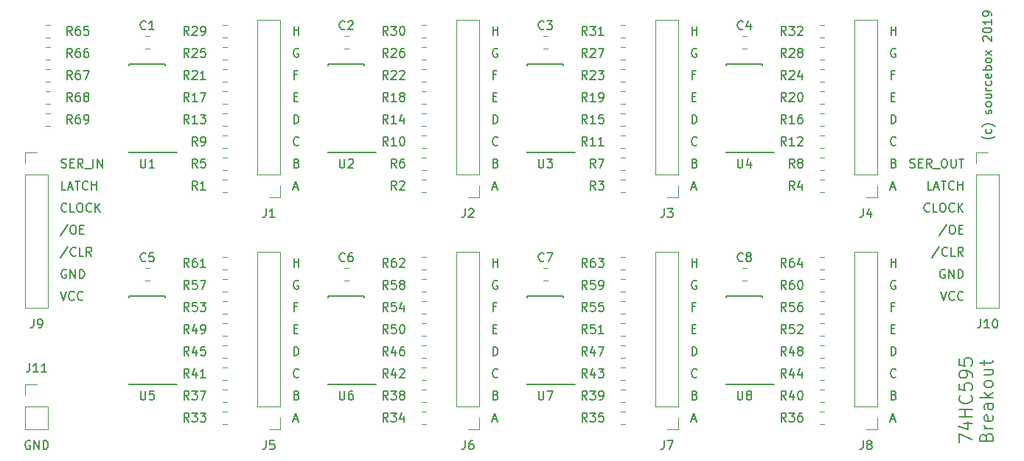
<source format=gbr>
G04 #@! TF.GenerationSoftware,KiCad,Pcbnew,5.1.0-060a0da~80~ubuntu16.04.1*
G04 #@! TF.CreationDate,2019-04-09T13:09:05+02:00*
G04 #@! TF.ProjectId,74HC595 Breakout,37344843-3539-4352-9042-7265616b6f75,rev?*
G04 #@! TF.SameCoordinates,Original*
G04 #@! TF.FileFunction,Legend,Top*
G04 #@! TF.FilePolarity,Positive*
%FSLAX46Y46*%
G04 Gerber Fmt 4.6, Leading zero omitted, Abs format (unit mm)*
G04 Created by KiCad (PCBNEW 5.1.0-060a0da~80~ubuntu16.04.1) date 2019-04-09 13:09:05*
%MOMM*%
%LPD*%
G04 APERTURE LIST*
%ADD10C,0.150000*%
%ADD11C,0.120000*%
%ADD12R,1.602000X0.702000*%
%ADD13C,0.100000*%
%ADD14C,1.077000*%
%ADD15O,1.802000X1.802000*%
%ADD16R,1.802000X1.802000*%
G04 APERTURE END LIST*
D10*
X188793333Y-75578690D02*
X188745714Y-75626309D01*
X188602857Y-75721547D01*
X188507619Y-75769166D01*
X188364761Y-75816785D01*
X188126666Y-75864404D01*
X187936190Y-75864404D01*
X187698095Y-75816785D01*
X187555238Y-75769166D01*
X187460000Y-75721547D01*
X187317142Y-75626309D01*
X187269523Y-75578690D01*
X188364761Y-74769166D02*
X188412380Y-74864404D01*
X188412380Y-75054880D01*
X188364761Y-75150119D01*
X188317142Y-75197738D01*
X188221904Y-75245357D01*
X187936190Y-75245357D01*
X187840952Y-75197738D01*
X187793333Y-75150119D01*
X187745714Y-75054880D01*
X187745714Y-74864404D01*
X187793333Y-74769166D01*
X188793333Y-74435833D02*
X188745714Y-74388214D01*
X188602857Y-74292976D01*
X188507619Y-74245357D01*
X188364761Y-74197738D01*
X188126666Y-74150119D01*
X187936190Y-74150119D01*
X187698095Y-74197738D01*
X187555238Y-74245357D01*
X187460000Y-74292976D01*
X187317142Y-74388214D01*
X187269523Y-74435833D01*
X188364761Y-72959642D02*
X188412380Y-72864404D01*
X188412380Y-72673928D01*
X188364761Y-72578690D01*
X188269523Y-72531071D01*
X188221904Y-72531071D01*
X188126666Y-72578690D01*
X188079047Y-72673928D01*
X188079047Y-72816785D01*
X188031428Y-72912023D01*
X187936190Y-72959642D01*
X187888571Y-72959642D01*
X187793333Y-72912023D01*
X187745714Y-72816785D01*
X187745714Y-72673928D01*
X187793333Y-72578690D01*
X188412380Y-71959642D02*
X188364761Y-72054880D01*
X188317142Y-72102500D01*
X188221904Y-72150119D01*
X187936190Y-72150119D01*
X187840952Y-72102500D01*
X187793333Y-72054880D01*
X187745714Y-71959642D01*
X187745714Y-71816785D01*
X187793333Y-71721547D01*
X187840952Y-71673928D01*
X187936190Y-71626309D01*
X188221904Y-71626309D01*
X188317142Y-71673928D01*
X188364761Y-71721547D01*
X188412380Y-71816785D01*
X188412380Y-71959642D01*
X187745714Y-70769166D02*
X188412380Y-70769166D01*
X187745714Y-71197738D02*
X188269523Y-71197738D01*
X188364761Y-71150119D01*
X188412380Y-71054880D01*
X188412380Y-70912023D01*
X188364761Y-70816785D01*
X188317142Y-70769166D01*
X188412380Y-70292976D02*
X187745714Y-70292976D01*
X187936190Y-70292976D02*
X187840952Y-70245357D01*
X187793333Y-70197738D01*
X187745714Y-70102500D01*
X187745714Y-70007261D01*
X188364761Y-69245357D02*
X188412380Y-69340595D01*
X188412380Y-69531071D01*
X188364761Y-69626309D01*
X188317142Y-69673928D01*
X188221904Y-69721547D01*
X187936190Y-69721547D01*
X187840952Y-69673928D01*
X187793333Y-69626309D01*
X187745714Y-69531071D01*
X187745714Y-69340595D01*
X187793333Y-69245357D01*
X188364761Y-68435833D02*
X188412380Y-68531071D01*
X188412380Y-68721547D01*
X188364761Y-68816785D01*
X188269523Y-68864404D01*
X187888571Y-68864404D01*
X187793333Y-68816785D01*
X187745714Y-68721547D01*
X187745714Y-68531071D01*
X187793333Y-68435833D01*
X187888571Y-68388214D01*
X187983809Y-68388214D01*
X188079047Y-68864404D01*
X188412380Y-67959642D02*
X187412380Y-67959642D01*
X187793333Y-67959642D02*
X187745714Y-67864404D01*
X187745714Y-67673928D01*
X187793333Y-67578690D01*
X187840952Y-67531071D01*
X187936190Y-67483452D01*
X188221904Y-67483452D01*
X188317142Y-67531071D01*
X188364761Y-67578690D01*
X188412380Y-67673928D01*
X188412380Y-67864404D01*
X188364761Y-67959642D01*
X188412380Y-66912023D02*
X188364761Y-67007261D01*
X188317142Y-67054880D01*
X188221904Y-67102500D01*
X187936190Y-67102500D01*
X187840952Y-67054880D01*
X187793333Y-67007261D01*
X187745714Y-66912023D01*
X187745714Y-66769166D01*
X187793333Y-66673928D01*
X187840952Y-66626309D01*
X187936190Y-66578690D01*
X188221904Y-66578690D01*
X188317142Y-66626309D01*
X188364761Y-66673928D01*
X188412380Y-66769166D01*
X188412380Y-66912023D01*
X188412380Y-66245357D02*
X187745714Y-65721547D01*
X187745714Y-66245357D02*
X188412380Y-65721547D01*
X187507619Y-64626309D02*
X187460000Y-64578690D01*
X187412380Y-64483452D01*
X187412380Y-64245357D01*
X187460000Y-64150119D01*
X187507619Y-64102500D01*
X187602857Y-64054880D01*
X187698095Y-64054880D01*
X187840952Y-64102500D01*
X188412380Y-64673928D01*
X188412380Y-64054880D01*
X187412380Y-63435833D02*
X187412380Y-63340595D01*
X187460000Y-63245357D01*
X187507619Y-63197738D01*
X187602857Y-63150119D01*
X187793333Y-63102500D01*
X188031428Y-63102500D01*
X188221904Y-63150119D01*
X188317142Y-63197738D01*
X188364761Y-63245357D01*
X188412380Y-63340595D01*
X188412380Y-63435833D01*
X188364761Y-63531071D01*
X188317142Y-63578690D01*
X188221904Y-63626309D01*
X188031428Y-63673928D01*
X187793333Y-63673928D01*
X187602857Y-63626309D01*
X187507619Y-63578690D01*
X187460000Y-63531071D01*
X187412380Y-63435833D01*
X188412380Y-62150119D02*
X188412380Y-62721547D01*
X188412380Y-62435833D02*
X187412380Y-62435833D01*
X187555238Y-62531071D01*
X187650476Y-62626309D01*
X187698095Y-62721547D01*
X188412380Y-61673928D02*
X188412380Y-61483452D01*
X188364761Y-61388214D01*
X188317142Y-61340595D01*
X188174285Y-61245357D01*
X187983809Y-61197738D01*
X187602857Y-61197738D01*
X187507619Y-61245357D01*
X187460000Y-61292976D01*
X187412380Y-61388214D01*
X187412380Y-61578690D01*
X187460000Y-61673928D01*
X187507619Y-61721547D01*
X187602857Y-61769166D01*
X187840952Y-61769166D01*
X187936190Y-61721547D01*
X187983809Y-61673928D01*
X188031428Y-61578690D01*
X188031428Y-61388214D01*
X187983809Y-61292976D01*
X187936190Y-61245357D01*
X187840952Y-61197738D01*
X184668571Y-110813214D02*
X184668571Y-109813214D01*
X186168571Y-110456071D01*
X185168571Y-108598928D02*
X186168571Y-108598928D01*
X184597142Y-108956071D02*
X185668571Y-109313214D01*
X185668571Y-108384642D01*
X186168571Y-107813214D02*
X184668571Y-107813214D01*
X185382857Y-107813214D02*
X185382857Y-106956071D01*
X186168571Y-106956071D02*
X184668571Y-106956071D01*
X186025714Y-105384642D02*
X186097142Y-105456071D01*
X186168571Y-105670357D01*
X186168571Y-105813214D01*
X186097142Y-106027500D01*
X185954285Y-106170357D01*
X185811428Y-106241785D01*
X185525714Y-106313214D01*
X185311428Y-106313214D01*
X185025714Y-106241785D01*
X184882857Y-106170357D01*
X184740000Y-106027500D01*
X184668571Y-105813214D01*
X184668571Y-105670357D01*
X184740000Y-105456071D01*
X184811428Y-105384642D01*
X184668571Y-104027500D02*
X184668571Y-104741785D01*
X185382857Y-104813214D01*
X185311428Y-104741785D01*
X185240000Y-104598928D01*
X185240000Y-104241785D01*
X185311428Y-104098928D01*
X185382857Y-104027500D01*
X185525714Y-103956071D01*
X185882857Y-103956071D01*
X186025714Y-104027500D01*
X186097142Y-104098928D01*
X186168571Y-104241785D01*
X186168571Y-104598928D01*
X186097142Y-104741785D01*
X186025714Y-104813214D01*
X186168571Y-103241785D02*
X186168571Y-102956071D01*
X186097142Y-102813214D01*
X186025714Y-102741785D01*
X185811428Y-102598928D01*
X185525714Y-102527500D01*
X184954285Y-102527500D01*
X184811428Y-102598928D01*
X184740000Y-102670357D01*
X184668571Y-102813214D01*
X184668571Y-103098928D01*
X184740000Y-103241785D01*
X184811428Y-103313214D01*
X184954285Y-103384642D01*
X185311428Y-103384642D01*
X185454285Y-103313214D01*
X185525714Y-103241785D01*
X185597142Y-103098928D01*
X185597142Y-102813214D01*
X185525714Y-102670357D01*
X185454285Y-102598928D01*
X185311428Y-102527500D01*
X184668571Y-101170357D02*
X184668571Y-101884642D01*
X185382857Y-101956071D01*
X185311428Y-101884642D01*
X185240000Y-101741785D01*
X185240000Y-101384642D01*
X185311428Y-101241785D01*
X185382857Y-101170357D01*
X185525714Y-101098928D01*
X185882857Y-101098928D01*
X186025714Y-101170357D01*
X186097142Y-101241785D01*
X186168571Y-101384642D01*
X186168571Y-101741785D01*
X186097142Y-101884642D01*
X186025714Y-101956071D01*
X187782857Y-110170357D02*
X187854285Y-109956071D01*
X187925714Y-109884642D01*
X188068571Y-109813214D01*
X188282857Y-109813214D01*
X188425714Y-109884642D01*
X188497142Y-109956071D01*
X188568571Y-110098928D01*
X188568571Y-110670357D01*
X187068571Y-110670357D01*
X187068571Y-110170357D01*
X187140000Y-110027500D01*
X187211428Y-109956071D01*
X187354285Y-109884642D01*
X187497142Y-109884642D01*
X187640000Y-109956071D01*
X187711428Y-110027500D01*
X187782857Y-110170357D01*
X187782857Y-110670357D01*
X188568571Y-109170357D02*
X187568571Y-109170357D01*
X187854285Y-109170357D02*
X187711428Y-109098928D01*
X187640000Y-109027500D01*
X187568571Y-108884642D01*
X187568571Y-108741785D01*
X188497142Y-107670357D02*
X188568571Y-107813214D01*
X188568571Y-108098928D01*
X188497142Y-108241785D01*
X188354285Y-108313214D01*
X187782857Y-108313214D01*
X187640000Y-108241785D01*
X187568571Y-108098928D01*
X187568571Y-107813214D01*
X187640000Y-107670357D01*
X187782857Y-107598928D01*
X187925714Y-107598928D01*
X188068571Y-108313214D01*
X188568571Y-106313214D02*
X187782857Y-106313214D01*
X187640000Y-106384642D01*
X187568571Y-106527500D01*
X187568571Y-106813214D01*
X187640000Y-106956071D01*
X188497142Y-106313214D02*
X188568571Y-106456071D01*
X188568571Y-106813214D01*
X188497142Y-106956071D01*
X188354285Y-107027500D01*
X188211428Y-107027500D01*
X188068571Y-106956071D01*
X187997142Y-106813214D01*
X187997142Y-106456071D01*
X187925714Y-106313214D01*
X188568571Y-105598928D02*
X187068571Y-105598928D01*
X187997142Y-105456071D02*
X188568571Y-105027500D01*
X187568571Y-105027500D02*
X188140000Y-105598928D01*
X188568571Y-104170357D02*
X188497142Y-104313214D01*
X188425714Y-104384642D01*
X188282857Y-104456071D01*
X187854285Y-104456071D01*
X187711428Y-104384642D01*
X187640000Y-104313214D01*
X187568571Y-104170357D01*
X187568571Y-103956071D01*
X187640000Y-103813214D01*
X187711428Y-103741785D01*
X187854285Y-103670357D01*
X188282857Y-103670357D01*
X188425714Y-103741785D01*
X188497142Y-103813214D01*
X188568571Y-103956071D01*
X188568571Y-104170357D01*
X187568571Y-102384642D02*
X188568571Y-102384642D01*
X187568571Y-103027500D02*
X188354285Y-103027500D01*
X188497142Y-102956071D01*
X188568571Y-102813214D01*
X188568571Y-102598928D01*
X188497142Y-102456071D01*
X188425714Y-102384642D01*
X187568571Y-101884642D02*
X187568571Y-101313214D01*
X187068571Y-101670357D02*
X188354285Y-101670357D01*
X188497142Y-101598928D01*
X188568571Y-101456071D01*
X188568571Y-101313214D01*
X177198928Y-95178571D02*
X176865595Y-95178571D01*
X176865595Y-95702380D02*
X176865595Y-94702380D01*
X177341785Y-94702380D01*
X176817976Y-108116666D02*
X177294166Y-108116666D01*
X176722738Y-108402380D02*
X177056071Y-107402380D01*
X177389404Y-108402380D01*
X177437023Y-103227142D02*
X177389404Y-103274761D01*
X177246547Y-103322380D01*
X177151309Y-103322380D01*
X177008452Y-103274761D01*
X176913214Y-103179523D01*
X176865595Y-103084285D01*
X176817976Y-102893809D01*
X176817976Y-102750952D01*
X176865595Y-102560476D01*
X176913214Y-102465238D01*
X177008452Y-102370000D01*
X177151309Y-102322380D01*
X177246547Y-102322380D01*
X177389404Y-102370000D01*
X177437023Y-102417619D01*
X177198928Y-105338571D02*
X177341785Y-105386190D01*
X177389404Y-105433809D01*
X177437023Y-105529047D01*
X177437023Y-105671904D01*
X177389404Y-105767142D01*
X177341785Y-105814761D01*
X177246547Y-105862380D01*
X176865595Y-105862380D01*
X176865595Y-104862380D01*
X177198928Y-104862380D01*
X177294166Y-104910000D01*
X177341785Y-104957619D01*
X177389404Y-105052857D01*
X177389404Y-105148095D01*
X177341785Y-105243333D01*
X177294166Y-105290952D01*
X177198928Y-105338571D01*
X176865595Y-105338571D01*
X176865595Y-90622380D02*
X176865595Y-89622380D01*
X176865595Y-90098571D02*
X177437023Y-90098571D01*
X177437023Y-90622380D02*
X177437023Y-89622380D01*
X177389404Y-92210000D02*
X177294166Y-92162380D01*
X177151309Y-92162380D01*
X177008452Y-92210000D01*
X176913214Y-92305238D01*
X176865595Y-92400476D01*
X176817976Y-92590952D01*
X176817976Y-92733809D01*
X176865595Y-92924285D01*
X176913214Y-93019523D01*
X177008452Y-93114761D01*
X177151309Y-93162380D01*
X177246547Y-93162380D01*
X177389404Y-93114761D01*
X177437023Y-93067142D01*
X177437023Y-92733809D01*
X177246547Y-92733809D01*
X176865595Y-100782380D02*
X176865595Y-99782380D01*
X177103690Y-99782380D01*
X177246547Y-99830000D01*
X177341785Y-99925238D01*
X177389404Y-100020476D01*
X177437023Y-100210952D01*
X177437023Y-100353809D01*
X177389404Y-100544285D01*
X177341785Y-100639523D01*
X177246547Y-100734761D01*
X177103690Y-100782380D01*
X176865595Y-100782380D01*
X176865595Y-97718571D02*
X177198928Y-97718571D01*
X177341785Y-98242380D02*
X176865595Y-98242380D01*
X176865595Y-97242380D01*
X177341785Y-97242380D01*
X154338928Y-95178571D02*
X154005595Y-95178571D01*
X154005595Y-95702380D02*
X154005595Y-94702380D01*
X154481785Y-94702380D01*
X153957976Y-108116666D02*
X154434166Y-108116666D01*
X153862738Y-108402380D02*
X154196071Y-107402380D01*
X154529404Y-108402380D01*
X154577023Y-103227142D02*
X154529404Y-103274761D01*
X154386547Y-103322380D01*
X154291309Y-103322380D01*
X154148452Y-103274761D01*
X154053214Y-103179523D01*
X154005595Y-103084285D01*
X153957976Y-102893809D01*
X153957976Y-102750952D01*
X154005595Y-102560476D01*
X154053214Y-102465238D01*
X154148452Y-102370000D01*
X154291309Y-102322380D01*
X154386547Y-102322380D01*
X154529404Y-102370000D01*
X154577023Y-102417619D01*
X154338928Y-105338571D02*
X154481785Y-105386190D01*
X154529404Y-105433809D01*
X154577023Y-105529047D01*
X154577023Y-105671904D01*
X154529404Y-105767142D01*
X154481785Y-105814761D01*
X154386547Y-105862380D01*
X154005595Y-105862380D01*
X154005595Y-104862380D01*
X154338928Y-104862380D01*
X154434166Y-104910000D01*
X154481785Y-104957619D01*
X154529404Y-105052857D01*
X154529404Y-105148095D01*
X154481785Y-105243333D01*
X154434166Y-105290952D01*
X154338928Y-105338571D01*
X154005595Y-105338571D01*
X154005595Y-90622380D02*
X154005595Y-89622380D01*
X154005595Y-90098571D02*
X154577023Y-90098571D01*
X154577023Y-90622380D02*
X154577023Y-89622380D01*
X154529404Y-92210000D02*
X154434166Y-92162380D01*
X154291309Y-92162380D01*
X154148452Y-92210000D01*
X154053214Y-92305238D01*
X154005595Y-92400476D01*
X153957976Y-92590952D01*
X153957976Y-92733809D01*
X154005595Y-92924285D01*
X154053214Y-93019523D01*
X154148452Y-93114761D01*
X154291309Y-93162380D01*
X154386547Y-93162380D01*
X154529404Y-93114761D01*
X154577023Y-93067142D01*
X154577023Y-92733809D01*
X154386547Y-92733809D01*
X154005595Y-100782380D02*
X154005595Y-99782380D01*
X154243690Y-99782380D01*
X154386547Y-99830000D01*
X154481785Y-99925238D01*
X154529404Y-100020476D01*
X154577023Y-100210952D01*
X154577023Y-100353809D01*
X154529404Y-100544285D01*
X154481785Y-100639523D01*
X154386547Y-100734761D01*
X154243690Y-100782380D01*
X154005595Y-100782380D01*
X154005595Y-97718571D02*
X154338928Y-97718571D01*
X154481785Y-98242380D02*
X154005595Y-98242380D01*
X154005595Y-97242380D01*
X154481785Y-97242380D01*
X131478928Y-95178571D02*
X131145595Y-95178571D01*
X131145595Y-95702380D02*
X131145595Y-94702380D01*
X131621785Y-94702380D01*
X131097976Y-108116666D02*
X131574166Y-108116666D01*
X131002738Y-108402380D02*
X131336071Y-107402380D01*
X131669404Y-108402380D01*
X131717023Y-103227142D02*
X131669404Y-103274761D01*
X131526547Y-103322380D01*
X131431309Y-103322380D01*
X131288452Y-103274761D01*
X131193214Y-103179523D01*
X131145595Y-103084285D01*
X131097976Y-102893809D01*
X131097976Y-102750952D01*
X131145595Y-102560476D01*
X131193214Y-102465238D01*
X131288452Y-102370000D01*
X131431309Y-102322380D01*
X131526547Y-102322380D01*
X131669404Y-102370000D01*
X131717023Y-102417619D01*
X131478928Y-105338571D02*
X131621785Y-105386190D01*
X131669404Y-105433809D01*
X131717023Y-105529047D01*
X131717023Y-105671904D01*
X131669404Y-105767142D01*
X131621785Y-105814761D01*
X131526547Y-105862380D01*
X131145595Y-105862380D01*
X131145595Y-104862380D01*
X131478928Y-104862380D01*
X131574166Y-104910000D01*
X131621785Y-104957619D01*
X131669404Y-105052857D01*
X131669404Y-105148095D01*
X131621785Y-105243333D01*
X131574166Y-105290952D01*
X131478928Y-105338571D01*
X131145595Y-105338571D01*
X131145595Y-90622380D02*
X131145595Y-89622380D01*
X131145595Y-90098571D02*
X131717023Y-90098571D01*
X131717023Y-90622380D02*
X131717023Y-89622380D01*
X131669404Y-92210000D02*
X131574166Y-92162380D01*
X131431309Y-92162380D01*
X131288452Y-92210000D01*
X131193214Y-92305238D01*
X131145595Y-92400476D01*
X131097976Y-92590952D01*
X131097976Y-92733809D01*
X131145595Y-92924285D01*
X131193214Y-93019523D01*
X131288452Y-93114761D01*
X131431309Y-93162380D01*
X131526547Y-93162380D01*
X131669404Y-93114761D01*
X131717023Y-93067142D01*
X131717023Y-92733809D01*
X131526547Y-92733809D01*
X131145595Y-100782380D02*
X131145595Y-99782380D01*
X131383690Y-99782380D01*
X131526547Y-99830000D01*
X131621785Y-99925238D01*
X131669404Y-100020476D01*
X131717023Y-100210952D01*
X131717023Y-100353809D01*
X131669404Y-100544285D01*
X131621785Y-100639523D01*
X131526547Y-100734761D01*
X131383690Y-100782380D01*
X131145595Y-100782380D01*
X131145595Y-97718571D02*
X131478928Y-97718571D01*
X131621785Y-98242380D02*
X131145595Y-98242380D01*
X131145595Y-97242380D01*
X131621785Y-97242380D01*
X108618928Y-95178571D02*
X108285595Y-95178571D01*
X108285595Y-95702380D02*
X108285595Y-94702380D01*
X108761785Y-94702380D01*
X108237976Y-108116666D02*
X108714166Y-108116666D01*
X108142738Y-108402380D02*
X108476071Y-107402380D01*
X108809404Y-108402380D01*
X108857023Y-103227142D02*
X108809404Y-103274761D01*
X108666547Y-103322380D01*
X108571309Y-103322380D01*
X108428452Y-103274761D01*
X108333214Y-103179523D01*
X108285595Y-103084285D01*
X108237976Y-102893809D01*
X108237976Y-102750952D01*
X108285595Y-102560476D01*
X108333214Y-102465238D01*
X108428452Y-102370000D01*
X108571309Y-102322380D01*
X108666547Y-102322380D01*
X108809404Y-102370000D01*
X108857023Y-102417619D01*
X108618928Y-105338571D02*
X108761785Y-105386190D01*
X108809404Y-105433809D01*
X108857023Y-105529047D01*
X108857023Y-105671904D01*
X108809404Y-105767142D01*
X108761785Y-105814761D01*
X108666547Y-105862380D01*
X108285595Y-105862380D01*
X108285595Y-104862380D01*
X108618928Y-104862380D01*
X108714166Y-104910000D01*
X108761785Y-104957619D01*
X108809404Y-105052857D01*
X108809404Y-105148095D01*
X108761785Y-105243333D01*
X108714166Y-105290952D01*
X108618928Y-105338571D01*
X108285595Y-105338571D01*
X108285595Y-90622380D02*
X108285595Y-89622380D01*
X108285595Y-90098571D02*
X108857023Y-90098571D01*
X108857023Y-90622380D02*
X108857023Y-89622380D01*
X108809404Y-92210000D02*
X108714166Y-92162380D01*
X108571309Y-92162380D01*
X108428452Y-92210000D01*
X108333214Y-92305238D01*
X108285595Y-92400476D01*
X108237976Y-92590952D01*
X108237976Y-92733809D01*
X108285595Y-92924285D01*
X108333214Y-93019523D01*
X108428452Y-93114761D01*
X108571309Y-93162380D01*
X108666547Y-93162380D01*
X108809404Y-93114761D01*
X108857023Y-93067142D01*
X108857023Y-92733809D01*
X108666547Y-92733809D01*
X108285595Y-100782380D02*
X108285595Y-99782380D01*
X108523690Y-99782380D01*
X108666547Y-99830000D01*
X108761785Y-99925238D01*
X108809404Y-100020476D01*
X108857023Y-100210952D01*
X108857023Y-100353809D01*
X108809404Y-100544285D01*
X108761785Y-100639523D01*
X108666547Y-100734761D01*
X108523690Y-100782380D01*
X108285595Y-100782380D01*
X108285595Y-97718571D02*
X108618928Y-97718571D01*
X108761785Y-98242380D02*
X108285595Y-98242380D01*
X108285595Y-97242380D01*
X108761785Y-97242380D01*
X177198928Y-68508571D02*
X176865595Y-68508571D01*
X176865595Y-69032380D02*
X176865595Y-68032380D01*
X177341785Y-68032380D01*
X176817976Y-81446666D02*
X177294166Y-81446666D01*
X176722738Y-81732380D02*
X177056071Y-80732380D01*
X177389404Y-81732380D01*
X177437023Y-76557142D02*
X177389404Y-76604761D01*
X177246547Y-76652380D01*
X177151309Y-76652380D01*
X177008452Y-76604761D01*
X176913214Y-76509523D01*
X176865595Y-76414285D01*
X176817976Y-76223809D01*
X176817976Y-76080952D01*
X176865595Y-75890476D01*
X176913214Y-75795238D01*
X177008452Y-75700000D01*
X177151309Y-75652380D01*
X177246547Y-75652380D01*
X177389404Y-75700000D01*
X177437023Y-75747619D01*
X177198928Y-78668571D02*
X177341785Y-78716190D01*
X177389404Y-78763809D01*
X177437023Y-78859047D01*
X177437023Y-79001904D01*
X177389404Y-79097142D01*
X177341785Y-79144761D01*
X177246547Y-79192380D01*
X176865595Y-79192380D01*
X176865595Y-78192380D01*
X177198928Y-78192380D01*
X177294166Y-78240000D01*
X177341785Y-78287619D01*
X177389404Y-78382857D01*
X177389404Y-78478095D01*
X177341785Y-78573333D01*
X177294166Y-78620952D01*
X177198928Y-78668571D01*
X176865595Y-78668571D01*
X176865595Y-63952380D02*
X176865595Y-62952380D01*
X176865595Y-63428571D02*
X177437023Y-63428571D01*
X177437023Y-63952380D02*
X177437023Y-62952380D01*
X177389404Y-65540000D02*
X177294166Y-65492380D01*
X177151309Y-65492380D01*
X177008452Y-65540000D01*
X176913214Y-65635238D01*
X176865595Y-65730476D01*
X176817976Y-65920952D01*
X176817976Y-66063809D01*
X176865595Y-66254285D01*
X176913214Y-66349523D01*
X177008452Y-66444761D01*
X177151309Y-66492380D01*
X177246547Y-66492380D01*
X177389404Y-66444761D01*
X177437023Y-66397142D01*
X177437023Y-66063809D01*
X177246547Y-66063809D01*
X176865595Y-74112380D02*
X176865595Y-73112380D01*
X177103690Y-73112380D01*
X177246547Y-73160000D01*
X177341785Y-73255238D01*
X177389404Y-73350476D01*
X177437023Y-73540952D01*
X177437023Y-73683809D01*
X177389404Y-73874285D01*
X177341785Y-73969523D01*
X177246547Y-74064761D01*
X177103690Y-74112380D01*
X176865595Y-74112380D01*
X176865595Y-71048571D02*
X177198928Y-71048571D01*
X177341785Y-71572380D02*
X176865595Y-71572380D01*
X176865595Y-70572380D01*
X177341785Y-70572380D01*
X154338928Y-68508571D02*
X154005595Y-68508571D01*
X154005595Y-69032380D02*
X154005595Y-68032380D01*
X154481785Y-68032380D01*
X153957976Y-81446666D02*
X154434166Y-81446666D01*
X153862738Y-81732380D02*
X154196071Y-80732380D01*
X154529404Y-81732380D01*
X154577023Y-76557142D02*
X154529404Y-76604761D01*
X154386547Y-76652380D01*
X154291309Y-76652380D01*
X154148452Y-76604761D01*
X154053214Y-76509523D01*
X154005595Y-76414285D01*
X153957976Y-76223809D01*
X153957976Y-76080952D01*
X154005595Y-75890476D01*
X154053214Y-75795238D01*
X154148452Y-75700000D01*
X154291309Y-75652380D01*
X154386547Y-75652380D01*
X154529404Y-75700000D01*
X154577023Y-75747619D01*
X154338928Y-78668571D02*
X154481785Y-78716190D01*
X154529404Y-78763809D01*
X154577023Y-78859047D01*
X154577023Y-79001904D01*
X154529404Y-79097142D01*
X154481785Y-79144761D01*
X154386547Y-79192380D01*
X154005595Y-79192380D01*
X154005595Y-78192380D01*
X154338928Y-78192380D01*
X154434166Y-78240000D01*
X154481785Y-78287619D01*
X154529404Y-78382857D01*
X154529404Y-78478095D01*
X154481785Y-78573333D01*
X154434166Y-78620952D01*
X154338928Y-78668571D01*
X154005595Y-78668571D01*
X154005595Y-63952380D02*
X154005595Y-62952380D01*
X154005595Y-63428571D02*
X154577023Y-63428571D01*
X154577023Y-63952380D02*
X154577023Y-62952380D01*
X154529404Y-65540000D02*
X154434166Y-65492380D01*
X154291309Y-65492380D01*
X154148452Y-65540000D01*
X154053214Y-65635238D01*
X154005595Y-65730476D01*
X153957976Y-65920952D01*
X153957976Y-66063809D01*
X154005595Y-66254285D01*
X154053214Y-66349523D01*
X154148452Y-66444761D01*
X154291309Y-66492380D01*
X154386547Y-66492380D01*
X154529404Y-66444761D01*
X154577023Y-66397142D01*
X154577023Y-66063809D01*
X154386547Y-66063809D01*
X154005595Y-74112380D02*
X154005595Y-73112380D01*
X154243690Y-73112380D01*
X154386547Y-73160000D01*
X154481785Y-73255238D01*
X154529404Y-73350476D01*
X154577023Y-73540952D01*
X154577023Y-73683809D01*
X154529404Y-73874285D01*
X154481785Y-73969523D01*
X154386547Y-74064761D01*
X154243690Y-74112380D01*
X154005595Y-74112380D01*
X154005595Y-71048571D02*
X154338928Y-71048571D01*
X154481785Y-71572380D02*
X154005595Y-71572380D01*
X154005595Y-70572380D01*
X154481785Y-70572380D01*
X131478928Y-68508571D02*
X131145595Y-68508571D01*
X131145595Y-69032380D02*
X131145595Y-68032380D01*
X131621785Y-68032380D01*
X131097976Y-81446666D02*
X131574166Y-81446666D01*
X131002738Y-81732380D02*
X131336071Y-80732380D01*
X131669404Y-81732380D01*
X131717023Y-76557142D02*
X131669404Y-76604761D01*
X131526547Y-76652380D01*
X131431309Y-76652380D01*
X131288452Y-76604761D01*
X131193214Y-76509523D01*
X131145595Y-76414285D01*
X131097976Y-76223809D01*
X131097976Y-76080952D01*
X131145595Y-75890476D01*
X131193214Y-75795238D01*
X131288452Y-75700000D01*
X131431309Y-75652380D01*
X131526547Y-75652380D01*
X131669404Y-75700000D01*
X131717023Y-75747619D01*
X131478928Y-78668571D02*
X131621785Y-78716190D01*
X131669404Y-78763809D01*
X131717023Y-78859047D01*
X131717023Y-79001904D01*
X131669404Y-79097142D01*
X131621785Y-79144761D01*
X131526547Y-79192380D01*
X131145595Y-79192380D01*
X131145595Y-78192380D01*
X131478928Y-78192380D01*
X131574166Y-78240000D01*
X131621785Y-78287619D01*
X131669404Y-78382857D01*
X131669404Y-78478095D01*
X131621785Y-78573333D01*
X131574166Y-78620952D01*
X131478928Y-78668571D01*
X131145595Y-78668571D01*
X131145595Y-63952380D02*
X131145595Y-62952380D01*
X131145595Y-63428571D02*
X131717023Y-63428571D01*
X131717023Y-63952380D02*
X131717023Y-62952380D01*
X131669404Y-65540000D02*
X131574166Y-65492380D01*
X131431309Y-65492380D01*
X131288452Y-65540000D01*
X131193214Y-65635238D01*
X131145595Y-65730476D01*
X131097976Y-65920952D01*
X131097976Y-66063809D01*
X131145595Y-66254285D01*
X131193214Y-66349523D01*
X131288452Y-66444761D01*
X131431309Y-66492380D01*
X131526547Y-66492380D01*
X131669404Y-66444761D01*
X131717023Y-66397142D01*
X131717023Y-66063809D01*
X131526547Y-66063809D01*
X131145595Y-74112380D02*
X131145595Y-73112380D01*
X131383690Y-73112380D01*
X131526547Y-73160000D01*
X131621785Y-73255238D01*
X131669404Y-73350476D01*
X131717023Y-73540952D01*
X131717023Y-73683809D01*
X131669404Y-73874285D01*
X131621785Y-73969523D01*
X131526547Y-74064761D01*
X131383690Y-74112380D01*
X131145595Y-74112380D01*
X131145595Y-71048571D02*
X131478928Y-71048571D01*
X131621785Y-71572380D02*
X131145595Y-71572380D01*
X131145595Y-70572380D01*
X131621785Y-70572380D01*
X108285595Y-63952380D02*
X108285595Y-62952380D01*
X108285595Y-63428571D02*
X108857023Y-63428571D01*
X108857023Y-63952380D02*
X108857023Y-62952380D01*
X108809404Y-65540000D02*
X108714166Y-65492380D01*
X108571309Y-65492380D01*
X108428452Y-65540000D01*
X108333214Y-65635238D01*
X108285595Y-65730476D01*
X108237976Y-65920952D01*
X108237976Y-66063809D01*
X108285595Y-66254285D01*
X108333214Y-66349523D01*
X108428452Y-66444761D01*
X108571309Y-66492380D01*
X108666547Y-66492380D01*
X108809404Y-66444761D01*
X108857023Y-66397142D01*
X108857023Y-66063809D01*
X108666547Y-66063809D01*
X108618928Y-68508571D02*
X108285595Y-68508571D01*
X108285595Y-69032380D02*
X108285595Y-68032380D01*
X108761785Y-68032380D01*
X108285595Y-71048571D02*
X108618928Y-71048571D01*
X108761785Y-71572380D02*
X108285595Y-71572380D01*
X108285595Y-70572380D01*
X108761785Y-70572380D01*
X108285595Y-74112380D02*
X108285595Y-73112380D01*
X108523690Y-73112380D01*
X108666547Y-73160000D01*
X108761785Y-73255238D01*
X108809404Y-73350476D01*
X108857023Y-73540952D01*
X108857023Y-73683809D01*
X108809404Y-73874285D01*
X108761785Y-73969523D01*
X108666547Y-74064761D01*
X108523690Y-74112380D01*
X108285595Y-74112380D01*
X108857023Y-76557142D02*
X108809404Y-76604761D01*
X108666547Y-76652380D01*
X108571309Y-76652380D01*
X108428452Y-76604761D01*
X108333214Y-76509523D01*
X108285595Y-76414285D01*
X108237976Y-76223809D01*
X108237976Y-76080952D01*
X108285595Y-75890476D01*
X108333214Y-75795238D01*
X108428452Y-75700000D01*
X108571309Y-75652380D01*
X108666547Y-75652380D01*
X108809404Y-75700000D01*
X108857023Y-75747619D01*
X108618928Y-78668571D02*
X108761785Y-78716190D01*
X108809404Y-78763809D01*
X108857023Y-78859047D01*
X108857023Y-79001904D01*
X108809404Y-79097142D01*
X108761785Y-79144761D01*
X108666547Y-79192380D01*
X108285595Y-79192380D01*
X108285595Y-78192380D01*
X108618928Y-78192380D01*
X108714166Y-78240000D01*
X108761785Y-78287619D01*
X108809404Y-78382857D01*
X108809404Y-78478095D01*
X108761785Y-78573333D01*
X108714166Y-78620952D01*
X108618928Y-78668571D01*
X108285595Y-78668571D01*
X108237976Y-81446666D02*
X108714166Y-81446666D01*
X108142738Y-81732380D02*
X108476071Y-80732380D01*
X108809404Y-81732380D01*
X77978095Y-110625000D02*
X77882857Y-110577380D01*
X77740000Y-110577380D01*
X77597142Y-110625000D01*
X77501904Y-110720238D01*
X77454285Y-110815476D01*
X77406666Y-111005952D01*
X77406666Y-111148809D01*
X77454285Y-111339285D01*
X77501904Y-111434523D01*
X77597142Y-111529761D01*
X77740000Y-111577380D01*
X77835238Y-111577380D01*
X77978095Y-111529761D01*
X78025714Y-111482142D01*
X78025714Y-111148809D01*
X77835238Y-111148809D01*
X78454285Y-111577380D02*
X78454285Y-110577380D01*
X79025714Y-111577380D01*
X79025714Y-110577380D01*
X79501904Y-111577380D02*
X79501904Y-110577380D01*
X79740000Y-110577380D01*
X79882857Y-110625000D01*
X79978095Y-110720238D01*
X80025714Y-110815476D01*
X80073333Y-111005952D01*
X80073333Y-111148809D01*
X80025714Y-111339285D01*
X79978095Y-111434523D01*
X79882857Y-111529761D01*
X79740000Y-111577380D01*
X79501904Y-111577380D01*
X181560595Y-81732380D02*
X181084404Y-81732380D01*
X181084404Y-80732380D01*
X181846309Y-81446666D02*
X182322500Y-81446666D01*
X181751071Y-81732380D02*
X182084404Y-80732380D01*
X182417738Y-81732380D01*
X182608214Y-80732380D02*
X183179642Y-80732380D01*
X182893928Y-81732380D02*
X182893928Y-80732380D01*
X184084404Y-81637142D02*
X184036785Y-81684761D01*
X183893928Y-81732380D01*
X183798690Y-81732380D01*
X183655833Y-81684761D01*
X183560595Y-81589523D01*
X183512976Y-81494285D01*
X183465357Y-81303809D01*
X183465357Y-81160952D01*
X183512976Y-80970476D01*
X183560595Y-80875238D01*
X183655833Y-80780000D01*
X183798690Y-80732380D01*
X183893928Y-80732380D01*
X184036785Y-80780000D01*
X184084404Y-80827619D01*
X184512976Y-81732380D02*
X184512976Y-80732380D01*
X184512976Y-81208571D02*
X185084404Y-81208571D01*
X185084404Y-81732380D02*
X185084404Y-80732380D01*
X181274880Y-84177142D02*
X181227261Y-84224761D01*
X181084404Y-84272380D01*
X180989166Y-84272380D01*
X180846309Y-84224761D01*
X180751071Y-84129523D01*
X180703452Y-84034285D01*
X180655833Y-83843809D01*
X180655833Y-83700952D01*
X180703452Y-83510476D01*
X180751071Y-83415238D01*
X180846309Y-83320000D01*
X180989166Y-83272380D01*
X181084404Y-83272380D01*
X181227261Y-83320000D01*
X181274880Y-83367619D01*
X182179642Y-84272380D02*
X181703452Y-84272380D01*
X181703452Y-83272380D01*
X182703452Y-83272380D02*
X182893928Y-83272380D01*
X182989166Y-83320000D01*
X183084404Y-83415238D01*
X183132023Y-83605714D01*
X183132023Y-83939047D01*
X183084404Y-84129523D01*
X182989166Y-84224761D01*
X182893928Y-84272380D01*
X182703452Y-84272380D01*
X182608214Y-84224761D01*
X182512976Y-84129523D01*
X182465357Y-83939047D01*
X182465357Y-83605714D01*
X182512976Y-83415238D01*
X182608214Y-83320000D01*
X182703452Y-83272380D01*
X184132023Y-84177142D02*
X184084404Y-84224761D01*
X183941547Y-84272380D01*
X183846309Y-84272380D01*
X183703452Y-84224761D01*
X183608214Y-84129523D01*
X183560595Y-84034285D01*
X183512976Y-83843809D01*
X183512976Y-83700952D01*
X183560595Y-83510476D01*
X183608214Y-83415238D01*
X183703452Y-83320000D01*
X183846309Y-83272380D01*
X183941547Y-83272380D01*
X184084404Y-83320000D01*
X184132023Y-83367619D01*
X184560595Y-84272380D02*
X184560595Y-83272380D01*
X185132023Y-84272380D02*
X184703452Y-83700952D01*
X185132023Y-83272380D02*
X184560595Y-83843809D01*
X183036785Y-90940000D02*
X182941547Y-90892380D01*
X182798690Y-90892380D01*
X182655833Y-90940000D01*
X182560595Y-91035238D01*
X182512976Y-91130476D01*
X182465357Y-91320952D01*
X182465357Y-91463809D01*
X182512976Y-91654285D01*
X182560595Y-91749523D01*
X182655833Y-91844761D01*
X182798690Y-91892380D01*
X182893928Y-91892380D01*
X183036785Y-91844761D01*
X183084404Y-91797142D01*
X183084404Y-91463809D01*
X182893928Y-91463809D01*
X183512976Y-91892380D02*
X183512976Y-90892380D01*
X184084404Y-91892380D01*
X184084404Y-90892380D01*
X184560595Y-91892380D02*
X184560595Y-90892380D01*
X184798690Y-90892380D01*
X184941547Y-90940000D01*
X185036785Y-91035238D01*
X185084404Y-91130476D01*
X185132023Y-91320952D01*
X185132023Y-91463809D01*
X185084404Y-91654285D01*
X185036785Y-91749523D01*
X184941547Y-91844761D01*
X184798690Y-91892380D01*
X184560595Y-91892380D01*
X183274880Y-85764761D02*
X182417738Y-87050476D01*
X183798690Y-85812380D02*
X183989166Y-85812380D01*
X184084404Y-85860000D01*
X184179642Y-85955238D01*
X184227261Y-86145714D01*
X184227261Y-86479047D01*
X184179642Y-86669523D01*
X184084404Y-86764761D01*
X183989166Y-86812380D01*
X183798690Y-86812380D01*
X183703452Y-86764761D01*
X183608214Y-86669523D01*
X183560595Y-86479047D01*
X183560595Y-86145714D01*
X183608214Y-85955238D01*
X183703452Y-85860000D01*
X183798690Y-85812380D01*
X184655833Y-86288571D02*
X184989166Y-86288571D01*
X185132023Y-86812380D02*
X184655833Y-86812380D01*
X184655833Y-85812380D01*
X185132023Y-85812380D01*
X182560595Y-93432380D02*
X182893928Y-94432380D01*
X183227261Y-93432380D01*
X184132023Y-94337142D02*
X184084404Y-94384761D01*
X183941547Y-94432380D01*
X183846309Y-94432380D01*
X183703452Y-94384761D01*
X183608214Y-94289523D01*
X183560595Y-94194285D01*
X183512976Y-94003809D01*
X183512976Y-93860952D01*
X183560595Y-93670476D01*
X183608214Y-93575238D01*
X183703452Y-93480000D01*
X183846309Y-93432380D01*
X183941547Y-93432380D01*
X184084404Y-93480000D01*
X184132023Y-93527619D01*
X185132023Y-94337142D02*
X185084404Y-94384761D01*
X184941547Y-94432380D01*
X184846309Y-94432380D01*
X184703452Y-94384761D01*
X184608214Y-94289523D01*
X184560595Y-94194285D01*
X184512976Y-94003809D01*
X184512976Y-93860952D01*
X184560595Y-93670476D01*
X184608214Y-93575238D01*
X184703452Y-93480000D01*
X184846309Y-93432380D01*
X184941547Y-93432380D01*
X185084404Y-93480000D01*
X185132023Y-93527619D01*
X179036785Y-79144761D02*
X179179642Y-79192380D01*
X179417738Y-79192380D01*
X179512976Y-79144761D01*
X179560595Y-79097142D01*
X179608214Y-79001904D01*
X179608214Y-78906666D01*
X179560595Y-78811428D01*
X179512976Y-78763809D01*
X179417738Y-78716190D01*
X179227261Y-78668571D01*
X179132023Y-78620952D01*
X179084404Y-78573333D01*
X179036785Y-78478095D01*
X179036785Y-78382857D01*
X179084404Y-78287619D01*
X179132023Y-78240000D01*
X179227261Y-78192380D01*
X179465357Y-78192380D01*
X179608214Y-78240000D01*
X180036785Y-78668571D02*
X180370119Y-78668571D01*
X180512976Y-79192380D02*
X180036785Y-79192380D01*
X180036785Y-78192380D01*
X180512976Y-78192380D01*
X181512976Y-79192380D02*
X181179642Y-78716190D01*
X180941547Y-79192380D02*
X180941547Y-78192380D01*
X181322500Y-78192380D01*
X181417738Y-78240000D01*
X181465357Y-78287619D01*
X181512976Y-78382857D01*
X181512976Y-78525714D01*
X181465357Y-78620952D01*
X181417738Y-78668571D01*
X181322500Y-78716190D01*
X180941547Y-78716190D01*
X181703452Y-79287619D02*
X182465357Y-79287619D01*
X182893928Y-78192380D02*
X183084404Y-78192380D01*
X183179642Y-78240000D01*
X183274880Y-78335238D01*
X183322500Y-78525714D01*
X183322500Y-78859047D01*
X183274880Y-79049523D01*
X183179642Y-79144761D01*
X183084404Y-79192380D01*
X182893928Y-79192380D01*
X182798690Y-79144761D01*
X182703452Y-79049523D01*
X182655833Y-78859047D01*
X182655833Y-78525714D01*
X182703452Y-78335238D01*
X182798690Y-78240000D01*
X182893928Y-78192380D01*
X183751071Y-78192380D02*
X183751071Y-79001904D01*
X183798690Y-79097142D01*
X183846309Y-79144761D01*
X183941547Y-79192380D01*
X184132023Y-79192380D01*
X184227261Y-79144761D01*
X184274880Y-79097142D01*
X184322500Y-79001904D01*
X184322500Y-78192380D01*
X184655833Y-78192380D02*
X185227261Y-78192380D01*
X184941547Y-79192380D02*
X184941547Y-78192380D01*
X182417738Y-88304761D02*
X181560595Y-89590476D01*
X183322500Y-89257142D02*
X183274880Y-89304761D01*
X183132023Y-89352380D01*
X183036785Y-89352380D01*
X182893928Y-89304761D01*
X182798690Y-89209523D01*
X182751071Y-89114285D01*
X182703452Y-88923809D01*
X182703452Y-88780952D01*
X182751071Y-88590476D01*
X182798690Y-88495238D01*
X182893928Y-88400000D01*
X183036785Y-88352380D01*
X183132023Y-88352380D01*
X183274880Y-88400000D01*
X183322500Y-88447619D01*
X184227261Y-89352380D02*
X183751071Y-89352380D01*
X183751071Y-88352380D01*
X185132023Y-89352380D02*
X184798690Y-88876190D01*
X184560595Y-89352380D02*
X184560595Y-88352380D01*
X184941547Y-88352380D01*
X185036785Y-88400000D01*
X185084404Y-88447619D01*
X185132023Y-88542857D01*
X185132023Y-88685714D01*
X185084404Y-88780952D01*
X185036785Y-88828571D01*
X184941547Y-88876190D01*
X184560595Y-88876190D01*
X81472738Y-93432380D02*
X81806071Y-94432380D01*
X82139404Y-93432380D01*
X83044166Y-94337142D02*
X82996547Y-94384761D01*
X82853690Y-94432380D01*
X82758452Y-94432380D01*
X82615595Y-94384761D01*
X82520357Y-94289523D01*
X82472738Y-94194285D01*
X82425119Y-94003809D01*
X82425119Y-93860952D01*
X82472738Y-93670476D01*
X82520357Y-93575238D01*
X82615595Y-93480000D01*
X82758452Y-93432380D01*
X82853690Y-93432380D01*
X82996547Y-93480000D01*
X83044166Y-93527619D01*
X84044166Y-94337142D02*
X83996547Y-94384761D01*
X83853690Y-94432380D01*
X83758452Y-94432380D01*
X83615595Y-94384761D01*
X83520357Y-94289523D01*
X83472738Y-94194285D01*
X83425119Y-94003809D01*
X83425119Y-93860952D01*
X83472738Y-93670476D01*
X83520357Y-93575238D01*
X83615595Y-93480000D01*
X83758452Y-93432380D01*
X83853690Y-93432380D01*
X83996547Y-93480000D01*
X84044166Y-93527619D01*
X82139404Y-90940000D02*
X82044166Y-90892380D01*
X81901309Y-90892380D01*
X81758452Y-90940000D01*
X81663214Y-91035238D01*
X81615595Y-91130476D01*
X81567976Y-91320952D01*
X81567976Y-91463809D01*
X81615595Y-91654285D01*
X81663214Y-91749523D01*
X81758452Y-91844761D01*
X81901309Y-91892380D01*
X81996547Y-91892380D01*
X82139404Y-91844761D01*
X82187023Y-91797142D01*
X82187023Y-91463809D01*
X81996547Y-91463809D01*
X82615595Y-91892380D02*
X82615595Y-90892380D01*
X83187023Y-91892380D01*
X83187023Y-90892380D01*
X83663214Y-91892380D02*
X83663214Y-90892380D01*
X83901309Y-90892380D01*
X84044166Y-90940000D01*
X84139404Y-91035238D01*
X84187023Y-91130476D01*
X84234642Y-91320952D01*
X84234642Y-91463809D01*
X84187023Y-91654285D01*
X84139404Y-91749523D01*
X84044166Y-91844761D01*
X83901309Y-91892380D01*
X83663214Y-91892380D01*
X82329880Y-88304761D02*
X81472738Y-89590476D01*
X83234642Y-89257142D02*
X83187023Y-89304761D01*
X83044166Y-89352380D01*
X82948928Y-89352380D01*
X82806071Y-89304761D01*
X82710833Y-89209523D01*
X82663214Y-89114285D01*
X82615595Y-88923809D01*
X82615595Y-88780952D01*
X82663214Y-88590476D01*
X82710833Y-88495238D01*
X82806071Y-88400000D01*
X82948928Y-88352380D01*
X83044166Y-88352380D01*
X83187023Y-88400000D01*
X83234642Y-88447619D01*
X84139404Y-89352380D02*
X83663214Y-89352380D01*
X83663214Y-88352380D01*
X85044166Y-89352380D02*
X84710833Y-88876190D01*
X84472738Y-89352380D02*
X84472738Y-88352380D01*
X84853690Y-88352380D01*
X84948928Y-88400000D01*
X84996547Y-88447619D01*
X85044166Y-88542857D01*
X85044166Y-88685714D01*
X84996547Y-88780952D01*
X84948928Y-88828571D01*
X84853690Y-88876190D01*
X84472738Y-88876190D01*
X82329880Y-85764761D02*
X81472738Y-87050476D01*
X82853690Y-85812380D02*
X83044166Y-85812380D01*
X83139404Y-85860000D01*
X83234642Y-85955238D01*
X83282261Y-86145714D01*
X83282261Y-86479047D01*
X83234642Y-86669523D01*
X83139404Y-86764761D01*
X83044166Y-86812380D01*
X82853690Y-86812380D01*
X82758452Y-86764761D01*
X82663214Y-86669523D01*
X82615595Y-86479047D01*
X82615595Y-86145714D01*
X82663214Y-85955238D01*
X82758452Y-85860000D01*
X82853690Y-85812380D01*
X83710833Y-86288571D02*
X84044166Y-86288571D01*
X84187023Y-86812380D02*
X83710833Y-86812380D01*
X83710833Y-85812380D01*
X84187023Y-85812380D01*
X82187023Y-84177142D02*
X82139404Y-84224761D01*
X81996547Y-84272380D01*
X81901309Y-84272380D01*
X81758452Y-84224761D01*
X81663214Y-84129523D01*
X81615595Y-84034285D01*
X81567976Y-83843809D01*
X81567976Y-83700952D01*
X81615595Y-83510476D01*
X81663214Y-83415238D01*
X81758452Y-83320000D01*
X81901309Y-83272380D01*
X81996547Y-83272380D01*
X82139404Y-83320000D01*
X82187023Y-83367619D01*
X83091785Y-84272380D02*
X82615595Y-84272380D01*
X82615595Y-83272380D01*
X83615595Y-83272380D02*
X83806071Y-83272380D01*
X83901309Y-83320000D01*
X83996547Y-83415238D01*
X84044166Y-83605714D01*
X84044166Y-83939047D01*
X83996547Y-84129523D01*
X83901309Y-84224761D01*
X83806071Y-84272380D01*
X83615595Y-84272380D01*
X83520357Y-84224761D01*
X83425119Y-84129523D01*
X83377500Y-83939047D01*
X83377500Y-83605714D01*
X83425119Y-83415238D01*
X83520357Y-83320000D01*
X83615595Y-83272380D01*
X85044166Y-84177142D02*
X84996547Y-84224761D01*
X84853690Y-84272380D01*
X84758452Y-84272380D01*
X84615595Y-84224761D01*
X84520357Y-84129523D01*
X84472738Y-84034285D01*
X84425119Y-83843809D01*
X84425119Y-83700952D01*
X84472738Y-83510476D01*
X84520357Y-83415238D01*
X84615595Y-83320000D01*
X84758452Y-83272380D01*
X84853690Y-83272380D01*
X84996547Y-83320000D01*
X85044166Y-83367619D01*
X85472738Y-84272380D02*
X85472738Y-83272380D01*
X86044166Y-84272380D02*
X85615595Y-83700952D01*
X86044166Y-83272380D02*
X85472738Y-83843809D01*
X82091785Y-81732380D02*
X81615595Y-81732380D01*
X81615595Y-80732380D01*
X82377500Y-81446666D02*
X82853690Y-81446666D01*
X82282261Y-81732380D02*
X82615595Y-80732380D01*
X82948928Y-81732380D01*
X83139404Y-80732380D02*
X83710833Y-80732380D01*
X83425119Y-81732380D02*
X83425119Y-80732380D01*
X84615595Y-81637142D02*
X84567976Y-81684761D01*
X84425119Y-81732380D01*
X84329880Y-81732380D01*
X84187023Y-81684761D01*
X84091785Y-81589523D01*
X84044166Y-81494285D01*
X83996547Y-81303809D01*
X83996547Y-81160952D01*
X84044166Y-80970476D01*
X84091785Y-80875238D01*
X84187023Y-80780000D01*
X84329880Y-80732380D01*
X84425119Y-80732380D01*
X84567976Y-80780000D01*
X84615595Y-80827619D01*
X85044166Y-81732380D02*
X85044166Y-80732380D01*
X85044166Y-81208571D02*
X85615595Y-81208571D01*
X85615595Y-81732380D02*
X85615595Y-80732380D01*
X81567976Y-79144761D02*
X81710833Y-79192380D01*
X81948928Y-79192380D01*
X82044166Y-79144761D01*
X82091785Y-79097142D01*
X82139404Y-79001904D01*
X82139404Y-78906666D01*
X82091785Y-78811428D01*
X82044166Y-78763809D01*
X81948928Y-78716190D01*
X81758452Y-78668571D01*
X81663214Y-78620952D01*
X81615595Y-78573333D01*
X81567976Y-78478095D01*
X81567976Y-78382857D01*
X81615595Y-78287619D01*
X81663214Y-78240000D01*
X81758452Y-78192380D01*
X81996547Y-78192380D01*
X82139404Y-78240000D01*
X82567976Y-78668571D02*
X82901309Y-78668571D01*
X83044166Y-79192380D02*
X82567976Y-79192380D01*
X82567976Y-78192380D01*
X83044166Y-78192380D01*
X84044166Y-79192380D02*
X83710833Y-78716190D01*
X83472738Y-79192380D02*
X83472738Y-78192380D01*
X83853690Y-78192380D01*
X83948928Y-78240000D01*
X83996547Y-78287619D01*
X84044166Y-78382857D01*
X84044166Y-78525714D01*
X83996547Y-78620952D01*
X83948928Y-78668571D01*
X83853690Y-78716190D01*
X83472738Y-78716190D01*
X84234642Y-79287619D02*
X84996547Y-79287619D01*
X85234642Y-79192380D02*
X85234642Y-78192380D01*
X85710833Y-79192380D02*
X85710833Y-78192380D01*
X86282261Y-79192380D01*
X86282261Y-78192380D01*
X162095000Y-104110000D02*
X163470000Y-104110000D01*
X162095000Y-93985000D02*
X157945000Y-93985000D01*
X162095000Y-104135000D02*
X157945000Y-104135000D01*
X162095000Y-93985000D02*
X162095000Y-94090000D01*
X157945000Y-93985000D02*
X157945000Y-94090000D01*
X157945000Y-104135000D02*
X157945000Y-104030000D01*
X162095000Y-104135000D02*
X162095000Y-104110000D01*
X139235000Y-104110000D02*
X140610000Y-104110000D01*
X139235000Y-93985000D02*
X135085000Y-93985000D01*
X139235000Y-104135000D02*
X135085000Y-104135000D01*
X139235000Y-93985000D02*
X139235000Y-94090000D01*
X135085000Y-93985000D02*
X135085000Y-94090000D01*
X135085000Y-104135000D02*
X135085000Y-104030000D01*
X139235000Y-104135000D02*
X139235000Y-104110000D01*
X116375000Y-104110000D02*
X117750000Y-104110000D01*
X116375000Y-93985000D02*
X112225000Y-93985000D01*
X116375000Y-104135000D02*
X112225000Y-104135000D01*
X116375000Y-93985000D02*
X116375000Y-94090000D01*
X112225000Y-93985000D02*
X112225000Y-94090000D01*
X112225000Y-104135000D02*
X112225000Y-104030000D01*
X116375000Y-104135000D02*
X116375000Y-104110000D01*
X93515000Y-104110000D02*
X94890000Y-104110000D01*
X93515000Y-93985000D02*
X89365000Y-93985000D01*
X93515000Y-104135000D02*
X89365000Y-104135000D01*
X93515000Y-93985000D02*
X93515000Y-94090000D01*
X89365000Y-93985000D02*
X89365000Y-94090000D01*
X89365000Y-104135000D02*
X89365000Y-104030000D01*
X93515000Y-104135000D02*
X93515000Y-104110000D01*
X162095000Y-77440000D02*
X163470000Y-77440000D01*
X162095000Y-67315000D02*
X157945000Y-67315000D01*
X162095000Y-77465000D02*
X157945000Y-77465000D01*
X162095000Y-67315000D02*
X162095000Y-67420000D01*
X157945000Y-67315000D02*
X157945000Y-67420000D01*
X157945000Y-77465000D02*
X157945000Y-77360000D01*
X162095000Y-77465000D02*
X162095000Y-77440000D01*
X139235000Y-77440000D02*
X140610000Y-77440000D01*
X139235000Y-67315000D02*
X135085000Y-67315000D01*
X139235000Y-77465000D02*
X135085000Y-77465000D01*
X139235000Y-67315000D02*
X139235000Y-67420000D01*
X135085000Y-67315000D02*
X135085000Y-67420000D01*
X135085000Y-77465000D02*
X135085000Y-77360000D01*
X139235000Y-77465000D02*
X139235000Y-77440000D01*
X116375000Y-77440000D02*
X117750000Y-77440000D01*
X116375000Y-67315000D02*
X112225000Y-67315000D01*
X116375000Y-77465000D02*
X112225000Y-77465000D01*
X116375000Y-67315000D02*
X116375000Y-67420000D01*
X112225000Y-67315000D02*
X112225000Y-67420000D01*
X112225000Y-77465000D02*
X112225000Y-77360000D01*
X116375000Y-77465000D02*
X116375000Y-77440000D01*
X93515000Y-77440000D02*
X94890000Y-77440000D01*
X93515000Y-67315000D02*
X89365000Y-67315000D01*
X93515000Y-77465000D02*
X89365000Y-77465000D01*
X93515000Y-67315000D02*
X93515000Y-67420000D01*
X89365000Y-67315000D02*
X89365000Y-67420000D01*
X89365000Y-77465000D02*
X89365000Y-77360000D01*
X93515000Y-77465000D02*
X93515000Y-77440000D01*
D11*
X79751422Y-74370000D02*
X80268578Y-74370000D01*
X79751422Y-72950000D02*
X80268578Y-72950000D01*
X79751422Y-71830000D02*
X80268578Y-71830000D01*
X79751422Y-70410000D02*
X80268578Y-70410000D01*
X80268578Y-67870000D02*
X79751422Y-67870000D01*
X80268578Y-69290000D02*
X79751422Y-69290000D01*
X80268578Y-65330000D02*
X79751422Y-65330000D01*
X80268578Y-66750000D02*
X79751422Y-66750000D01*
X80268578Y-62790000D02*
X79751422Y-62790000D01*
X80268578Y-64210000D02*
X79751422Y-64210000D01*
X168651422Y-90880000D02*
X169168578Y-90880000D01*
X168651422Y-89460000D02*
X169168578Y-89460000D01*
X145791422Y-90880000D02*
X146308578Y-90880000D01*
X145791422Y-89460000D02*
X146308578Y-89460000D01*
X122931422Y-90880000D02*
X123448578Y-90880000D01*
X122931422Y-89460000D02*
X123448578Y-89460000D01*
X100071422Y-90880000D02*
X100588578Y-90880000D01*
X100071422Y-89460000D02*
X100588578Y-89460000D01*
X168651422Y-93420000D02*
X169168578Y-93420000D01*
X168651422Y-92000000D02*
X169168578Y-92000000D01*
X145791422Y-93420000D02*
X146308578Y-93420000D01*
X145791422Y-92000000D02*
X146308578Y-92000000D01*
X122931422Y-93420000D02*
X123448578Y-93420000D01*
X122931422Y-92000000D02*
X123448578Y-92000000D01*
X100071422Y-93420000D02*
X100588578Y-93420000D01*
X100071422Y-92000000D02*
X100588578Y-92000000D01*
X168651422Y-95960000D02*
X169168578Y-95960000D01*
X168651422Y-94540000D02*
X169168578Y-94540000D01*
X145791422Y-95960000D02*
X146308578Y-95960000D01*
X145791422Y-94540000D02*
X146308578Y-94540000D01*
X122931422Y-95960000D02*
X123448578Y-95960000D01*
X122931422Y-94540000D02*
X123448578Y-94540000D01*
X100071422Y-95960000D02*
X100588578Y-95960000D01*
X100071422Y-94540000D02*
X100588578Y-94540000D01*
X168651422Y-98500000D02*
X169168578Y-98500000D01*
X168651422Y-97080000D02*
X169168578Y-97080000D01*
X145791422Y-98500000D02*
X146308578Y-98500000D01*
X145791422Y-97080000D02*
X146308578Y-97080000D01*
X122931422Y-98500000D02*
X123448578Y-98500000D01*
X122931422Y-97080000D02*
X123448578Y-97080000D01*
X100071422Y-98500000D02*
X100588578Y-98500000D01*
X100071422Y-97080000D02*
X100588578Y-97080000D01*
X168651422Y-101040000D02*
X169168578Y-101040000D01*
X168651422Y-99620000D02*
X169168578Y-99620000D01*
X145791422Y-101040000D02*
X146308578Y-101040000D01*
X145791422Y-99620000D02*
X146308578Y-99620000D01*
X122931422Y-101040000D02*
X123448578Y-101040000D01*
X122931422Y-99620000D02*
X123448578Y-99620000D01*
X100071422Y-101040000D02*
X100588578Y-101040000D01*
X100071422Y-99620000D02*
X100588578Y-99620000D01*
X168651422Y-103580000D02*
X169168578Y-103580000D01*
X168651422Y-102160000D02*
X169168578Y-102160000D01*
X145791422Y-103580000D02*
X146308578Y-103580000D01*
X145791422Y-102160000D02*
X146308578Y-102160000D01*
X122931422Y-103580000D02*
X123448578Y-103580000D01*
X122931422Y-102160000D02*
X123448578Y-102160000D01*
X100071422Y-103580000D02*
X100588578Y-103580000D01*
X100071422Y-102160000D02*
X100588578Y-102160000D01*
X168651422Y-106120000D02*
X169168578Y-106120000D01*
X168651422Y-104700000D02*
X169168578Y-104700000D01*
X145791422Y-106120000D02*
X146308578Y-106120000D01*
X145791422Y-104700000D02*
X146308578Y-104700000D01*
X122931422Y-106120000D02*
X123448578Y-106120000D01*
X122931422Y-104700000D02*
X123448578Y-104700000D01*
X100071422Y-106120000D02*
X100588578Y-106120000D01*
X100071422Y-104700000D02*
X100588578Y-104700000D01*
X168651422Y-108660000D02*
X169168578Y-108660000D01*
X168651422Y-107240000D02*
X169168578Y-107240000D01*
X145791422Y-108660000D02*
X146308578Y-108660000D01*
X145791422Y-107240000D02*
X146308578Y-107240000D01*
X122931422Y-108660000D02*
X123448578Y-108660000D01*
X122931422Y-107240000D02*
X123448578Y-107240000D01*
X100071422Y-108660000D02*
X100588578Y-108660000D01*
X100071422Y-107240000D02*
X100588578Y-107240000D01*
X168651422Y-64210000D02*
X169168578Y-64210000D01*
X168651422Y-62790000D02*
X169168578Y-62790000D01*
X145791422Y-64210000D02*
X146308578Y-64210000D01*
X145791422Y-62790000D02*
X146308578Y-62790000D01*
X122931422Y-64210000D02*
X123448578Y-64210000D01*
X122931422Y-62790000D02*
X123448578Y-62790000D01*
X100071422Y-64210000D02*
X100588578Y-64210000D01*
X100071422Y-62790000D02*
X100588578Y-62790000D01*
X168651422Y-66750000D02*
X169168578Y-66750000D01*
X168651422Y-65330000D02*
X169168578Y-65330000D01*
X145791422Y-66750000D02*
X146308578Y-66750000D01*
X145791422Y-65330000D02*
X146308578Y-65330000D01*
X122931422Y-66750000D02*
X123448578Y-66750000D01*
X122931422Y-65330000D02*
X123448578Y-65330000D01*
X100071422Y-66750000D02*
X100588578Y-66750000D01*
X100071422Y-65330000D02*
X100588578Y-65330000D01*
X168651422Y-69290000D02*
X169168578Y-69290000D01*
X168651422Y-67870000D02*
X169168578Y-67870000D01*
X145791422Y-69290000D02*
X146308578Y-69290000D01*
X145791422Y-67870000D02*
X146308578Y-67870000D01*
X122931422Y-69290000D02*
X123448578Y-69290000D01*
X122931422Y-67870000D02*
X123448578Y-67870000D01*
X100071422Y-69290000D02*
X100588578Y-69290000D01*
X100071422Y-67870000D02*
X100588578Y-67870000D01*
X168651422Y-71830000D02*
X169168578Y-71830000D01*
X168651422Y-70410000D02*
X169168578Y-70410000D01*
X145791422Y-71830000D02*
X146308578Y-71830000D01*
X145791422Y-70410000D02*
X146308578Y-70410000D01*
X122931422Y-71830000D02*
X123448578Y-71830000D01*
X122931422Y-70410000D02*
X123448578Y-70410000D01*
X100071422Y-71830000D02*
X100588578Y-71830000D01*
X100071422Y-70410000D02*
X100588578Y-70410000D01*
X168651422Y-74370000D02*
X169168578Y-74370000D01*
X168651422Y-72950000D02*
X169168578Y-72950000D01*
X145791422Y-74370000D02*
X146308578Y-74370000D01*
X145791422Y-72950000D02*
X146308578Y-72950000D01*
X122931422Y-74370000D02*
X123448578Y-74370000D01*
X122931422Y-72950000D02*
X123448578Y-72950000D01*
X100071422Y-74370000D02*
X100588578Y-74370000D01*
X100071422Y-72950000D02*
X100588578Y-72950000D01*
X168651422Y-76910000D02*
X169168578Y-76910000D01*
X168651422Y-75490000D02*
X169168578Y-75490000D01*
X145791422Y-76910000D02*
X146308578Y-76910000D01*
X145791422Y-75490000D02*
X146308578Y-75490000D01*
X122931422Y-76910000D02*
X123448578Y-76910000D01*
X122931422Y-75490000D02*
X123448578Y-75490000D01*
X100071422Y-76910000D02*
X100588578Y-76910000D01*
X100071422Y-75490000D02*
X100588578Y-75490000D01*
X168651422Y-79450000D02*
X169168578Y-79450000D01*
X168651422Y-78030000D02*
X169168578Y-78030000D01*
X145791422Y-79450000D02*
X146308578Y-79450000D01*
X145791422Y-78030000D02*
X146308578Y-78030000D01*
X122931422Y-79450000D02*
X123448578Y-79450000D01*
X122931422Y-78030000D02*
X123448578Y-78030000D01*
X100071422Y-79450000D02*
X100588578Y-79450000D01*
X100071422Y-78030000D02*
X100588578Y-78030000D01*
X168651422Y-81990000D02*
X169168578Y-81990000D01*
X168651422Y-80570000D02*
X169168578Y-80570000D01*
X145791422Y-81990000D02*
X146308578Y-81990000D01*
X145791422Y-80570000D02*
X146308578Y-80570000D01*
X122931422Y-81990000D02*
X123448578Y-81990000D01*
X122931422Y-80570000D02*
X123448578Y-80570000D01*
X100071422Y-81990000D02*
X100588578Y-81990000D01*
X100071422Y-80570000D02*
X100588578Y-80570000D01*
X77410000Y-104080000D02*
X78740000Y-104080000D01*
X77410000Y-105410000D02*
X77410000Y-104080000D01*
X77410000Y-106680000D02*
X80070000Y-106680000D01*
X80070000Y-106680000D02*
X80070000Y-109280000D01*
X77410000Y-106680000D02*
X77410000Y-109280000D01*
X77410000Y-109280000D02*
X80070000Y-109280000D01*
X186630000Y-77410000D02*
X187960000Y-77410000D01*
X186630000Y-78740000D02*
X186630000Y-77410000D01*
X186630000Y-80010000D02*
X189290000Y-80010000D01*
X189290000Y-80010000D02*
X189290000Y-95310000D01*
X186630000Y-80010000D02*
X186630000Y-95310000D01*
X186630000Y-95310000D02*
X189290000Y-95310000D01*
X77410000Y-77410000D02*
X78740000Y-77410000D01*
X77410000Y-78740000D02*
X77410000Y-77410000D01*
X77410000Y-80010000D02*
X80070000Y-80010000D01*
X80070000Y-80010000D02*
X80070000Y-95310000D01*
X77410000Y-80010000D02*
X77410000Y-95310000D01*
X77410000Y-95310000D02*
X80070000Y-95310000D01*
X175320000Y-109280000D02*
X173990000Y-109280000D01*
X175320000Y-107950000D02*
X175320000Y-109280000D01*
X175320000Y-106680000D02*
X172660000Y-106680000D01*
X172660000Y-106680000D02*
X172660000Y-88840000D01*
X175320000Y-106680000D02*
X175320000Y-88840000D01*
X175320000Y-88840000D02*
X172660000Y-88840000D01*
X152460000Y-109280000D02*
X151130000Y-109280000D01*
X152460000Y-107950000D02*
X152460000Y-109280000D01*
X152460000Y-106680000D02*
X149800000Y-106680000D01*
X149800000Y-106680000D02*
X149800000Y-88840000D01*
X152460000Y-106680000D02*
X152460000Y-88840000D01*
X152460000Y-88840000D02*
X149800000Y-88840000D01*
X129600000Y-109280000D02*
X128270000Y-109280000D01*
X129600000Y-107950000D02*
X129600000Y-109280000D01*
X129600000Y-106680000D02*
X126940000Y-106680000D01*
X126940000Y-106680000D02*
X126940000Y-88840000D01*
X129600000Y-106680000D02*
X129600000Y-88840000D01*
X129600000Y-88840000D02*
X126940000Y-88840000D01*
X106740000Y-109280000D02*
X105410000Y-109280000D01*
X106740000Y-107950000D02*
X106740000Y-109280000D01*
X106740000Y-106680000D02*
X104080000Y-106680000D01*
X104080000Y-106680000D02*
X104080000Y-88840000D01*
X106740000Y-106680000D02*
X106740000Y-88840000D01*
X106740000Y-88840000D02*
X104080000Y-88840000D01*
X175320000Y-82610000D02*
X173990000Y-82610000D01*
X175320000Y-81280000D02*
X175320000Y-82610000D01*
X175320000Y-80010000D02*
X172660000Y-80010000D01*
X172660000Y-80010000D02*
X172660000Y-62170000D01*
X175320000Y-80010000D02*
X175320000Y-62170000D01*
X175320000Y-62170000D02*
X172660000Y-62170000D01*
X152460000Y-82610000D02*
X151130000Y-82610000D01*
X152460000Y-81280000D02*
X152460000Y-82610000D01*
X152460000Y-80010000D02*
X149800000Y-80010000D01*
X149800000Y-80010000D02*
X149800000Y-62170000D01*
X152460000Y-80010000D02*
X152460000Y-62170000D01*
X152460000Y-62170000D02*
X149800000Y-62170000D01*
X129600000Y-82610000D02*
X128270000Y-82610000D01*
X129600000Y-81280000D02*
X129600000Y-82610000D01*
X129600000Y-80010000D02*
X126940000Y-80010000D01*
X126940000Y-80010000D02*
X126940000Y-62170000D01*
X129600000Y-80010000D02*
X129600000Y-62170000D01*
X129600000Y-62170000D02*
X126940000Y-62170000D01*
X106740000Y-82610000D02*
X105410000Y-82610000D01*
X106740000Y-81280000D02*
X106740000Y-82610000D01*
X106740000Y-80010000D02*
X104080000Y-80010000D01*
X104080000Y-80010000D02*
X104080000Y-62170000D01*
X106740000Y-80010000D02*
X106740000Y-62170000D01*
X106740000Y-62170000D02*
X104080000Y-62170000D01*
X160278578Y-90730000D02*
X159761422Y-90730000D01*
X160278578Y-92150000D02*
X159761422Y-92150000D01*
X137418578Y-90730000D02*
X136901422Y-90730000D01*
X137418578Y-92150000D02*
X136901422Y-92150000D01*
X114558578Y-90730000D02*
X114041422Y-90730000D01*
X114558578Y-92150000D02*
X114041422Y-92150000D01*
X91698578Y-90730000D02*
X91181422Y-90730000D01*
X91698578Y-92150000D02*
X91181422Y-92150000D01*
X160278578Y-64060000D02*
X159761422Y-64060000D01*
X160278578Y-65480000D02*
X159761422Y-65480000D01*
X137418578Y-64060000D02*
X136901422Y-64060000D01*
X137418578Y-65480000D02*
X136901422Y-65480000D01*
X114558578Y-64060000D02*
X114041422Y-64060000D01*
X114558578Y-65480000D02*
X114041422Y-65480000D01*
X91698578Y-64060000D02*
X91181422Y-64060000D01*
X91698578Y-65480000D02*
X91181422Y-65480000D01*
D10*
X159258095Y-104862380D02*
X159258095Y-105671904D01*
X159305714Y-105767142D01*
X159353333Y-105814761D01*
X159448571Y-105862380D01*
X159639047Y-105862380D01*
X159734285Y-105814761D01*
X159781904Y-105767142D01*
X159829523Y-105671904D01*
X159829523Y-104862380D01*
X160448571Y-105290952D02*
X160353333Y-105243333D01*
X160305714Y-105195714D01*
X160258095Y-105100476D01*
X160258095Y-105052857D01*
X160305714Y-104957619D01*
X160353333Y-104910000D01*
X160448571Y-104862380D01*
X160639047Y-104862380D01*
X160734285Y-104910000D01*
X160781904Y-104957619D01*
X160829523Y-105052857D01*
X160829523Y-105100476D01*
X160781904Y-105195714D01*
X160734285Y-105243333D01*
X160639047Y-105290952D01*
X160448571Y-105290952D01*
X160353333Y-105338571D01*
X160305714Y-105386190D01*
X160258095Y-105481428D01*
X160258095Y-105671904D01*
X160305714Y-105767142D01*
X160353333Y-105814761D01*
X160448571Y-105862380D01*
X160639047Y-105862380D01*
X160734285Y-105814761D01*
X160781904Y-105767142D01*
X160829523Y-105671904D01*
X160829523Y-105481428D01*
X160781904Y-105386190D01*
X160734285Y-105338571D01*
X160639047Y-105290952D01*
X136398095Y-104862380D02*
X136398095Y-105671904D01*
X136445714Y-105767142D01*
X136493333Y-105814761D01*
X136588571Y-105862380D01*
X136779047Y-105862380D01*
X136874285Y-105814761D01*
X136921904Y-105767142D01*
X136969523Y-105671904D01*
X136969523Y-104862380D01*
X137350476Y-104862380D02*
X138017142Y-104862380D01*
X137588571Y-105862380D01*
X113538095Y-104862380D02*
X113538095Y-105671904D01*
X113585714Y-105767142D01*
X113633333Y-105814761D01*
X113728571Y-105862380D01*
X113919047Y-105862380D01*
X114014285Y-105814761D01*
X114061904Y-105767142D01*
X114109523Y-105671904D01*
X114109523Y-104862380D01*
X115014285Y-104862380D02*
X114823809Y-104862380D01*
X114728571Y-104910000D01*
X114680952Y-104957619D01*
X114585714Y-105100476D01*
X114538095Y-105290952D01*
X114538095Y-105671904D01*
X114585714Y-105767142D01*
X114633333Y-105814761D01*
X114728571Y-105862380D01*
X114919047Y-105862380D01*
X115014285Y-105814761D01*
X115061904Y-105767142D01*
X115109523Y-105671904D01*
X115109523Y-105433809D01*
X115061904Y-105338571D01*
X115014285Y-105290952D01*
X114919047Y-105243333D01*
X114728571Y-105243333D01*
X114633333Y-105290952D01*
X114585714Y-105338571D01*
X114538095Y-105433809D01*
X90678095Y-104862380D02*
X90678095Y-105671904D01*
X90725714Y-105767142D01*
X90773333Y-105814761D01*
X90868571Y-105862380D01*
X91059047Y-105862380D01*
X91154285Y-105814761D01*
X91201904Y-105767142D01*
X91249523Y-105671904D01*
X91249523Y-104862380D01*
X92201904Y-104862380D02*
X91725714Y-104862380D01*
X91678095Y-105338571D01*
X91725714Y-105290952D01*
X91820952Y-105243333D01*
X92059047Y-105243333D01*
X92154285Y-105290952D01*
X92201904Y-105338571D01*
X92249523Y-105433809D01*
X92249523Y-105671904D01*
X92201904Y-105767142D01*
X92154285Y-105814761D01*
X92059047Y-105862380D01*
X91820952Y-105862380D01*
X91725714Y-105814761D01*
X91678095Y-105767142D01*
X159258095Y-78192380D02*
X159258095Y-79001904D01*
X159305714Y-79097142D01*
X159353333Y-79144761D01*
X159448571Y-79192380D01*
X159639047Y-79192380D01*
X159734285Y-79144761D01*
X159781904Y-79097142D01*
X159829523Y-79001904D01*
X159829523Y-78192380D01*
X160734285Y-78525714D02*
X160734285Y-79192380D01*
X160496190Y-78144761D02*
X160258095Y-78859047D01*
X160877142Y-78859047D01*
X136398095Y-78192380D02*
X136398095Y-79001904D01*
X136445714Y-79097142D01*
X136493333Y-79144761D01*
X136588571Y-79192380D01*
X136779047Y-79192380D01*
X136874285Y-79144761D01*
X136921904Y-79097142D01*
X136969523Y-79001904D01*
X136969523Y-78192380D01*
X137350476Y-78192380D02*
X137969523Y-78192380D01*
X137636190Y-78573333D01*
X137779047Y-78573333D01*
X137874285Y-78620952D01*
X137921904Y-78668571D01*
X137969523Y-78763809D01*
X137969523Y-79001904D01*
X137921904Y-79097142D01*
X137874285Y-79144761D01*
X137779047Y-79192380D01*
X137493333Y-79192380D01*
X137398095Y-79144761D01*
X137350476Y-79097142D01*
X113538095Y-78192380D02*
X113538095Y-79001904D01*
X113585714Y-79097142D01*
X113633333Y-79144761D01*
X113728571Y-79192380D01*
X113919047Y-79192380D01*
X114014285Y-79144761D01*
X114061904Y-79097142D01*
X114109523Y-79001904D01*
X114109523Y-78192380D01*
X114538095Y-78287619D02*
X114585714Y-78240000D01*
X114680952Y-78192380D01*
X114919047Y-78192380D01*
X115014285Y-78240000D01*
X115061904Y-78287619D01*
X115109523Y-78382857D01*
X115109523Y-78478095D01*
X115061904Y-78620952D01*
X114490476Y-79192380D01*
X115109523Y-79192380D01*
X90678095Y-78192380D02*
X90678095Y-79001904D01*
X90725714Y-79097142D01*
X90773333Y-79144761D01*
X90868571Y-79192380D01*
X91059047Y-79192380D01*
X91154285Y-79144761D01*
X91201904Y-79097142D01*
X91249523Y-79001904D01*
X91249523Y-78192380D01*
X92249523Y-79192380D02*
X91678095Y-79192380D01*
X91963809Y-79192380D02*
X91963809Y-78192380D01*
X91868571Y-78335238D01*
X91773333Y-78430476D01*
X91678095Y-78478095D01*
X82822023Y-74112380D02*
X82488690Y-73636190D01*
X82250595Y-74112380D02*
X82250595Y-73112380D01*
X82631547Y-73112380D01*
X82726785Y-73160000D01*
X82774404Y-73207619D01*
X82822023Y-73302857D01*
X82822023Y-73445714D01*
X82774404Y-73540952D01*
X82726785Y-73588571D01*
X82631547Y-73636190D01*
X82250595Y-73636190D01*
X83679166Y-73112380D02*
X83488690Y-73112380D01*
X83393452Y-73160000D01*
X83345833Y-73207619D01*
X83250595Y-73350476D01*
X83202976Y-73540952D01*
X83202976Y-73921904D01*
X83250595Y-74017142D01*
X83298214Y-74064761D01*
X83393452Y-74112380D01*
X83583928Y-74112380D01*
X83679166Y-74064761D01*
X83726785Y-74017142D01*
X83774404Y-73921904D01*
X83774404Y-73683809D01*
X83726785Y-73588571D01*
X83679166Y-73540952D01*
X83583928Y-73493333D01*
X83393452Y-73493333D01*
X83298214Y-73540952D01*
X83250595Y-73588571D01*
X83202976Y-73683809D01*
X84250595Y-74112380D02*
X84441071Y-74112380D01*
X84536309Y-74064761D01*
X84583928Y-74017142D01*
X84679166Y-73874285D01*
X84726785Y-73683809D01*
X84726785Y-73302857D01*
X84679166Y-73207619D01*
X84631547Y-73160000D01*
X84536309Y-73112380D01*
X84345833Y-73112380D01*
X84250595Y-73160000D01*
X84202976Y-73207619D01*
X84155357Y-73302857D01*
X84155357Y-73540952D01*
X84202976Y-73636190D01*
X84250595Y-73683809D01*
X84345833Y-73731428D01*
X84536309Y-73731428D01*
X84631547Y-73683809D01*
X84679166Y-73636190D01*
X84726785Y-73540952D01*
X82822023Y-71572380D02*
X82488690Y-71096190D01*
X82250595Y-71572380D02*
X82250595Y-70572380D01*
X82631547Y-70572380D01*
X82726785Y-70620000D01*
X82774404Y-70667619D01*
X82822023Y-70762857D01*
X82822023Y-70905714D01*
X82774404Y-71000952D01*
X82726785Y-71048571D01*
X82631547Y-71096190D01*
X82250595Y-71096190D01*
X83679166Y-70572380D02*
X83488690Y-70572380D01*
X83393452Y-70620000D01*
X83345833Y-70667619D01*
X83250595Y-70810476D01*
X83202976Y-71000952D01*
X83202976Y-71381904D01*
X83250595Y-71477142D01*
X83298214Y-71524761D01*
X83393452Y-71572380D01*
X83583928Y-71572380D01*
X83679166Y-71524761D01*
X83726785Y-71477142D01*
X83774404Y-71381904D01*
X83774404Y-71143809D01*
X83726785Y-71048571D01*
X83679166Y-71000952D01*
X83583928Y-70953333D01*
X83393452Y-70953333D01*
X83298214Y-71000952D01*
X83250595Y-71048571D01*
X83202976Y-71143809D01*
X84345833Y-71000952D02*
X84250595Y-70953333D01*
X84202976Y-70905714D01*
X84155357Y-70810476D01*
X84155357Y-70762857D01*
X84202976Y-70667619D01*
X84250595Y-70620000D01*
X84345833Y-70572380D01*
X84536309Y-70572380D01*
X84631547Y-70620000D01*
X84679166Y-70667619D01*
X84726785Y-70762857D01*
X84726785Y-70810476D01*
X84679166Y-70905714D01*
X84631547Y-70953333D01*
X84536309Y-71000952D01*
X84345833Y-71000952D01*
X84250595Y-71048571D01*
X84202976Y-71096190D01*
X84155357Y-71191428D01*
X84155357Y-71381904D01*
X84202976Y-71477142D01*
X84250595Y-71524761D01*
X84345833Y-71572380D01*
X84536309Y-71572380D01*
X84631547Y-71524761D01*
X84679166Y-71477142D01*
X84726785Y-71381904D01*
X84726785Y-71191428D01*
X84679166Y-71096190D01*
X84631547Y-71048571D01*
X84536309Y-71000952D01*
X82822023Y-69032380D02*
X82488690Y-68556190D01*
X82250595Y-69032380D02*
X82250595Y-68032380D01*
X82631547Y-68032380D01*
X82726785Y-68080000D01*
X82774404Y-68127619D01*
X82822023Y-68222857D01*
X82822023Y-68365714D01*
X82774404Y-68460952D01*
X82726785Y-68508571D01*
X82631547Y-68556190D01*
X82250595Y-68556190D01*
X83679166Y-68032380D02*
X83488690Y-68032380D01*
X83393452Y-68080000D01*
X83345833Y-68127619D01*
X83250595Y-68270476D01*
X83202976Y-68460952D01*
X83202976Y-68841904D01*
X83250595Y-68937142D01*
X83298214Y-68984761D01*
X83393452Y-69032380D01*
X83583928Y-69032380D01*
X83679166Y-68984761D01*
X83726785Y-68937142D01*
X83774404Y-68841904D01*
X83774404Y-68603809D01*
X83726785Y-68508571D01*
X83679166Y-68460952D01*
X83583928Y-68413333D01*
X83393452Y-68413333D01*
X83298214Y-68460952D01*
X83250595Y-68508571D01*
X83202976Y-68603809D01*
X84107738Y-68032380D02*
X84774404Y-68032380D01*
X84345833Y-69032380D01*
X82822023Y-66492380D02*
X82488690Y-66016190D01*
X82250595Y-66492380D02*
X82250595Y-65492380D01*
X82631547Y-65492380D01*
X82726785Y-65540000D01*
X82774404Y-65587619D01*
X82822023Y-65682857D01*
X82822023Y-65825714D01*
X82774404Y-65920952D01*
X82726785Y-65968571D01*
X82631547Y-66016190D01*
X82250595Y-66016190D01*
X83679166Y-65492380D02*
X83488690Y-65492380D01*
X83393452Y-65540000D01*
X83345833Y-65587619D01*
X83250595Y-65730476D01*
X83202976Y-65920952D01*
X83202976Y-66301904D01*
X83250595Y-66397142D01*
X83298214Y-66444761D01*
X83393452Y-66492380D01*
X83583928Y-66492380D01*
X83679166Y-66444761D01*
X83726785Y-66397142D01*
X83774404Y-66301904D01*
X83774404Y-66063809D01*
X83726785Y-65968571D01*
X83679166Y-65920952D01*
X83583928Y-65873333D01*
X83393452Y-65873333D01*
X83298214Y-65920952D01*
X83250595Y-65968571D01*
X83202976Y-66063809D01*
X84631547Y-65492380D02*
X84441071Y-65492380D01*
X84345833Y-65540000D01*
X84298214Y-65587619D01*
X84202976Y-65730476D01*
X84155357Y-65920952D01*
X84155357Y-66301904D01*
X84202976Y-66397142D01*
X84250595Y-66444761D01*
X84345833Y-66492380D01*
X84536309Y-66492380D01*
X84631547Y-66444761D01*
X84679166Y-66397142D01*
X84726785Y-66301904D01*
X84726785Y-66063809D01*
X84679166Y-65968571D01*
X84631547Y-65920952D01*
X84536309Y-65873333D01*
X84345833Y-65873333D01*
X84250595Y-65920952D01*
X84202976Y-65968571D01*
X84155357Y-66063809D01*
X82822023Y-63952380D02*
X82488690Y-63476190D01*
X82250595Y-63952380D02*
X82250595Y-62952380D01*
X82631547Y-62952380D01*
X82726785Y-63000000D01*
X82774404Y-63047619D01*
X82822023Y-63142857D01*
X82822023Y-63285714D01*
X82774404Y-63380952D01*
X82726785Y-63428571D01*
X82631547Y-63476190D01*
X82250595Y-63476190D01*
X83679166Y-62952380D02*
X83488690Y-62952380D01*
X83393452Y-63000000D01*
X83345833Y-63047619D01*
X83250595Y-63190476D01*
X83202976Y-63380952D01*
X83202976Y-63761904D01*
X83250595Y-63857142D01*
X83298214Y-63904761D01*
X83393452Y-63952380D01*
X83583928Y-63952380D01*
X83679166Y-63904761D01*
X83726785Y-63857142D01*
X83774404Y-63761904D01*
X83774404Y-63523809D01*
X83726785Y-63428571D01*
X83679166Y-63380952D01*
X83583928Y-63333333D01*
X83393452Y-63333333D01*
X83298214Y-63380952D01*
X83250595Y-63428571D01*
X83202976Y-63523809D01*
X84679166Y-62952380D02*
X84202976Y-62952380D01*
X84155357Y-63428571D01*
X84202976Y-63380952D01*
X84298214Y-63333333D01*
X84536309Y-63333333D01*
X84631547Y-63380952D01*
X84679166Y-63428571D01*
X84726785Y-63523809D01*
X84726785Y-63761904D01*
X84679166Y-63857142D01*
X84631547Y-63904761D01*
X84536309Y-63952380D01*
X84298214Y-63952380D01*
X84202976Y-63904761D01*
X84155357Y-63857142D01*
X164812261Y-90622380D02*
X164478928Y-90146190D01*
X164240833Y-90622380D02*
X164240833Y-89622380D01*
X164621785Y-89622380D01*
X164717023Y-89670000D01*
X164764642Y-89717619D01*
X164812261Y-89812857D01*
X164812261Y-89955714D01*
X164764642Y-90050952D01*
X164717023Y-90098571D01*
X164621785Y-90146190D01*
X164240833Y-90146190D01*
X165669404Y-89622380D02*
X165478928Y-89622380D01*
X165383690Y-89670000D01*
X165336071Y-89717619D01*
X165240833Y-89860476D01*
X165193214Y-90050952D01*
X165193214Y-90431904D01*
X165240833Y-90527142D01*
X165288452Y-90574761D01*
X165383690Y-90622380D01*
X165574166Y-90622380D01*
X165669404Y-90574761D01*
X165717023Y-90527142D01*
X165764642Y-90431904D01*
X165764642Y-90193809D01*
X165717023Y-90098571D01*
X165669404Y-90050952D01*
X165574166Y-90003333D01*
X165383690Y-90003333D01*
X165288452Y-90050952D01*
X165240833Y-90098571D01*
X165193214Y-90193809D01*
X166621785Y-89955714D02*
X166621785Y-90622380D01*
X166383690Y-89574761D02*
X166145595Y-90289047D01*
X166764642Y-90289047D01*
X141952261Y-90622380D02*
X141618928Y-90146190D01*
X141380833Y-90622380D02*
X141380833Y-89622380D01*
X141761785Y-89622380D01*
X141857023Y-89670000D01*
X141904642Y-89717619D01*
X141952261Y-89812857D01*
X141952261Y-89955714D01*
X141904642Y-90050952D01*
X141857023Y-90098571D01*
X141761785Y-90146190D01*
X141380833Y-90146190D01*
X142809404Y-89622380D02*
X142618928Y-89622380D01*
X142523690Y-89670000D01*
X142476071Y-89717619D01*
X142380833Y-89860476D01*
X142333214Y-90050952D01*
X142333214Y-90431904D01*
X142380833Y-90527142D01*
X142428452Y-90574761D01*
X142523690Y-90622380D01*
X142714166Y-90622380D01*
X142809404Y-90574761D01*
X142857023Y-90527142D01*
X142904642Y-90431904D01*
X142904642Y-90193809D01*
X142857023Y-90098571D01*
X142809404Y-90050952D01*
X142714166Y-90003333D01*
X142523690Y-90003333D01*
X142428452Y-90050952D01*
X142380833Y-90098571D01*
X142333214Y-90193809D01*
X143237976Y-89622380D02*
X143857023Y-89622380D01*
X143523690Y-90003333D01*
X143666547Y-90003333D01*
X143761785Y-90050952D01*
X143809404Y-90098571D01*
X143857023Y-90193809D01*
X143857023Y-90431904D01*
X143809404Y-90527142D01*
X143761785Y-90574761D01*
X143666547Y-90622380D01*
X143380833Y-90622380D01*
X143285595Y-90574761D01*
X143237976Y-90527142D01*
X119092261Y-90622380D02*
X118758928Y-90146190D01*
X118520833Y-90622380D02*
X118520833Y-89622380D01*
X118901785Y-89622380D01*
X118997023Y-89670000D01*
X119044642Y-89717619D01*
X119092261Y-89812857D01*
X119092261Y-89955714D01*
X119044642Y-90050952D01*
X118997023Y-90098571D01*
X118901785Y-90146190D01*
X118520833Y-90146190D01*
X119949404Y-89622380D02*
X119758928Y-89622380D01*
X119663690Y-89670000D01*
X119616071Y-89717619D01*
X119520833Y-89860476D01*
X119473214Y-90050952D01*
X119473214Y-90431904D01*
X119520833Y-90527142D01*
X119568452Y-90574761D01*
X119663690Y-90622380D01*
X119854166Y-90622380D01*
X119949404Y-90574761D01*
X119997023Y-90527142D01*
X120044642Y-90431904D01*
X120044642Y-90193809D01*
X119997023Y-90098571D01*
X119949404Y-90050952D01*
X119854166Y-90003333D01*
X119663690Y-90003333D01*
X119568452Y-90050952D01*
X119520833Y-90098571D01*
X119473214Y-90193809D01*
X120425595Y-89717619D02*
X120473214Y-89670000D01*
X120568452Y-89622380D01*
X120806547Y-89622380D01*
X120901785Y-89670000D01*
X120949404Y-89717619D01*
X120997023Y-89812857D01*
X120997023Y-89908095D01*
X120949404Y-90050952D01*
X120377976Y-90622380D01*
X120997023Y-90622380D01*
X96232261Y-90622380D02*
X95898928Y-90146190D01*
X95660833Y-90622380D02*
X95660833Y-89622380D01*
X96041785Y-89622380D01*
X96137023Y-89670000D01*
X96184642Y-89717619D01*
X96232261Y-89812857D01*
X96232261Y-89955714D01*
X96184642Y-90050952D01*
X96137023Y-90098571D01*
X96041785Y-90146190D01*
X95660833Y-90146190D01*
X97089404Y-89622380D02*
X96898928Y-89622380D01*
X96803690Y-89670000D01*
X96756071Y-89717619D01*
X96660833Y-89860476D01*
X96613214Y-90050952D01*
X96613214Y-90431904D01*
X96660833Y-90527142D01*
X96708452Y-90574761D01*
X96803690Y-90622380D01*
X96994166Y-90622380D01*
X97089404Y-90574761D01*
X97137023Y-90527142D01*
X97184642Y-90431904D01*
X97184642Y-90193809D01*
X97137023Y-90098571D01*
X97089404Y-90050952D01*
X96994166Y-90003333D01*
X96803690Y-90003333D01*
X96708452Y-90050952D01*
X96660833Y-90098571D01*
X96613214Y-90193809D01*
X98137023Y-90622380D02*
X97565595Y-90622380D01*
X97851309Y-90622380D02*
X97851309Y-89622380D01*
X97756071Y-89765238D01*
X97660833Y-89860476D01*
X97565595Y-89908095D01*
X164812261Y-93162380D02*
X164478928Y-92686190D01*
X164240833Y-93162380D02*
X164240833Y-92162380D01*
X164621785Y-92162380D01*
X164717023Y-92210000D01*
X164764642Y-92257619D01*
X164812261Y-92352857D01*
X164812261Y-92495714D01*
X164764642Y-92590952D01*
X164717023Y-92638571D01*
X164621785Y-92686190D01*
X164240833Y-92686190D01*
X165669404Y-92162380D02*
X165478928Y-92162380D01*
X165383690Y-92210000D01*
X165336071Y-92257619D01*
X165240833Y-92400476D01*
X165193214Y-92590952D01*
X165193214Y-92971904D01*
X165240833Y-93067142D01*
X165288452Y-93114761D01*
X165383690Y-93162380D01*
X165574166Y-93162380D01*
X165669404Y-93114761D01*
X165717023Y-93067142D01*
X165764642Y-92971904D01*
X165764642Y-92733809D01*
X165717023Y-92638571D01*
X165669404Y-92590952D01*
X165574166Y-92543333D01*
X165383690Y-92543333D01*
X165288452Y-92590952D01*
X165240833Y-92638571D01*
X165193214Y-92733809D01*
X166383690Y-92162380D02*
X166478928Y-92162380D01*
X166574166Y-92210000D01*
X166621785Y-92257619D01*
X166669404Y-92352857D01*
X166717023Y-92543333D01*
X166717023Y-92781428D01*
X166669404Y-92971904D01*
X166621785Y-93067142D01*
X166574166Y-93114761D01*
X166478928Y-93162380D01*
X166383690Y-93162380D01*
X166288452Y-93114761D01*
X166240833Y-93067142D01*
X166193214Y-92971904D01*
X166145595Y-92781428D01*
X166145595Y-92543333D01*
X166193214Y-92352857D01*
X166240833Y-92257619D01*
X166288452Y-92210000D01*
X166383690Y-92162380D01*
X141952261Y-93162380D02*
X141618928Y-92686190D01*
X141380833Y-93162380D02*
X141380833Y-92162380D01*
X141761785Y-92162380D01*
X141857023Y-92210000D01*
X141904642Y-92257619D01*
X141952261Y-92352857D01*
X141952261Y-92495714D01*
X141904642Y-92590952D01*
X141857023Y-92638571D01*
X141761785Y-92686190D01*
X141380833Y-92686190D01*
X142857023Y-92162380D02*
X142380833Y-92162380D01*
X142333214Y-92638571D01*
X142380833Y-92590952D01*
X142476071Y-92543333D01*
X142714166Y-92543333D01*
X142809404Y-92590952D01*
X142857023Y-92638571D01*
X142904642Y-92733809D01*
X142904642Y-92971904D01*
X142857023Y-93067142D01*
X142809404Y-93114761D01*
X142714166Y-93162380D01*
X142476071Y-93162380D01*
X142380833Y-93114761D01*
X142333214Y-93067142D01*
X143380833Y-93162380D02*
X143571309Y-93162380D01*
X143666547Y-93114761D01*
X143714166Y-93067142D01*
X143809404Y-92924285D01*
X143857023Y-92733809D01*
X143857023Y-92352857D01*
X143809404Y-92257619D01*
X143761785Y-92210000D01*
X143666547Y-92162380D01*
X143476071Y-92162380D01*
X143380833Y-92210000D01*
X143333214Y-92257619D01*
X143285595Y-92352857D01*
X143285595Y-92590952D01*
X143333214Y-92686190D01*
X143380833Y-92733809D01*
X143476071Y-92781428D01*
X143666547Y-92781428D01*
X143761785Y-92733809D01*
X143809404Y-92686190D01*
X143857023Y-92590952D01*
X119092261Y-93162380D02*
X118758928Y-92686190D01*
X118520833Y-93162380D02*
X118520833Y-92162380D01*
X118901785Y-92162380D01*
X118997023Y-92210000D01*
X119044642Y-92257619D01*
X119092261Y-92352857D01*
X119092261Y-92495714D01*
X119044642Y-92590952D01*
X118997023Y-92638571D01*
X118901785Y-92686190D01*
X118520833Y-92686190D01*
X119997023Y-92162380D02*
X119520833Y-92162380D01*
X119473214Y-92638571D01*
X119520833Y-92590952D01*
X119616071Y-92543333D01*
X119854166Y-92543333D01*
X119949404Y-92590952D01*
X119997023Y-92638571D01*
X120044642Y-92733809D01*
X120044642Y-92971904D01*
X119997023Y-93067142D01*
X119949404Y-93114761D01*
X119854166Y-93162380D01*
X119616071Y-93162380D01*
X119520833Y-93114761D01*
X119473214Y-93067142D01*
X120616071Y-92590952D02*
X120520833Y-92543333D01*
X120473214Y-92495714D01*
X120425595Y-92400476D01*
X120425595Y-92352857D01*
X120473214Y-92257619D01*
X120520833Y-92210000D01*
X120616071Y-92162380D01*
X120806547Y-92162380D01*
X120901785Y-92210000D01*
X120949404Y-92257619D01*
X120997023Y-92352857D01*
X120997023Y-92400476D01*
X120949404Y-92495714D01*
X120901785Y-92543333D01*
X120806547Y-92590952D01*
X120616071Y-92590952D01*
X120520833Y-92638571D01*
X120473214Y-92686190D01*
X120425595Y-92781428D01*
X120425595Y-92971904D01*
X120473214Y-93067142D01*
X120520833Y-93114761D01*
X120616071Y-93162380D01*
X120806547Y-93162380D01*
X120901785Y-93114761D01*
X120949404Y-93067142D01*
X120997023Y-92971904D01*
X120997023Y-92781428D01*
X120949404Y-92686190D01*
X120901785Y-92638571D01*
X120806547Y-92590952D01*
X96232261Y-93162380D02*
X95898928Y-92686190D01*
X95660833Y-93162380D02*
X95660833Y-92162380D01*
X96041785Y-92162380D01*
X96137023Y-92210000D01*
X96184642Y-92257619D01*
X96232261Y-92352857D01*
X96232261Y-92495714D01*
X96184642Y-92590952D01*
X96137023Y-92638571D01*
X96041785Y-92686190D01*
X95660833Y-92686190D01*
X97137023Y-92162380D02*
X96660833Y-92162380D01*
X96613214Y-92638571D01*
X96660833Y-92590952D01*
X96756071Y-92543333D01*
X96994166Y-92543333D01*
X97089404Y-92590952D01*
X97137023Y-92638571D01*
X97184642Y-92733809D01*
X97184642Y-92971904D01*
X97137023Y-93067142D01*
X97089404Y-93114761D01*
X96994166Y-93162380D01*
X96756071Y-93162380D01*
X96660833Y-93114761D01*
X96613214Y-93067142D01*
X97517976Y-92162380D02*
X98184642Y-92162380D01*
X97756071Y-93162380D01*
X164812261Y-95702380D02*
X164478928Y-95226190D01*
X164240833Y-95702380D02*
X164240833Y-94702380D01*
X164621785Y-94702380D01*
X164717023Y-94750000D01*
X164764642Y-94797619D01*
X164812261Y-94892857D01*
X164812261Y-95035714D01*
X164764642Y-95130952D01*
X164717023Y-95178571D01*
X164621785Y-95226190D01*
X164240833Y-95226190D01*
X165717023Y-94702380D02*
X165240833Y-94702380D01*
X165193214Y-95178571D01*
X165240833Y-95130952D01*
X165336071Y-95083333D01*
X165574166Y-95083333D01*
X165669404Y-95130952D01*
X165717023Y-95178571D01*
X165764642Y-95273809D01*
X165764642Y-95511904D01*
X165717023Y-95607142D01*
X165669404Y-95654761D01*
X165574166Y-95702380D01*
X165336071Y-95702380D01*
X165240833Y-95654761D01*
X165193214Y-95607142D01*
X166621785Y-94702380D02*
X166431309Y-94702380D01*
X166336071Y-94750000D01*
X166288452Y-94797619D01*
X166193214Y-94940476D01*
X166145595Y-95130952D01*
X166145595Y-95511904D01*
X166193214Y-95607142D01*
X166240833Y-95654761D01*
X166336071Y-95702380D01*
X166526547Y-95702380D01*
X166621785Y-95654761D01*
X166669404Y-95607142D01*
X166717023Y-95511904D01*
X166717023Y-95273809D01*
X166669404Y-95178571D01*
X166621785Y-95130952D01*
X166526547Y-95083333D01*
X166336071Y-95083333D01*
X166240833Y-95130952D01*
X166193214Y-95178571D01*
X166145595Y-95273809D01*
X141952261Y-95702380D02*
X141618928Y-95226190D01*
X141380833Y-95702380D02*
X141380833Y-94702380D01*
X141761785Y-94702380D01*
X141857023Y-94750000D01*
X141904642Y-94797619D01*
X141952261Y-94892857D01*
X141952261Y-95035714D01*
X141904642Y-95130952D01*
X141857023Y-95178571D01*
X141761785Y-95226190D01*
X141380833Y-95226190D01*
X142857023Y-94702380D02*
X142380833Y-94702380D01*
X142333214Y-95178571D01*
X142380833Y-95130952D01*
X142476071Y-95083333D01*
X142714166Y-95083333D01*
X142809404Y-95130952D01*
X142857023Y-95178571D01*
X142904642Y-95273809D01*
X142904642Y-95511904D01*
X142857023Y-95607142D01*
X142809404Y-95654761D01*
X142714166Y-95702380D01*
X142476071Y-95702380D01*
X142380833Y-95654761D01*
X142333214Y-95607142D01*
X143809404Y-94702380D02*
X143333214Y-94702380D01*
X143285595Y-95178571D01*
X143333214Y-95130952D01*
X143428452Y-95083333D01*
X143666547Y-95083333D01*
X143761785Y-95130952D01*
X143809404Y-95178571D01*
X143857023Y-95273809D01*
X143857023Y-95511904D01*
X143809404Y-95607142D01*
X143761785Y-95654761D01*
X143666547Y-95702380D01*
X143428452Y-95702380D01*
X143333214Y-95654761D01*
X143285595Y-95607142D01*
X119092261Y-95702380D02*
X118758928Y-95226190D01*
X118520833Y-95702380D02*
X118520833Y-94702380D01*
X118901785Y-94702380D01*
X118997023Y-94750000D01*
X119044642Y-94797619D01*
X119092261Y-94892857D01*
X119092261Y-95035714D01*
X119044642Y-95130952D01*
X118997023Y-95178571D01*
X118901785Y-95226190D01*
X118520833Y-95226190D01*
X119997023Y-94702380D02*
X119520833Y-94702380D01*
X119473214Y-95178571D01*
X119520833Y-95130952D01*
X119616071Y-95083333D01*
X119854166Y-95083333D01*
X119949404Y-95130952D01*
X119997023Y-95178571D01*
X120044642Y-95273809D01*
X120044642Y-95511904D01*
X119997023Y-95607142D01*
X119949404Y-95654761D01*
X119854166Y-95702380D01*
X119616071Y-95702380D01*
X119520833Y-95654761D01*
X119473214Y-95607142D01*
X120901785Y-95035714D02*
X120901785Y-95702380D01*
X120663690Y-94654761D02*
X120425595Y-95369047D01*
X121044642Y-95369047D01*
X96232261Y-95702380D02*
X95898928Y-95226190D01*
X95660833Y-95702380D02*
X95660833Y-94702380D01*
X96041785Y-94702380D01*
X96137023Y-94750000D01*
X96184642Y-94797619D01*
X96232261Y-94892857D01*
X96232261Y-95035714D01*
X96184642Y-95130952D01*
X96137023Y-95178571D01*
X96041785Y-95226190D01*
X95660833Y-95226190D01*
X97137023Y-94702380D02*
X96660833Y-94702380D01*
X96613214Y-95178571D01*
X96660833Y-95130952D01*
X96756071Y-95083333D01*
X96994166Y-95083333D01*
X97089404Y-95130952D01*
X97137023Y-95178571D01*
X97184642Y-95273809D01*
X97184642Y-95511904D01*
X97137023Y-95607142D01*
X97089404Y-95654761D01*
X96994166Y-95702380D01*
X96756071Y-95702380D01*
X96660833Y-95654761D01*
X96613214Y-95607142D01*
X97517976Y-94702380D02*
X98137023Y-94702380D01*
X97803690Y-95083333D01*
X97946547Y-95083333D01*
X98041785Y-95130952D01*
X98089404Y-95178571D01*
X98137023Y-95273809D01*
X98137023Y-95511904D01*
X98089404Y-95607142D01*
X98041785Y-95654761D01*
X97946547Y-95702380D01*
X97660833Y-95702380D01*
X97565595Y-95654761D01*
X97517976Y-95607142D01*
X164812261Y-98242380D02*
X164478928Y-97766190D01*
X164240833Y-98242380D02*
X164240833Y-97242380D01*
X164621785Y-97242380D01*
X164717023Y-97290000D01*
X164764642Y-97337619D01*
X164812261Y-97432857D01*
X164812261Y-97575714D01*
X164764642Y-97670952D01*
X164717023Y-97718571D01*
X164621785Y-97766190D01*
X164240833Y-97766190D01*
X165717023Y-97242380D02*
X165240833Y-97242380D01*
X165193214Y-97718571D01*
X165240833Y-97670952D01*
X165336071Y-97623333D01*
X165574166Y-97623333D01*
X165669404Y-97670952D01*
X165717023Y-97718571D01*
X165764642Y-97813809D01*
X165764642Y-98051904D01*
X165717023Y-98147142D01*
X165669404Y-98194761D01*
X165574166Y-98242380D01*
X165336071Y-98242380D01*
X165240833Y-98194761D01*
X165193214Y-98147142D01*
X166145595Y-97337619D02*
X166193214Y-97290000D01*
X166288452Y-97242380D01*
X166526547Y-97242380D01*
X166621785Y-97290000D01*
X166669404Y-97337619D01*
X166717023Y-97432857D01*
X166717023Y-97528095D01*
X166669404Y-97670952D01*
X166097976Y-98242380D01*
X166717023Y-98242380D01*
X141952261Y-98242380D02*
X141618928Y-97766190D01*
X141380833Y-98242380D02*
X141380833Y-97242380D01*
X141761785Y-97242380D01*
X141857023Y-97290000D01*
X141904642Y-97337619D01*
X141952261Y-97432857D01*
X141952261Y-97575714D01*
X141904642Y-97670952D01*
X141857023Y-97718571D01*
X141761785Y-97766190D01*
X141380833Y-97766190D01*
X142857023Y-97242380D02*
X142380833Y-97242380D01*
X142333214Y-97718571D01*
X142380833Y-97670952D01*
X142476071Y-97623333D01*
X142714166Y-97623333D01*
X142809404Y-97670952D01*
X142857023Y-97718571D01*
X142904642Y-97813809D01*
X142904642Y-98051904D01*
X142857023Y-98147142D01*
X142809404Y-98194761D01*
X142714166Y-98242380D01*
X142476071Y-98242380D01*
X142380833Y-98194761D01*
X142333214Y-98147142D01*
X143857023Y-98242380D02*
X143285595Y-98242380D01*
X143571309Y-98242380D02*
X143571309Y-97242380D01*
X143476071Y-97385238D01*
X143380833Y-97480476D01*
X143285595Y-97528095D01*
X119092261Y-98242380D02*
X118758928Y-97766190D01*
X118520833Y-98242380D02*
X118520833Y-97242380D01*
X118901785Y-97242380D01*
X118997023Y-97290000D01*
X119044642Y-97337619D01*
X119092261Y-97432857D01*
X119092261Y-97575714D01*
X119044642Y-97670952D01*
X118997023Y-97718571D01*
X118901785Y-97766190D01*
X118520833Y-97766190D01*
X119997023Y-97242380D02*
X119520833Y-97242380D01*
X119473214Y-97718571D01*
X119520833Y-97670952D01*
X119616071Y-97623333D01*
X119854166Y-97623333D01*
X119949404Y-97670952D01*
X119997023Y-97718571D01*
X120044642Y-97813809D01*
X120044642Y-98051904D01*
X119997023Y-98147142D01*
X119949404Y-98194761D01*
X119854166Y-98242380D01*
X119616071Y-98242380D01*
X119520833Y-98194761D01*
X119473214Y-98147142D01*
X120663690Y-97242380D02*
X120758928Y-97242380D01*
X120854166Y-97290000D01*
X120901785Y-97337619D01*
X120949404Y-97432857D01*
X120997023Y-97623333D01*
X120997023Y-97861428D01*
X120949404Y-98051904D01*
X120901785Y-98147142D01*
X120854166Y-98194761D01*
X120758928Y-98242380D01*
X120663690Y-98242380D01*
X120568452Y-98194761D01*
X120520833Y-98147142D01*
X120473214Y-98051904D01*
X120425595Y-97861428D01*
X120425595Y-97623333D01*
X120473214Y-97432857D01*
X120520833Y-97337619D01*
X120568452Y-97290000D01*
X120663690Y-97242380D01*
X96232261Y-98242380D02*
X95898928Y-97766190D01*
X95660833Y-98242380D02*
X95660833Y-97242380D01*
X96041785Y-97242380D01*
X96137023Y-97290000D01*
X96184642Y-97337619D01*
X96232261Y-97432857D01*
X96232261Y-97575714D01*
X96184642Y-97670952D01*
X96137023Y-97718571D01*
X96041785Y-97766190D01*
X95660833Y-97766190D01*
X97089404Y-97575714D02*
X97089404Y-98242380D01*
X96851309Y-97194761D02*
X96613214Y-97909047D01*
X97232261Y-97909047D01*
X97660833Y-98242380D02*
X97851309Y-98242380D01*
X97946547Y-98194761D01*
X97994166Y-98147142D01*
X98089404Y-98004285D01*
X98137023Y-97813809D01*
X98137023Y-97432857D01*
X98089404Y-97337619D01*
X98041785Y-97290000D01*
X97946547Y-97242380D01*
X97756071Y-97242380D01*
X97660833Y-97290000D01*
X97613214Y-97337619D01*
X97565595Y-97432857D01*
X97565595Y-97670952D01*
X97613214Y-97766190D01*
X97660833Y-97813809D01*
X97756071Y-97861428D01*
X97946547Y-97861428D01*
X98041785Y-97813809D01*
X98089404Y-97766190D01*
X98137023Y-97670952D01*
X164812261Y-100782380D02*
X164478928Y-100306190D01*
X164240833Y-100782380D02*
X164240833Y-99782380D01*
X164621785Y-99782380D01*
X164717023Y-99830000D01*
X164764642Y-99877619D01*
X164812261Y-99972857D01*
X164812261Y-100115714D01*
X164764642Y-100210952D01*
X164717023Y-100258571D01*
X164621785Y-100306190D01*
X164240833Y-100306190D01*
X165669404Y-100115714D02*
X165669404Y-100782380D01*
X165431309Y-99734761D02*
X165193214Y-100449047D01*
X165812261Y-100449047D01*
X166336071Y-100210952D02*
X166240833Y-100163333D01*
X166193214Y-100115714D01*
X166145595Y-100020476D01*
X166145595Y-99972857D01*
X166193214Y-99877619D01*
X166240833Y-99830000D01*
X166336071Y-99782380D01*
X166526547Y-99782380D01*
X166621785Y-99830000D01*
X166669404Y-99877619D01*
X166717023Y-99972857D01*
X166717023Y-100020476D01*
X166669404Y-100115714D01*
X166621785Y-100163333D01*
X166526547Y-100210952D01*
X166336071Y-100210952D01*
X166240833Y-100258571D01*
X166193214Y-100306190D01*
X166145595Y-100401428D01*
X166145595Y-100591904D01*
X166193214Y-100687142D01*
X166240833Y-100734761D01*
X166336071Y-100782380D01*
X166526547Y-100782380D01*
X166621785Y-100734761D01*
X166669404Y-100687142D01*
X166717023Y-100591904D01*
X166717023Y-100401428D01*
X166669404Y-100306190D01*
X166621785Y-100258571D01*
X166526547Y-100210952D01*
X141952261Y-100782380D02*
X141618928Y-100306190D01*
X141380833Y-100782380D02*
X141380833Y-99782380D01*
X141761785Y-99782380D01*
X141857023Y-99830000D01*
X141904642Y-99877619D01*
X141952261Y-99972857D01*
X141952261Y-100115714D01*
X141904642Y-100210952D01*
X141857023Y-100258571D01*
X141761785Y-100306190D01*
X141380833Y-100306190D01*
X142809404Y-100115714D02*
X142809404Y-100782380D01*
X142571309Y-99734761D02*
X142333214Y-100449047D01*
X142952261Y-100449047D01*
X143237976Y-99782380D02*
X143904642Y-99782380D01*
X143476071Y-100782380D01*
X119092261Y-100782380D02*
X118758928Y-100306190D01*
X118520833Y-100782380D02*
X118520833Y-99782380D01*
X118901785Y-99782380D01*
X118997023Y-99830000D01*
X119044642Y-99877619D01*
X119092261Y-99972857D01*
X119092261Y-100115714D01*
X119044642Y-100210952D01*
X118997023Y-100258571D01*
X118901785Y-100306190D01*
X118520833Y-100306190D01*
X119949404Y-100115714D02*
X119949404Y-100782380D01*
X119711309Y-99734761D02*
X119473214Y-100449047D01*
X120092261Y-100449047D01*
X120901785Y-99782380D02*
X120711309Y-99782380D01*
X120616071Y-99830000D01*
X120568452Y-99877619D01*
X120473214Y-100020476D01*
X120425595Y-100210952D01*
X120425595Y-100591904D01*
X120473214Y-100687142D01*
X120520833Y-100734761D01*
X120616071Y-100782380D01*
X120806547Y-100782380D01*
X120901785Y-100734761D01*
X120949404Y-100687142D01*
X120997023Y-100591904D01*
X120997023Y-100353809D01*
X120949404Y-100258571D01*
X120901785Y-100210952D01*
X120806547Y-100163333D01*
X120616071Y-100163333D01*
X120520833Y-100210952D01*
X120473214Y-100258571D01*
X120425595Y-100353809D01*
X96232261Y-100782380D02*
X95898928Y-100306190D01*
X95660833Y-100782380D02*
X95660833Y-99782380D01*
X96041785Y-99782380D01*
X96137023Y-99830000D01*
X96184642Y-99877619D01*
X96232261Y-99972857D01*
X96232261Y-100115714D01*
X96184642Y-100210952D01*
X96137023Y-100258571D01*
X96041785Y-100306190D01*
X95660833Y-100306190D01*
X97089404Y-100115714D02*
X97089404Y-100782380D01*
X96851309Y-99734761D02*
X96613214Y-100449047D01*
X97232261Y-100449047D01*
X98089404Y-99782380D02*
X97613214Y-99782380D01*
X97565595Y-100258571D01*
X97613214Y-100210952D01*
X97708452Y-100163333D01*
X97946547Y-100163333D01*
X98041785Y-100210952D01*
X98089404Y-100258571D01*
X98137023Y-100353809D01*
X98137023Y-100591904D01*
X98089404Y-100687142D01*
X98041785Y-100734761D01*
X97946547Y-100782380D01*
X97708452Y-100782380D01*
X97613214Y-100734761D01*
X97565595Y-100687142D01*
X164812261Y-103322380D02*
X164478928Y-102846190D01*
X164240833Y-103322380D02*
X164240833Y-102322380D01*
X164621785Y-102322380D01*
X164717023Y-102370000D01*
X164764642Y-102417619D01*
X164812261Y-102512857D01*
X164812261Y-102655714D01*
X164764642Y-102750952D01*
X164717023Y-102798571D01*
X164621785Y-102846190D01*
X164240833Y-102846190D01*
X165669404Y-102655714D02*
X165669404Y-103322380D01*
X165431309Y-102274761D02*
X165193214Y-102989047D01*
X165812261Y-102989047D01*
X166621785Y-102655714D02*
X166621785Y-103322380D01*
X166383690Y-102274761D02*
X166145595Y-102989047D01*
X166764642Y-102989047D01*
X141952261Y-103322380D02*
X141618928Y-102846190D01*
X141380833Y-103322380D02*
X141380833Y-102322380D01*
X141761785Y-102322380D01*
X141857023Y-102370000D01*
X141904642Y-102417619D01*
X141952261Y-102512857D01*
X141952261Y-102655714D01*
X141904642Y-102750952D01*
X141857023Y-102798571D01*
X141761785Y-102846190D01*
X141380833Y-102846190D01*
X142809404Y-102655714D02*
X142809404Y-103322380D01*
X142571309Y-102274761D02*
X142333214Y-102989047D01*
X142952261Y-102989047D01*
X143237976Y-102322380D02*
X143857023Y-102322380D01*
X143523690Y-102703333D01*
X143666547Y-102703333D01*
X143761785Y-102750952D01*
X143809404Y-102798571D01*
X143857023Y-102893809D01*
X143857023Y-103131904D01*
X143809404Y-103227142D01*
X143761785Y-103274761D01*
X143666547Y-103322380D01*
X143380833Y-103322380D01*
X143285595Y-103274761D01*
X143237976Y-103227142D01*
X119092261Y-103322380D02*
X118758928Y-102846190D01*
X118520833Y-103322380D02*
X118520833Y-102322380D01*
X118901785Y-102322380D01*
X118997023Y-102370000D01*
X119044642Y-102417619D01*
X119092261Y-102512857D01*
X119092261Y-102655714D01*
X119044642Y-102750952D01*
X118997023Y-102798571D01*
X118901785Y-102846190D01*
X118520833Y-102846190D01*
X119949404Y-102655714D02*
X119949404Y-103322380D01*
X119711309Y-102274761D02*
X119473214Y-102989047D01*
X120092261Y-102989047D01*
X120425595Y-102417619D02*
X120473214Y-102370000D01*
X120568452Y-102322380D01*
X120806547Y-102322380D01*
X120901785Y-102370000D01*
X120949404Y-102417619D01*
X120997023Y-102512857D01*
X120997023Y-102608095D01*
X120949404Y-102750952D01*
X120377976Y-103322380D01*
X120997023Y-103322380D01*
X96232261Y-103322380D02*
X95898928Y-102846190D01*
X95660833Y-103322380D02*
X95660833Y-102322380D01*
X96041785Y-102322380D01*
X96137023Y-102370000D01*
X96184642Y-102417619D01*
X96232261Y-102512857D01*
X96232261Y-102655714D01*
X96184642Y-102750952D01*
X96137023Y-102798571D01*
X96041785Y-102846190D01*
X95660833Y-102846190D01*
X97089404Y-102655714D02*
X97089404Y-103322380D01*
X96851309Y-102274761D02*
X96613214Y-102989047D01*
X97232261Y-102989047D01*
X98137023Y-103322380D02*
X97565595Y-103322380D01*
X97851309Y-103322380D02*
X97851309Y-102322380D01*
X97756071Y-102465238D01*
X97660833Y-102560476D01*
X97565595Y-102608095D01*
X164812261Y-105862380D02*
X164478928Y-105386190D01*
X164240833Y-105862380D02*
X164240833Y-104862380D01*
X164621785Y-104862380D01*
X164717023Y-104910000D01*
X164764642Y-104957619D01*
X164812261Y-105052857D01*
X164812261Y-105195714D01*
X164764642Y-105290952D01*
X164717023Y-105338571D01*
X164621785Y-105386190D01*
X164240833Y-105386190D01*
X165669404Y-105195714D02*
X165669404Y-105862380D01*
X165431309Y-104814761D02*
X165193214Y-105529047D01*
X165812261Y-105529047D01*
X166383690Y-104862380D02*
X166478928Y-104862380D01*
X166574166Y-104910000D01*
X166621785Y-104957619D01*
X166669404Y-105052857D01*
X166717023Y-105243333D01*
X166717023Y-105481428D01*
X166669404Y-105671904D01*
X166621785Y-105767142D01*
X166574166Y-105814761D01*
X166478928Y-105862380D01*
X166383690Y-105862380D01*
X166288452Y-105814761D01*
X166240833Y-105767142D01*
X166193214Y-105671904D01*
X166145595Y-105481428D01*
X166145595Y-105243333D01*
X166193214Y-105052857D01*
X166240833Y-104957619D01*
X166288452Y-104910000D01*
X166383690Y-104862380D01*
X141952261Y-105862380D02*
X141618928Y-105386190D01*
X141380833Y-105862380D02*
X141380833Y-104862380D01*
X141761785Y-104862380D01*
X141857023Y-104910000D01*
X141904642Y-104957619D01*
X141952261Y-105052857D01*
X141952261Y-105195714D01*
X141904642Y-105290952D01*
X141857023Y-105338571D01*
X141761785Y-105386190D01*
X141380833Y-105386190D01*
X142285595Y-104862380D02*
X142904642Y-104862380D01*
X142571309Y-105243333D01*
X142714166Y-105243333D01*
X142809404Y-105290952D01*
X142857023Y-105338571D01*
X142904642Y-105433809D01*
X142904642Y-105671904D01*
X142857023Y-105767142D01*
X142809404Y-105814761D01*
X142714166Y-105862380D01*
X142428452Y-105862380D01*
X142333214Y-105814761D01*
X142285595Y-105767142D01*
X143380833Y-105862380D02*
X143571309Y-105862380D01*
X143666547Y-105814761D01*
X143714166Y-105767142D01*
X143809404Y-105624285D01*
X143857023Y-105433809D01*
X143857023Y-105052857D01*
X143809404Y-104957619D01*
X143761785Y-104910000D01*
X143666547Y-104862380D01*
X143476071Y-104862380D01*
X143380833Y-104910000D01*
X143333214Y-104957619D01*
X143285595Y-105052857D01*
X143285595Y-105290952D01*
X143333214Y-105386190D01*
X143380833Y-105433809D01*
X143476071Y-105481428D01*
X143666547Y-105481428D01*
X143761785Y-105433809D01*
X143809404Y-105386190D01*
X143857023Y-105290952D01*
X119092261Y-105862380D02*
X118758928Y-105386190D01*
X118520833Y-105862380D02*
X118520833Y-104862380D01*
X118901785Y-104862380D01*
X118997023Y-104910000D01*
X119044642Y-104957619D01*
X119092261Y-105052857D01*
X119092261Y-105195714D01*
X119044642Y-105290952D01*
X118997023Y-105338571D01*
X118901785Y-105386190D01*
X118520833Y-105386190D01*
X119425595Y-104862380D02*
X120044642Y-104862380D01*
X119711309Y-105243333D01*
X119854166Y-105243333D01*
X119949404Y-105290952D01*
X119997023Y-105338571D01*
X120044642Y-105433809D01*
X120044642Y-105671904D01*
X119997023Y-105767142D01*
X119949404Y-105814761D01*
X119854166Y-105862380D01*
X119568452Y-105862380D01*
X119473214Y-105814761D01*
X119425595Y-105767142D01*
X120616071Y-105290952D02*
X120520833Y-105243333D01*
X120473214Y-105195714D01*
X120425595Y-105100476D01*
X120425595Y-105052857D01*
X120473214Y-104957619D01*
X120520833Y-104910000D01*
X120616071Y-104862380D01*
X120806547Y-104862380D01*
X120901785Y-104910000D01*
X120949404Y-104957619D01*
X120997023Y-105052857D01*
X120997023Y-105100476D01*
X120949404Y-105195714D01*
X120901785Y-105243333D01*
X120806547Y-105290952D01*
X120616071Y-105290952D01*
X120520833Y-105338571D01*
X120473214Y-105386190D01*
X120425595Y-105481428D01*
X120425595Y-105671904D01*
X120473214Y-105767142D01*
X120520833Y-105814761D01*
X120616071Y-105862380D01*
X120806547Y-105862380D01*
X120901785Y-105814761D01*
X120949404Y-105767142D01*
X120997023Y-105671904D01*
X120997023Y-105481428D01*
X120949404Y-105386190D01*
X120901785Y-105338571D01*
X120806547Y-105290952D01*
X96232261Y-105862380D02*
X95898928Y-105386190D01*
X95660833Y-105862380D02*
X95660833Y-104862380D01*
X96041785Y-104862380D01*
X96137023Y-104910000D01*
X96184642Y-104957619D01*
X96232261Y-105052857D01*
X96232261Y-105195714D01*
X96184642Y-105290952D01*
X96137023Y-105338571D01*
X96041785Y-105386190D01*
X95660833Y-105386190D01*
X96565595Y-104862380D02*
X97184642Y-104862380D01*
X96851309Y-105243333D01*
X96994166Y-105243333D01*
X97089404Y-105290952D01*
X97137023Y-105338571D01*
X97184642Y-105433809D01*
X97184642Y-105671904D01*
X97137023Y-105767142D01*
X97089404Y-105814761D01*
X96994166Y-105862380D01*
X96708452Y-105862380D01*
X96613214Y-105814761D01*
X96565595Y-105767142D01*
X97517976Y-104862380D02*
X98184642Y-104862380D01*
X97756071Y-105862380D01*
X164812261Y-108402380D02*
X164478928Y-107926190D01*
X164240833Y-108402380D02*
X164240833Y-107402380D01*
X164621785Y-107402380D01*
X164717023Y-107450000D01*
X164764642Y-107497619D01*
X164812261Y-107592857D01*
X164812261Y-107735714D01*
X164764642Y-107830952D01*
X164717023Y-107878571D01*
X164621785Y-107926190D01*
X164240833Y-107926190D01*
X165145595Y-107402380D02*
X165764642Y-107402380D01*
X165431309Y-107783333D01*
X165574166Y-107783333D01*
X165669404Y-107830952D01*
X165717023Y-107878571D01*
X165764642Y-107973809D01*
X165764642Y-108211904D01*
X165717023Y-108307142D01*
X165669404Y-108354761D01*
X165574166Y-108402380D01*
X165288452Y-108402380D01*
X165193214Y-108354761D01*
X165145595Y-108307142D01*
X166621785Y-107402380D02*
X166431309Y-107402380D01*
X166336071Y-107450000D01*
X166288452Y-107497619D01*
X166193214Y-107640476D01*
X166145595Y-107830952D01*
X166145595Y-108211904D01*
X166193214Y-108307142D01*
X166240833Y-108354761D01*
X166336071Y-108402380D01*
X166526547Y-108402380D01*
X166621785Y-108354761D01*
X166669404Y-108307142D01*
X166717023Y-108211904D01*
X166717023Y-107973809D01*
X166669404Y-107878571D01*
X166621785Y-107830952D01*
X166526547Y-107783333D01*
X166336071Y-107783333D01*
X166240833Y-107830952D01*
X166193214Y-107878571D01*
X166145595Y-107973809D01*
X141952261Y-108402380D02*
X141618928Y-107926190D01*
X141380833Y-108402380D02*
X141380833Y-107402380D01*
X141761785Y-107402380D01*
X141857023Y-107450000D01*
X141904642Y-107497619D01*
X141952261Y-107592857D01*
X141952261Y-107735714D01*
X141904642Y-107830952D01*
X141857023Y-107878571D01*
X141761785Y-107926190D01*
X141380833Y-107926190D01*
X142285595Y-107402380D02*
X142904642Y-107402380D01*
X142571309Y-107783333D01*
X142714166Y-107783333D01*
X142809404Y-107830952D01*
X142857023Y-107878571D01*
X142904642Y-107973809D01*
X142904642Y-108211904D01*
X142857023Y-108307142D01*
X142809404Y-108354761D01*
X142714166Y-108402380D01*
X142428452Y-108402380D01*
X142333214Y-108354761D01*
X142285595Y-108307142D01*
X143809404Y-107402380D02*
X143333214Y-107402380D01*
X143285595Y-107878571D01*
X143333214Y-107830952D01*
X143428452Y-107783333D01*
X143666547Y-107783333D01*
X143761785Y-107830952D01*
X143809404Y-107878571D01*
X143857023Y-107973809D01*
X143857023Y-108211904D01*
X143809404Y-108307142D01*
X143761785Y-108354761D01*
X143666547Y-108402380D01*
X143428452Y-108402380D01*
X143333214Y-108354761D01*
X143285595Y-108307142D01*
X119092261Y-108402380D02*
X118758928Y-107926190D01*
X118520833Y-108402380D02*
X118520833Y-107402380D01*
X118901785Y-107402380D01*
X118997023Y-107450000D01*
X119044642Y-107497619D01*
X119092261Y-107592857D01*
X119092261Y-107735714D01*
X119044642Y-107830952D01*
X118997023Y-107878571D01*
X118901785Y-107926190D01*
X118520833Y-107926190D01*
X119425595Y-107402380D02*
X120044642Y-107402380D01*
X119711309Y-107783333D01*
X119854166Y-107783333D01*
X119949404Y-107830952D01*
X119997023Y-107878571D01*
X120044642Y-107973809D01*
X120044642Y-108211904D01*
X119997023Y-108307142D01*
X119949404Y-108354761D01*
X119854166Y-108402380D01*
X119568452Y-108402380D01*
X119473214Y-108354761D01*
X119425595Y-108307142D01*
X120901785Y-107735714D02*
X120901785Y-108402380D01*
X120663690Y-107354761D02*
X120425595Y-108069047D01*
X121044642Y-108069047D01*
X96232261Y-108402380D02*
X95898928Y-107926190D01*
X95660833Y-108402380D02*
X95660833Y-107402380D01*
X96041785Y-107402380D01*
X96137023Y-107450000D01*
X96184642Y-107497619D01*
X96232261Y-107592857D01*
X96232261Y-107735714D01*
X96184642Y-107830952D01*
X96137023Y-107878571D01*
X96041785Y-107926190D01*
X95660833Y-107926190D01*
X96565595Y-107402380D02*
X97184642Y-107402380D01*
X96851309Y-107783333D01*
X96994166Y-107783333D01*
X97089404Y-107830952D01*
X97137023Y-107878571D01*
X97184642Y-107973809D01*
X97184642Y-108211904D01*
X97137023Y-108307142D01*
X97089404Y-108354761D01*
X96994166Y-108402380D01*
X96708452Y-108402380D01*
X96613214Y-108354761D01*
X96565595Y-108307142D01*
X97517976Y-107402380D02*
X98137023Y-107402380D01*
X97803690Y-107783333D01*
X97946547Y-107783333D01*
X98041785Y-107830952D01*
X98089404Y-107878571D01*
X98137023Y-107973809D01*
X98137023Y-108211904D01*
X98089404Y-108307142D01*
X98041785Y-108354761D01*
X97946547Y-108402380D01*
X97660833Y-108402380D01*
X97565595Y-108354761D01*
X97517976Y-108307142D01*
X164812261Y-63952380D02*
X164478928Y-63476190D01*
X164240833Y-63952380D02*
X164240833Y-62952380D01*
X164621785Y-62952380D01*
X164717023Y-63000000D01*
X164764642Y-63047619D01*
X164812261Y-63142857D01*
X164812261Y-63285714D01*
X164764642Y-63380952D01*
X164717023Y-63428571D01*
X164621785Y-63476190D01*
X164240833Y-63476190D01*
X165145595Y-62952380D02*
X165764642Y-62952380D01*
X165431309Y-63333333D01*
X165574166Y-63333333D01*
X165669404Y-63380952D01*
X165717023Y-63428571D01*
X165764642Y-63523809D01*
X165764642Y-63761904D01*
X165717023Y-63857142D01*
X165669404Y-63904761D01*
X165574166Y-63952380D01*
X165288452Y-63952380D01*
X165193214Y-63904761D01*
X165145595Y-63857142D01*
X166145595Y-63047619D02*
X166193214Y-63000000D01*
X166288452Y-62952380D01*
X166526547Y-62952380D01*
X166621785Y-63000000D01*
X166669404Y-63047619D01*
X166717023Y-63142857D01*
X166717023Y-63238095D01*
X166669404Y-63380952D01*
X166097976Y-63952380D01*
X166717023Y-63952380D01*
X141952261Y-63952380D02*
X141618928Y-63476190D01*
X141380833Y-63952380D02*
X141380833Y-62952380D01*
X141761785Y-62952380D01*
X141857023Y-63000000D01*
X141904642Y-63047619D01*
X141952261Y-63142857D01*
X141952261Y-63285714D01*
X141904642Y-63380952D01*
X141857023Y-63428571D01*
X141761785Y-63476190D01*
X141380833Y-63476190D01*
X142285595Y-62952380D02*
X142904642Y-62952380D01*
X142571309Y-63333333D01*
X142714166Y-63333333D01*
X142809404Y-63380952D01*
X142857023Y-63428571D01*
X142904642Y-63523809D01*
X142904642Y-63761904D01*
X142857023Y-63857142D01*
X142809404Y-63904761D01*
X142714166Y-63952380D01*
X142428452Y-63952380D01*
X142333214Y-63904761D01*
X142285595Y-63857142D01*
X143857023Y-63952380D02*
X143285595Y-63952380D01*
X143571309Y-63952380D02*
X143571309Y-62952380D01*
X143476071Y-63095238D01*
X143380833Y-63190476D01*
X143285595Y-63238095D01*
X119092261Y-63952380D02*
X118758928Y-63476190D01*
X118520833Y-63952380D02*
X118520833Y-62952380D01*
X118901785Y-62952380D01*
X118997023Y-63000000D01*
X119044642Y-63047619D01*
X119092261Y-63142857D01*
X119092261Y-63285714D01*
X119044642Y-63380952D01*
X118997023Y-63428571D01*
X118901785Y-63476190D01*
X118520833Y-63476190D01*
X119425595Y-62952380D02*
X120044642Y-62952380D01*
X119711309Y-63333333D01*
X119854166Y-63333333D01*
X119949404Y-63380952D01*
X119997023Y-63428571D01*
X120044642Y-63523809D01*
X120044642Y-63761904D01*
X119997023Y-63857142D01*
X119949404Y-63904761D01*
X119854166Y-63952380D01*
X119568452Y-63952380D01*
X119473214Y-63904761D01*
X119425595Y-63857142D01*
X120663690Y-62952380D02*
X120758928Y-62952380D01*
X120854166Y-63000000D01*
X120901785Y-63047619D01*
X120949404Y-63142857D01*
X120997023Y-63333333D01*
X120997023Y-63571428D01*
X120949404Y-63761904D01*
X120901785Y-63857142D01*
X120854166Y-63904761D01*
X120758928Y-63952380D01*
X120663690Y-63952380D01*
X120568452Y-63904761D01*
X120520833Y-63857142D01*
X120473214Y-63761904D01*
X120425595Y-63571428D01*
X120425595Y-63333333D01*
X120473214Y-63142857D01*
X120520833Y-63047619D01*
X120568452Y-63000000D01*
X120663690Y-62952380D01*
X96232261Y-63952380D02*
X95898928Y-63476190D01*
X95660833Y-63952380D02*
X95660833Y-62952380D01*
X96041785Y-62952380D01*
X96137023Y-63000000D01*
X96184642Y-63047619D01*
X96232261Y-63142857D01*
X96232261Y-63285714D01*
X96184642Y-63380952D01*
X96137023Y-63428571D01*
X96041785Y-63476190D01*
X95660833Y-63476190D01*
X96613214Y-63047619D02*
X96660833Y-63000000D01*
X96756071Y-62952380D01*
X96994166Y-62952380D01*
X97089404Y-63000000D01*
X97137023Y-63047619D01*
X97184642Y-63142857D01*
X97184642Y-63238095D01*
X97137023Y-63380952D01*
X96565595Y-63952380D01*
X97184642Y-63952380D01*
X97660833Y-63952380D02*
X97851309Y-63952380D01*
X97946547Y-63904761D01*
X97994166Y-63857142D01*
X98089404Y-63714285D01*
X98137023Y-63523809D01*
X98137023Y-63142857D01*
X98089404Y-63047619D01*
X98041785Y-63000000D01*
X97946547Y-62952380D01*
X97756071Y-62952380D01*
X97660833Y-63000000D01*
X97613214Y-63047619D01*
X97565595Y-63142857D01*
X97565595Y-63380952D01*
X97613214Y-63476190D01*
X97660833Y-63523809D01*
X97756071Y-63571428D01*
X97946547Y-63571428D01*
X98041785Y-63523809D01*
X98089404Y-63476190D01*
X98137023Y-63380952D01*
X164812261Y-66492380D02*
X164478928Y-66016190D01*
X164240833Y-66492380D02*
X164240833Y-65492380D01*
X164621785Y-65492380D01*
X164717023Y-65540000D01*
X164764642Y-65587619D01*
X164812261Y-65682857D01*
X164812261Y-65825714D01*
X164764642Y-65920952D01*
X164717023Y-65968571D01*
X164621785Y-66016190D01*
X164240833Y-66016190D01*
X165193214Y-65587619D02*
X165240833Y-65540000D01*
X165336071Y-65492380D01*
X165574166Y-65492380D01*
X165669404Y-65540000D01*
X165717023Y-65587619D01*
X165764642Y-65682857D01*
X165764642Y-65778095D01*
X165717023Y-65920952D01*
X165145595Y-66492380D01*
X165764642Y-66492380D01*
X166336071Y-65920952D02*
X166240833Y-65873333D01*
X166193214Y-65825714D01*
X166145595Y-65730476D01*
X166145595Y-65682857D01*
X166193214Y-65587619D01*
X166240833Y-65540000D01*
X166336071Y-65492380D01*
X166526547Y-65492380D01*
X166621785Y-65540000D01*
X166669404Y-65587619D01*
X166717023Y-65682857D01*
X166717023Y-65730476D01*
X166669404Y-65825714D01*
X166621785Y-65873333D01*
X166526547Y-65920952D01*
X166336071Y-65920952D01*
X166240833Y-65968571D01*
X166193214Y-66016190D01*
X166145595Y-66111428D01*
X166145595Y-66301904D01*
X166193214Y-66397142D01*
X166240833Y-66444761D01*
X166336071Y-66492380D01*
X166526547Y-66492380D01*
X166621785Y-66444761D01*
X166669404Y-66397142D01*
X166717023Y-66301904D01*
X166717023Y-66111428D01*
X166669404Y-66016190D01*
X166621785Y-65968571D01*
X166526547Y-65920952D01*
X141952261Y-66492380D02*
X141618928Y-66016190D01*
X141380833Y-66492380D02*
X141380833Y-65492380D01*
X141761785Y-65492380D01*
X141857023Y-65540000D01*
X141904642Y-65587619D01*
X141952261Y-65682857D01*
X141952261Y-65825714D01*
X141904642Y-65920952D01*
X141857023Y-65968571D01*
X141761785Y-66016190D01*
X141380833Y-66016190D01*
X142333214Y-65587619D02*
X142380833Y-65540000D01*
X142476071Y-65492380D01*
X142714166Y-65492380D01*
X142809404Y-65540000D01*
X142857023Y-65587619D01*
X142904642Y-65682857D01*
X142904642Y-65778095D01*
X142857023Y-65920952D01*
X142285595Y-66492380D01*
X142904642Y-66492380D01*
X143237976Y-65492380D02*
X143904642Y-65492380D01*
X143476071Y-66492380D01*
X119092261Y-66492380D02*
X118758928Y-66016190D01*
X118520833Y-66492380D02*
X118520833Y-65492380D01*
X118901785Y-65492380D01*
X118997023Y-65540000D01*
X119044642Y-65587619D01*
X119092261Y-65682857D01*
X119092261Y-65825714D01*
X119044642Y-65920952D01*
X118997023Y-65968571D01*
X118901785Y-66016190D01*
X118520833Y-66016190D01*
X119473214Y-65587619D02*
X119520833Y-65540000D01*
X119616071Y-65492380D01*
X119854166Y-65492380D01*
X119949404Y-65540000D01*
X119997023Y-65587619D01*
X120044642Y-65682857D01*
X120044642Y-65778095D01*
X119997023Y-65920952D01*
X119425595Y-66492380D01*
X120044642Y-66492380D01*
X120901785Y-65492380D02*
X120711309Y-65492380D01*
X120616071Y-65540000D01*
X120568452Y-65587619D01*
X120473214Y-65730476D01*
X120425595Y-65920952D01*
X120425595Y-66301904D01*
X120473214Y-66397142D01*
X120520833Y-66444761D01*
X120616071Y-66492380D01*
X120806547Y-66492380D01*
X120901785Y-66444761D01*
X120949404Y-66397142D01*
X120997023Y-66301904D01*
X120997023Y-66063809D01*
X120949404Y-65968571D01*
X120901785Y-65920952D01*
X120806547Y-65873333D01*
X120616071Y-65873333D01*
X120520833Y-65920952D01*
X120473214Y-65968571D01*
X120425595Y-66063809D01*
X96232261Y-66492380D02*
X95898928Y-66016190D01*
X95660833Y-66492380D02*
X95660833Y-65492380D01*
X96041785Y-65492380D01*
X96137023Y-65540000D01*
X96184642Y-65587619D01*
X96232261Y-65682857D01*
X96232261Y-65825714D01*
X96184642Y-65920952D01*
X96137023Y-65968571D01*
X96041785Y-66016190D01*
X95660833Y-66016190D01*
X96613214Y-65587619D02*
X96660833Y-65540000D01*
X96756071Y-65492380D01*
X96994166Y-65492380D01*
X97089404Y-65540000D01*
X97137023Y-65587619D01*
X97184642Y-65682857D01*
X97184642Y-65778095D01*
X97137023Y-65920952D01*
X96565595Y-66492380D01*
X97184642Y-66492380D01*
X98089404Y-65492380D02*
X97613214Y-65492380D01*
X97565595Y-65968571D01*
X97613214Y-65920952D01*
X97708452Y-65873333D01*
X97946547Y-65873333D01*
X98041785Y-65920952D01*
X98089404Y-65968571D01*
X98137023Y-66063809D01*
X98137023Y-66301904D01*
X98089404Y-66397142D01*
X98041785Y-66444761D01*
X97946547Y-66492380D01*
X97708452Y-66492380D01*
X97613214Y-66444761D01*
X97565595Y-66397142D01*
X164812261Y-69032380D02*
X164478928Y-68556190D01*
X164240833Y-69032380D02*
X164240833Y-68032380D01*
X164621785Y-68032380D01*
X164717023Y-68080000D01*
X164764642Y-68127619D01*
X164812261Y-68222857D01*
X164812261Y-68365714D01*
X164764642Y-68460952D01*
X164717023Y-68508571D01*
X164621785Y-68556190D01*
X164240833Y-68556190D01*
X165193214Y-68127619D02*
X165240833Y-68080000D01*
X165336071Y-68032380D01*
X165574166Y-68032380D01*
X165669404Y-68080000D01*
X165717023Y-68127619D01*
X165764642Y-68222857D01*
X165764642Y-68318095D01*
X165717023Y-68460952D01*
X165145595Y-69032380D01*
X165764642Y-69032380D01*
X166621785Y-68365714D02*
X166621785Y-69032380D01*
X166383690Y-67984761D02*
X166145595Y-68699047D01*
X166764642Y-68699047D01*
X141952261Y-69032380D02*
X141618928Y-68556190D01*
X141380833Y-69032380D02*
X141380833Y-68032380D01*
X141761785Y-68032380D01*
X141857023Y-68080000D01*
X141904642Y-68127619D01*
X141952261Y-68222857D01*
X141952261Y-68365714D01*
X141904642Y-68460952D01*
X141857023Y-68508571D01*
X141761785Y-68556190D01*
X141380833Y-68556190D01*
X142333214Y-68127619D02*
X142380833Y-68080000D01*
X142476071Y-68032380D01*
X142714166Y-68032380D01*
X142809404Y-68080000D01*
X142857023Y-68127619D01*
X142904642Y-68222857D01*
X142904642Y-68318095D01*
X142857023Y-68460952D01*
X142285595Y-69032380D01*
X142904642Y-69032380D01*
X143237976Y-68032380D02*
X143857023Y-68032380D01*
X143523690Y-68413333D01*
X143666547Y-68413333D01*
X143761785Y-68460952D01*
X143809404Y-68508571D01*
X143857023Y-68603809D01*
X143857023Y-68841904D01*
X143809404Y-68937142D01*
X143761785Y-68984761D01*
X143666547Y-69032380D01*
X143380833Y-69032380D01*
X143285595Y-68984761D01*
X143237976Y-68937142D01*
X119092261Y-69032380D02*
X118758928Y-68556190D01*
X118520833Y-69032380D02*
X118520833Y-68032380D01*
X118901785Y-68032380D01*
X118997023Y-68080000D01*
X119044642Y-68127619D01*
X119092261Y-68222857D01*
X119092261Y-68365714D01*
X119044642Y-68460952D01*
X118997023Y-68508571D01*
X118901785Y-68556190D01*
X118520833Y-68556190D01*
X119473214Y-68127619D02*
X119520833Y-68080000D01*
X119616071Y-68032380D01*
X119854166Y-68032380D01*
X119949404Y-68080000D01*
X119997023Y-68127619D01*
X120044642Y-68222857D01*
X120044642Y-68318095D01*
X119997023Y-68460952D01*
X119425595Y-69032380D01*
X120044642Y-69032380D01*
X120425595Y-68127619D02*
X120473214Y-68080000D01*
X120568452Y-68032380D01*
X120806547Y-68032380D01*
X120901785Y-68080000D01*
X120949404Y-68127619D01*
X120997023Y-68222857D01*
X120997023Y-68318095D01*
X120949404Y-68460952D01*
X120377976Y-69032380D01*
X120997023Y-69032380D01*
X96232261Y-69032380D02*
X95898928Y-68556190D01*
X95660833Y-69032380D02*
X95660833Y-68032380D01*
X96041785Y-68032380D01*
X96137023Y-68080000D01*
X96184642Y-68127619D01*
X96232261Y-68222857D01*
X96232261Y-68365714D01*
X96184642Y-68460952D01*
X96137023Y-68508571D01*
X96041785Y-68556190D01*
X95660833Y-68556190D01*
X96613214Y-68127619D02*
X96660833Y-68080000D01*
X96756071Y-68032380D01*
X96994166Y-68032380D01*
X97089404Y-68080000D01*
X97137023Y-68127619D01*
X97184642Y-68222857D01*
X97184642Y-68318095D01*
X97137023Y-68460952D01*
X96565595Y-69032380D01*
X97184642Y-69032380D01*
X98137023Y-69032380D02*
X97565595Y-69032380D01*
X97851309Y-69032380D02*
X97851309Y-68032380D01*
X97756071Y-68175238D01*
X97660833Y-68270476D01*
X97565595Y-68318095D01*
X164812261Y-71572380D02*
X164478928Y-71096190D01*
X164240833Y-71572380D02*
X164240833Y-70572380D01*
X164621785Y-70572380D01*
X164717023Y-70620000D01*
X164764642Y-70667619D01*
X164812261Y-70762857D01*
X164812261Y-70905714D01*
X164764642Y-71000952D01*
X164717023Y-71048571D01*
X164621785Y-71096190D01*
X164240833Y-71096190D01*
X165193214Y-70667619D02*
X165240833Y-70620000D01*
X165336071Y-70572380D01*
X165574166Y-70572380D01*
X165669404Y-70620000D01*
X165717023Y-70667619D01*
X165764642Y-70762857D01*
X165764642Y-70858095D01*
X165717023Y-71000952D01*
X165145595Y-71572380D01*
X165764642Y-71572380D01*
X166383690Y-70572380D02*
X166478928Y-70572380D01*
X166574166Y-70620000D01*
X166621785Y-70667619D01*
X166669404Y-70762857D01*
X166717023Y-70953333D01*
X166717023Y-71191428D01*
X166669404Y-71381904D01*
X166621785Y-71477142D01*
X166574166Y-71524761D01*
X166478928Y-71572380D01*
X166383690Y-71572380D01*
X166288452Y-71524761D01*
X166240833Y-71477142D01*
X166193214Y-71381904D01*
X166145595Y-71191428D01*
X166145595Y-70953333D01*
X166193214Y-70762857D01*
X166240833Y-70667619D01*
X166288452Y-70620000D01*
X166383690Y-70572380D01*
X141952261Y-71572380D02*
X141618928Y-71096190D01*
X141380833Y-71572380D02*
X141380833Y-70572380D01*
X141761785Y-70572380D01*
X141857023Y-70620000D01*
X141904642Y-70667619D01*
X141952261Y-70762857D01*
X141952261Y-70905714D01*
X141904642Y-71000952D01*
X141857023Y-71048571D01*
X141761785Y-71096190D01*
X141380833Y-71096190D01*
X142904642Y-71572380D02*
X142333214Y-71572380D01*
X142618928Y-71572380D02*
X142618928Y-70572380D01*
X142523690Y-70715238D01*
X142428452Y-70810476D01*
X142333214Y-70858095D01*
X143380833Y-71572380D02*
X143571309Y-71572380D01*
X143666547Y-71524761D01*
X143714166Y-71477142D01*
X143809404Y-71334285D01*
X143857023Y-71143809D01*
X143857023Y-70762857D01*
X143809404Y-70667619D01*
X143761785Y-70620000D01*
X143666547Y-70572380D01*
X143476071Y-70572380D01*
X143380833Y-70620000D01*
X143333214Y-70667619D01*
X143285595Y-70762857D01*
X143285595Y-71000952D01*
X143333214Y-71096190D01*
X143380833Y-71143809D01*
X143476071Y-71191428D01*
X143666547Y-71191428D01*
X143761785Y-71143809D01*
X143809404Y-71096190D01*
X143857023Y-71000952D01*
X119092261Y-71572380D02*
X118758928Y-71096190D01*
X118520833Y-71572380D02*
X118520833Y-70572380D01*
X118901785Y-70572380D01*
X118997023Y-70620000D01*
X119044642Y-70667619D01*
X119092261Y-70762857D01*
X119092261Y-70905714D01*
X119044642Y-71000952D01*
X118997023Y-71048571D01*
X118901785Y-71096190D01*
X118520833Y-71096190D01*
X120044642Y-71572380D02*
X119473214Y-71572380D01*
X119758928Y-71572380D02*
X119758928Y-70572380D01*
X119663690Y-70715238D01*
X119568452Y-70810476D01*
X119473214Y-70858095D01*
X120616071Y-71000952D02*
X120520833Y-70953333D01*
X120473214Y-70905714D01*
X120425595Y-70810476D01*
X120425595Y-70762857D01*
X120473214Y-70667619D01*
X120520833Y-70620000D01*
X120616071Y-70572380D01*
X120806547Y-70572380D01*
X120901785Y-70620000D01*
X120949404Y-70667619D01*
X120997023Y-70762857D01*
X120997023Y-70810476D01*
X120949404Y-70905714D01*
X120901785Y-70953333D01*
X120806547Y-71000952D01*
X120616071Y-71000952D01*
X120520833Y-71048571D01*
X120473214Y-71096190D01*
X120425595Y-71191428D01*
X120425595Y-71381904D01*
X120473214Y-71477142D01*
X120520833Y-71524761D01*
X120616071Y-71572380D01*
X120806547Y-71572380D01*
X120901785Y-71524761D01*
X120949404Y-71477142D01*
X120997023Y-71381904D01*
X120997023Y-71191428D01*
X120949404Y-71096190D01*
X120901785Y-71048571D01*
X120806547Y-71000952D01*
X96232261Y-71572380D02*
X95898928Y-71096190D01*
X95660833Y-71572380D02*
X95660833Y-70572380D01*
X96041785Y-70572380D01*
X96137023Y-70620000D01*
X96184642Y-70667619D01*
X96232261Y-70762857D01*
X96232261Y-70905714D01*
X96184642Y-71000952D01*
X96137023Y-71048571D01*
X96041785Y-71096190D01*
X95660833Y-71096190D01*
X97184642Y-71572380D02*
X96613214Y-71572380D01*
X96898928Y-71572380D02*
X96898928Y-70572380D01*
X96803690Y-70715238D01*
X96708452Y-70810476D01*
X96613214Y-70858095D01*
X97517976Y-70572380D02*
X98184642Y-70572380D01*
X97756071Y-71572380D01*
X164812261Y-74112380D02*
X164478928Y-73636190D01*
X164240833Y-74112380D02*
X164240833Y-73112380D01*
X164621785Y-73112380D01*
X164717023Y-73160000D01*
X164764642Y-73207619D01*
X164812261Y-73302857D01*
X164812261Y-73445714D01*
X164764642Y-73540952D01*
X164717023Y-73588571D01*
X164621785Y-73636190D01*
X164240833Y-73636190D01*
X165764642Y-74112380D02*
X165193214Y-74112380D01*
X165478928Y-74112380D02*
X165478928Y-73112380D01*
X165383690Y-73255238D01*
X165288452Y-73350476D01*
X165193214Y-73398095D01*
X166621785Y-73112380D02*
X166431309Y-73112380D01*
X166336071Y-73160000D01*
X166288452Y-73207619D01*
X166193214Y-73350476D01*
X166145595Y-73540952D01*
X166145595Y-73921904D01*
X166193214Y-74017142D01*
X166240833Y-74064761D01*
X166336071Y-74112380D01*
X166526547Y-74112380D01*
X166621785Y-74064761D01*
X166669404Y-74017142D01*
X166717023Y-73921904D01*
X166717023Y-73683809D01*
X166669404Y-73588571D01*
X166621785Y-73540952D01*
X166526547Y-73493333D01*
X166336071Y-73493333D01*
X166240833Y-73540952D01*
X166193214Y-73588571D01*
X166145595Y-73683809D01*
X141952261Y-74112380D02*
X141618928Y-73636190D01*
X141380833Y-74112380D02*
X141380833Y-73112380D01*
X141761785Y-73112380D01*
X141857023Y-73160000D01*
X141904642Y-73207619D01*
X141952261Y-73302857D01*
X141952261Y-73445714D01*
X141904642Y-73540952D01*
X141857023Y-73588571D01*
X141761785Y-73636190D01*
X141380833Y-73636190D01*
X142904642Y-74112380D02*
X142333214Y-74112380D01*
X142618928Y-74112380D02*
X142618928Y-73112380D01*
X142523690Y-73255238D01*
X142428452Y-73350476D01*
X142333214Y-73398095D01*
X143809404Y-73112380D02*
X143333214Y-73112380D01*
X143285595Y-73588571D01*
X143333214Y-73540952D01*
X143428452Y-73493333D01*
X143666547Y-73493333D01*
X143761785Y-73540952D01*
X143809404Y-73588571D01*
X143857023Y-73683809D01*
X143857023Y-73921904D01*
X143809404Y-74017142D01*
X143761785Y-74064761D01*
X143666547Y-74112380D01*
X143428452Y-74112380D01*
X143333214Y-74064761D01*
X143285595Y-74017142D01*
X119092261Y-74112380D02*
X118758928Y-73636190D01*
X118520833Y-74112380D02*
X118520833Y-73112380D01*
X118901785Y-73112380D01*
X118997023Y-73160000D01*
X119044642Y-73207619D01*
X119092261Y-73302857D01*
X119092261Y-73445714D01*
X119044642Y-73540952D01*
X118997023Y-73588571D01*
X118901785Y-73636190D01*
X118520833Y-73636190D01*
X120044642Y-74112380D02*
X119473214Y-74112380D01*
X119758928Y-74112380D02*
X119758928Y-73112380D01*
X119663690Y-73255238D01*
X119568452Y-73350476D01*
X119473214Y-73398095D01*
X120901785Y-73445714D02*
X120901785Y-74112380D01*
X120663690Y-73064761D02*
X120425595Y-73779047D01*
X121044642Y-73779047D01*
X96232261Y-74112380D02*
X95898928Y-73636190D01*
X95660833Y-74112380D02*
X95660833Y-73112380D01*
X96041785Y-73112380D01*
X96137023Y-73160000D01*
X96184642Y-73207619D01*
X96232261Y-73302857D01*
X96232261Y-73445714D01*
X96184642Y-73540952D01*
X96137023Y-73588571D01*
X96041785Y-73636190D01*
X95660833Y-73636190D01*
X97184642Y-74112380D02*
X96613214Y-74112380D01*
X96898928Y-74112380D02*
X96898928Y-73112380D01*
X96803690Y-73255238D01*
X96708452Y-73350476D01*
X96613214Y-73398095D01*
X97517976Y-73112380D02*
X98137023Y-73112380D01*
X97803690Y-73493333D01*
X97946547Y-73493333D01*
X98041785Y-73540952D01*
X98089404Y-73588571D01*
X98137023Y-73683809D01*
X98137023Y-73921904D01*
X98089404Y-74017142D01*
X98041785Y-74064761D01*
X97946547Y-74112380D01*
X97660833Y-74112380D01*
X97565595Y-74064761D01*
X97517976Y-74017142D01*
X164812261Y-76652380D02*
X164478928Y-76176190D01*
X164240833Y-76652380D02*
X164240833Y-75652380D01*
X164621785Y-75652380D01*
X164717023Y-75700000D01*
X164764642Y-75747619D01*
X164812261Y-75842857D01*
X164812261Y-75985714D01*
X164764642Y-76080952D01*
X164717023Y-76128571D01*
X164621785Y-76176190D01*
X164240833Y-76176190D01*
X165764642Y-76652380D02*
X165193214Y-76652380D01*
X165478928Y-76652380D02*
X165478928Y-75652380D01*
X165383690Y-75795238D01*
X165288452Y-75890476D01*
X165193214Y-75938095D01*
X166145595Y-75747619D02*
X166193214Y-75700000D01*
X166288452Y-75652380D01*
X166526547Y-75652380D01*
X166621785Y-75700000D01*
X166669404Y-75747619D01*
X166717023Y-75842857D01*
X166717023Y-75938095D01*
X166669404Y-76080952D01*
X166097976Y-76652380D01*
X166717023Y-76652380D01*
X141952261Y-76652380D02*
X141618928Y-76176190D01*
X141380833Y-76652380D02*
X141380833Y-75652380D01*
X141761785Y-75652380D01*
X141857023Y-75700000D01*
X141904642Y-75747619D01*
X141952261Y-75842857D01*
X141952261Y-75985714D01*
X141904642Y-76080952D01*
X141857023Y-76128571D01*
X141761785Y-76176190D01*
X141380833Y-76176190D01*
X142904642Y-76652380D02*
X142333214Y-76652380D01*
X142618928Y-76652380D02*
X142618928Y-75652380D01*
X142523690Y-75795238D01*
X142428452Y-75890476D01*
X142333214Y-75938095D01*
X143857023Y-76652380D02*
X143285595Y-76652380D01*
X143571309Y-76652380D02*
X143571309Y-75652380D01*
X143476071Y-75795238D01*
X143380833Y-75890476D01*
X143285595Y-75938095D01*
X119092261Y-76652380D02*
X118758928Y-76176190D01*
X118520833Y-76652380D02*
X118520833Y-75652380D01*
X118901785Y-75652380D01*
X118997023Y-75700000D01*
X119044642Y-75747619D01*
X119092261Y-75842857D01*
X119092261Y-75985714D01*
X119044642Y-76080952D01*
X118997023Y-76128571D01*
X118901785Y-76176190D01*
X118520833Y-76176190D01*
X120044642Y-76652380D02*
X119473214Y-76652380D01*
X119758928Y-76652380D02*
X119758928Y-75652380D01*
X119663690Y-75795238D01*
X119568452Y-75890476D01*
X119473214Y-75938095D01*
X120663690Y-75652380D02*
X120758928Y-75652380D01*
X120854166Y-75700000D01*
X120901785Y-75747619D01*
X120949404Y-75842857D01*
X120997023Y-76033333D01*
X120997023Y-76271428D01*
X120949404Y-76461904D01*
X120901785Y-76557142D01*
X120854166Y-76604761D01*
X120758928Y-76652380D01*
X120663690Y-76652380D01*
X120568452Y-76604761D01*
X120520833Y-76557142D01*
X120473214Y-76461904D01*
X120425595Y-76271428D01*
X120425595Y-76033333D01*
X120473214Y-75842857D01*
X120520833Y-75747619D01*
X120568452Y-75700000D01*
X120663690Y-75652380D01*
X97184642Y-76652380D02*
X96851309Y-76176190D01*
X96613214Y-76652380D02*
X96613214Y-75652380D01*
X96994166Y-75652380D01*
X97089404Y-75700000D01*
X97137023Y-75747619D01*
X97184642Y-75842857D01*
X97184642Y-75985714D01*
X97137023Y-76080952D01*
X97089404Y-76128571D01*
X96994166Y-76176190D01*
X96613214Y-76176190D01*
X97660833Y-76652380D02*
X97851309Y-76652380D01*
X97946547Y-76604761D01*
X97994166Y-76557142D01*
X98089404Y-76414285D01*
X98137023Y-76223809D01*
X98137023Y-75842857D01*
X98089404Y-75747619D01*
X98041785Y-75700000D01*
X97946547Y-75652380D01*
X97756071Y-75652380D01*
X97660833Y-75700000D01*
X97613214Y-75747619D01*
X97565595Y-75842857D01*
X97565595Y-76080952D01*
X97613214Y-76176190D01*
X97660833Y-76223809D01*
X97756071Y-76271428D01*
X97946547Y-76271428D01*
X98041785Y-76223809D01*
X98089404Y-76176190D01*
X98137023Y-76080952D01*
X165764642Y-79192380D02*
X165431309Y-78716190D01*
X165193214Y-79192380D02*
X165193214Y-78192380D01*
X165574166Y-78192380D01*
X165669404Y-78240000D01*
X165717023Y-78287619D01*
X165764642Y-78382857D01*
X165764642Y-78525714D01*
X165717023Y-78620952D01*
X165669404Y-78668571D01*
X165574166Y-78716190D01*
X165193214Y-78716190D01*
X166336071Y-78620952D02*
X166240833Y-78573333D01*
X166193214Y-78525714D01*
X166145595Y-78430476D01*
X166145595Y-78382857D01*
X166193214Y-78287619D01*
X166240833Y-78240000D01*
X166336071Y-78192380D01*
X166526547Y-78192380D01*
X166621785Y-78240000D01*
X166669404Y-78287619D01*
X166717023Y-78382857D01*
X166717023Y-78430476D01*
X166669404Y-78525714D01*
X166621785Y-78573333D01*
X166526547Y-78620952D01*
X166336071Y-78620952D01*
X166240833Y-78668571D01*
X166193214Y-78716190D01*
X166145595Y-78811428D01*
X166145595Y-79001904D01*
X166193214Y-79097142D01*
X166240833Y-79144761D01*
X166336071Y-79192380D01*
X166526547Y-79192380D01*
X166621785Y-79144761D01*
X166669404Y-79097142D01*
X166717023Y-79001904D01*
X166717023Y-78811428D01*
X166669404Y-78716190D01*
X166621785Y-78668571D01*
X166526547Y-78620952D01*
X142904642Y-79192380D02*
X142571309Y-78716190D01*
X142333214Y-79192380D02*
X142333214Y-78192380D01*
X142714166Y-78192380D01*
X142809404Y-78240000D01*
X142857023Y-78287619D01*
X142904642Y-78382857D01*
X142904642Y-78525714D01*
X142857023Y-78620952D01*
X142809404Y-78668571D01*
X142714166Y-78716190D01*
X142333214Y-78716190D01*
X143237976Y-78192380D02*
X143904642Y-78192380D01*
X143476071Y-79192380D01*
X120044642Y-79192380D02*
X119711309Y-78716190D01*
X119473214Y-79192380D02*
X119473214Y-78192380D01*
X119854166Y-78192380D01*
X119949404Y-78240000D01*
X119997023Y-78287619D01*
X120044642Y-78382857D01*
X120044642Y-78525714D01*
X119997023Y-78620952D01*
X119949404Y-78668571D01*
X119854166Y-78716190D01*
X119473214Y-78716190D01*
X120901785Y-78192380D02*
X120711309Y-78192380D01*
X120616071Y-78240000D01*
X120568452Y-78287619D01*
X120473214Y-78430476D01*
X120425595Y-78620952D01*
X120425595Y-79001904D01*
X120473214Y-79097142D01*
X120520833Y-79144761D01*
X120616071Y-79192380D01*
X120806547Y-79192380D01*
X120901785Y-79144761D01*
X120949404Y-79097142D01*
X120997023Y-79001904D01*
X120997023Y-78763809D01*
X120949404Y-78668571D01*
X120901785Y-78620952D01*
X120806547Y-78573333D01*
X120616071Y-78573333D01*
X120520833Y-78620952D01*
X120473214Y-78668571D01*
X120425595Y-78763809D01*
X97184642Y-79192380D02*
X96851309Y-78716190D01*
X96613214Y-79192380D02*
X96613214Y-78192380D01*
X96994166Y-78192380D01*
X97089404Y-78240000D01*
X97137023Y-78287619D01*
X97184642Y-78382857D01*
X97184642Y-78525714D01*
X97137023Y-78620952D01*
X97089404Y-78668571D01*
X96994166Y-78716190D01*
X96613214Y-78716190D01*
X98089404Y-78192380D02*
X97613214Y-78192380D01*
X97565595Y-78668571D01*
X97613214Y-78620952D01*
X97708452Y-78573333D01*
X97946547Y-78573333D01*
X98041785Y-78620952D01*
X98089404Y-78668571D01*
X98137023Y-78763809D01*
X98137023Y-79001904D01*
X98089404Y-79097142D01*
X98041785Y-79144761D01*
X97946547Y-79192380D01*
X97708452Y-79192380D01*
X97613214Y-79144761D01*
X97565595Y-79097142D01*
X165764642Y-81732380D02*
X165431309Y-81256190D01*
X165193214Y-81732380D02*
X165193214Y-80732380D01*
X165574166Y-80732380D01*
X165669404Y-80780000D01*
X165717023Y-80827619D01*
X165764642Y-80922857D01*
X165764642Y-81065714D01*
X165717023Y-81160952D01*
X165669404Y-81208571D01*
X165574166Y-81256190D01*
X165193214Y-81256190D01*
X166621785Y-81065714D02*
X166621785Y-81732380D01*
X166383690Y-80684761D02*
X166145595Y-81399047D01*
X166764642Y-81399047D01*
X142904642Y-81732380D02*
X142571309Y-81256190D01*
X142333214Y-81732380D02*
X142333214Y-80732380D01*
X142714166Y-80732380D01*
X142809404Y-80780000D01*
X142857023Y-80827619D01*
X142904642Y-80922857D01*
X142904642Y-81065714D01*
X142857023Y-81160952D01*
X142809404Y-81208571D01*
X142714166Y-81256190D01*
X142333214Y-81256190D01*
X143237976Y-80732380D02*
X143857023Y-80732380D01*
X143523690Y-81113333D01*
X143666547Y-81113333D01*
X143761785Y-81160952D01*
X143809404Y-81208571D01*
X143857023Y-81303809D01*
X143857023Y-81541904D01*
X143809404Y-81637142D01*
X143761785Y-81684761D01*
X143666547Y-81732380D01*
X143380833Y-81732380D01*
X143285595Y-81684761D01*
X143237976Y-81637142D01*
X120044642Y-81732380D02*
X119711309Y-81256190D01*
X119473214Y-81732380D02*
X119473214Y-80732380D01*
X119854166Y-80732380D01*
X119949404Y-80780000D01*
X119997023Y-80827619D01*
X120044642Y-80922857D01*
X120044642Y-81065714D01*
X119997023Y-81160952D01*
X119949404Y-81208571D01*
X119854166Y-81256190D01*
X119473214Y-81256190D01*
X120425595Y-80827619D02*
X120473214Y-80780000D01*
X120568452Y-80732380D01*
X120806547Y-80732380D01*
X120901785Y-80780000D01*
X120949404Y-80827619D01*
X120997023Y-80922857D01*
X120997023Y-81018095D01*
X120949404Y-81160952D01*
X120377976Y-81732380D01*
X120997023Y-81732380D01*
X97184642Y-81732380D02*
X96851309Y-81256190D01*
X96613214Y-81732380D02*
X96613214Y-80732380D01*
X96994166Y-80732380D01*
X97089404Y-80780000D01*
X97137023Y-80827619D01*
X97184642Y-80922857D01*
X97184642Y-81065714D01*
X97137023Y-81160952D01*
X97089404Y-81208571D01*
X96994166Y-81256190D01*
X96613214Y-81256190D01*
X98137023Y-81732380D02*
X97565595Y-81732380D01*
X97851309Y-81732380D02*
X97851309Y-80732380D01*
X97756071Y-80875238D01*
X97660833Y-80970476D01*
X97565595Y-81018095D01*
X77930476Y-101687380D02*
X77930476Y-102401666D01*
X77882857Y-102544523D01*
X77787619Y-102639761D01*
X77644761Y-102687380D01*
X77549523Y-102687380D01*
X78930476Y-102687380D02*
X78359047Y-102687380D01*
X78644761Y-102687380D02*
X78644761Y-101687380D01*
X78549523Y-101830238D01*
X78454285Y-101925476D01*
X78359047Y-101973095D01*
X79882857Y-102687380D02*
X79311428Y-102687380D01*
X79597142Y-102687380D02*
X79597142Y-101687380D01*
X79501904Y-101830238D01*
X79406666Y-101925476D01*
X79311428Y-101973095D01*
X187150476Y-96607380D02*
X187150476Y-97321666D01*
X187102857Y-97464523D01*
X187007619Y-97559761D01*
X186864761Y-97607380D01*
X186769523Y-97607380D01*
X188150476Y-97607380D02*
X187579047Y-97607380D01*
X187864761Y-97607380D02*
X187864761Y-96607380D01*
X187769523Y-96750238D01*
X187674285Y-96845476D01*
X187579047Y-96893095D01*
X188769523Y-96607380D02*
X188864761Y-96607380D01*
X188960000Y-96655000D01*
X189007619Y-96702619D01*
X189055238Y-96797857D01*
X189102857Y-96988333D01*
X189102857Y-97226428D01*
X189055238Y-97416904D01*
X189007619Y-97512142D01*
X188960000Y-97559761D01*
X188864761Y-97607380D01*
X188769523Y-97607380D01*
X188674285Y-97559761D01*
X188626666Y-97512142D01*
X188579047Y-97416904D01*
X188531428Y-97226428D01*
X188531428Y-96988333D01*
X188579047Y-96797857D01*
X188626666Y-96702619D01*
X188674285Y-96655000D01*
X188769523Y-96607380D01*
X78406666Y-96607380D02*
X78406666Y-97321666D01*
X78359047Y-97464523D01*
X78263809Y-97559761D01*
X78120952Y-97607380D01*
X78025714Y-97607380D01*
X78930476Y-97607380D02*
X79120952Y-97607380D01*
X79216190Y-97559761D01*
X79263809Y-97512142D01*
X79359047Y-97369285D01*
X79406666Y-97178809D01*
X79406666Y-96797857D01*
X79359047Y-96702619D01*
X79311428Y-96655000D01*
X79216190Y-96607380D01*
X79025714Y-96607380D01*
X78930476Y-96655000D01*
X78882857Y-96702619D01*
X78835238Y-96797857D01*
X78835238Y-97035952D01*
X78882857Y-97131190D01*
X78930476Y-97178809D01*
X79025714Y-97226428D01*
X79216190Y-97226428D01*
X79311428Y-97178809D01*
X79359047Y-97131190D01*
X79406666Y-97035952D01*
X173656666Y-110577380D02*
X173656666Y-111291666D01*
X173609047Y-111434523D01*
X173513809Y-111529761D01*
X173370952Y-111577380D01*
X173275714Y-111577380D01*
X174275714Y-111005952D02*
X174180476Y-110958333D01*
X174132857Y-110910714D01*
X174085238Y-110815476D01*
X174085238Y-110767857D01*
X174132857Y-110672619D01*
X174180476Y-110625000D01*
X174275714Y-110577380D01*
X174466190Y-110577380D01*
X174561428Y-110625000D01*
X174609047Y-110672619D01*
X174656666Y-110767857D01*
X174656666Y-110815476D01*
X174609047Y-110910714D01*
X174561428Y-110958333D01*
X174466190Y-111005952D01*
X174275714Y-111005952D01*
X174180476Y-111053571D01*
X174132857Y-111101190D01*
X174085238Y-111196428D01*
X174085238Y-111386904D01*
X174132857Y-111482142D01*
X174180476Y-111529761D01*
X174275714Y-111577380D01*
X174466190Y-111577380D01*
X174561428Y-111529761D01*
X174609047Y-111482142D01*
X174656666Y-111386904D01*
X174656666Y-111196428D01*
X174609047Y-111101190D01*
X174561428Y-111053571D01*
X174466190Y-111005952D01*
X150796666Y-110577380D02*
X150796666Y-111291666D01*
X150749047Y-111434523D01*
X150653809Y-111529761D01*
X150510952Y-111577380D01*
X150415714Y-111577380D01*
X151177619Y-110577380D02*
X151844285Y-110577380D01*
X151415714Y-111577380D01*
X127936666Y-110577380D02*
X127936666Y-111291666D01*
X127889047Y-111434523D01*
X127793809Y-111529761D01*
X127650952Y-111577380D01*
X127555714Y-111577380D01*
X128841428Y-110577380D02*
X128650952Y-110577380D01*
X128555714Y-110625000D01*
X128508095Y-110672619D01*
X128412857Y-110815476D01*
X128365238Y-111005952D01*
X128365238Y-111386904D01*
X128412857Y-111482142D01*
X128460476Y-111529761D01*
X128555714Y-111577380D01*
X128746190Y-111577380D01*
X128841428Y-111529761D01*
X128889047Y-111482142D01*
X128936666Y-111386904D01*
X128936666Y-111148809D01*
X128889047Y-111053571D01*
X128841428Y-111005952D01*
X128746190Y-110958333D01*
X128555714Y-110958333D01*
X128460476Y-111005952D01*
X128412857Y-111053571D01*
X128365238Y-111148809D01*
X105076666Y-110577380D02*
X105076666Y-111291666D01*
X105029047Y-111434523D01*
X104933809Y-111529761D01*
X104790952Y-111577380D01*
X104695714Y-111577380D01*
X106029047Y-110577380D02*
X105552857Y-110577380D01*
X105505238Y-111053571D01*
X105552857Y-111005952D01*
X105648095Y-110958333D01*
X105886190Y-110958333D01*
X105981428Y-111005952D01*
X106029047Y-111053571D01*
X106076666Y-111148809D01*
X106076666Y-111386904D01*
X106029047Y-111482142D01*
X105981428Y-111529761D01*
X105886190Y-111577380D01*
X105648095Y-111577380D01*
X105552857Y-111529761D01*
X105505238Y-111482142D01*
X173656666Y-83907380D02*
X173656666Y-84621666D01*
X173609047Y-84764523D01*
X173513809Y-84859761D01*
X173370952Y-84907380D01*
X173275714Y-84907380D01*
X174561428Y-84240714D02*
X174561428Y-84907380D01*
X174323333Y-83859761D02*
X174085238Y-84574047D01*
X174704285Y-84574047D01*
X150796666Y-83907380D02*
X150796666Y-84621666D01*
X150749047Y-84764523D01*
X150653809Y-84859761D01*
X150510952Y-84907380D01*
X150415714Y-84907380D01*
X151177619Y-83907380D02*
X151796666Y-83907380D01*
X151463333Y-84288333D01*
X151606190Y-84288333D01*
X151701428Y-84335952D01*
X151749047Y-84383571D01*
X151796666Y-84478809D01*
X151796666Y-84716904D01*
X151749047Y-84812142D01*
X151701428Y-84859761D01*
X151606190Y-84907380D01*
X151320476Y-84907380D01*
X151225238Y-84859761D01*
X151177619Y-84812142D01*
X127936666Y-83907380D02*
X127936666Y-84621666D01*
X127889047Y-84764523D01*
X127793809Y-84859761D01*
X127650952Y-84907380D01*
X127555714Y-84907380D01*
X128365238Y-84002619D02*
X128412857Y-83955000D01*
X128508095Y-83907380D01*
X128746190Y-83907380D01*
X128841428Y-83955000D01*
X128889047Y-84002619D01*
X128936666Y-84097857D01*
X128936666Y-84193095D01*
X128889047Y-84335952D01*
X128317619Y-84907380D01*
X128936666Y-84907380D01*
X105076666Y-83907380D02*
X105076666Y-84621666D01*
X105029047Y-84764523D01*
X104933809Y-84859761D01*
X104790952Y-84907380D01*
X104695714Y-84907380D01*
X106076666Y-84907380D02*
X105505238Y-84907380D01*
X105790952Y-84907380D02*
X105790952Y-83907380D01*
X105695714Y-84050238D01*
X105600476Y-84145476D01*
X105505238Y-84193095D01*
X159853333Y-89892142D02*
X159805714Y-89939761D01*
X159662857Y-89987380D01*
X159567619Y-89987380D01*
X159424761Y-89939761D01*
X159329523Y-89844523D01*
X159281904Y-89749285D01*
X159234285Y-89558809D01*
X159234285Y-89415952D01*
X159281904Y-89225476D01*
X159329523Y-89130238D01*
X159424761Y-89035000D01*
X159567619Y-88987380D01*
X159662857Y-88987380D01*
X159805714Y-89035000D01*
X159853333Y-89082619D01*
X160424761Y-89415952D02*
X160329523Y-89368333D01*
X160281904Y-89320714D01*
X160234285Y-89225476D01*
X160234285Y-89177857D01*
X160281904Y-89082619D01*
X160329523Y-89035000D01*
X160424761Y-88987380D01*
X160615238Y-88987380D01*
X160710476Y-89035000D01*
X160758095Y-89082619D01*
X160805714Y-89177857D01*
X160805714Y-89225476D01*
X160758095Y-89320714D01*
X160710476Y-89368333D01*
X160615238Y-89415952D01*
X160424761Y-89415952D01*
X160329523Y-89463571D01*
X160281904Y-89511190D01*
X160234285Y-89606428D01*
X160234285Y-89796904D01*
X160281904Y-89892142D01*
X160329523Y-89939761D01*
X160424761Y-89987380D01*
X160615238Y-89987380D01*
X160710476Y-89939761D01*
X160758095Y-89892142D01*
X160805714Y-89796904D01*
X160805714Y-89606428D01*
X160758095Y-89511190D01*
X160710476Y-89463571D01*
X160615238Y-89415952D01*
X136993333Y-89892142D02*
X136945714Y-89939761D01*
X136802857Y-89987380D01*
X136707619Y-89987380D01*
X136564761Y-89939761D01*
X136469523Y-89844523D01*
X136421904Y-89749285D01*
X136374285Y-89558809D01*
X136374285Y-89415952D01*
X136421904Y-89225476D01*
X136469523Y-89130238D01*
X136564761Y-89035000D01*
X136707619Y-88987380D01*
X136802857Y-88987380D01*
X136945714Y-89035000D01*
X136993333Y-89082619D01*
X137326666Y-88987380D02*
X137993333Y-88987380D01*
X137564761Y-89987380D01*
X114133333Y-89892142D02*
X114085714Y-89939761D01*
X113942857Y-89987380D01*
X113847619Y-89987380D01*
X113704761Y-89939761D01*
X113609523Y-89844523D01*
X113561904Y-89749285D01*
X113514285Y-89558809D01*
X113514285Y-89415952D01*
X113561904Y-89225476D01*
X113609523Y-89130238D01*
X113704761Y-89035000D01*
X113847619Y-88987380D01*
X113942857Y-88987380D01*
X114085714Y-89035000D01*
X114133333Y-89082619D01*
X114990476Y-88987380D02*
X114800000Y-88987380D01*
X114704761Y-89035000D01*
X114657142Y-89082619D01*
X114561904Y-89225476D01*
X114514285Y-89415952D01*
X114514285Y-89796904D01*
X114561904Y-89892142D01*
X114609523Y-89939761D01*
X114704761Y-89987380D01*
X114895238Y-89987380D01*
X114990476Y-89939761D01*
X115038095Y-89892142D01*
X115085714Y-89796904D01*
X115085714Y-89558809D01*
X115038095Y-89463571D01*
X114990476Y-89415952D01*
X114895238Y-89368333D01*
X114704761Y-89368333D01*
X114609523Y-89415952D01*
X114561904Y-89463571D01*
X114514285Y-89558809D01*
X91273333Y-89892142D02*
X91225714Y-89939761D01*
X91082857Y-89987380D01*
X90987619Y-89987380D01*
X90844761Y-89939761D01*
X90749523Y-89844523D01*
X90701904Y-89749285D01*
X90654285Y-89558809D01*
X90654285Y-89415952D01*
X90701904Y-89225476D01*
X90749523Y-89130238D01*
X90844761Y-89035000D01*
X90987619Y-88987380D01*
X91082857Y-88987380D01*
X91225714Y-89035000D01*
X91273333Y-89082619D01*
X92178095Y-88987380D02*
X91701904Y-88987380D01*
X91654285Y-89463571D01*
X91701904Y-89415952D01*
X91797142Y-89368333D01*
X92035238Y-89368333D01*
X92130476Y-89415952D01*
X92178095Y-89463571D01*
X92225714Y-89558809D01*
X92225714Y-89796904D01*
X92178095Y-89892142D01*
X92130476Y-89939761D01*
X92035238Y-89987380D01*
X91797142Y-89987380D01*
X91701904Y-89939761D01*
X91654285Y-89892142D01*
X159853333Y-63222142D02*
X159805714Y-63269761D01*
X159662857Y-63317380D01*
X159567619Y-63317380D01*
X159424761Y-63269761D01*
X159329523Y-63174523D01*
X159281904Y-63079285D01*
X159234285Y-62888809D01*
X159234285Y-62745952D01*
X159281904Y-62555476D01*
X159329523Y-62460238D01*
X159424761Y-62365000D01*
X159567619Y-62317380D01*
X159662857Y-62317380D01*
X159805714Y-62365000D01*
X159853333Y-62412619D01*
X160710476Y-62650714D02*
X160710476Y-63317380D01*
X160472380Y-62269761D02*
X160234285Y-62984047D01*
X160853333Y-62984047D01*
X136993333Y-63222142D02*
X136945714Y-63269761D01*
X136802857Y-63317380D01*
X136707619Y-63317380D01*
X136564761Y-63269761D01*
X136469523Y-63174523D01*
X136421904Y-63079285D01*
X136374285Y-62888809D01*
X136374285Y-62745952D01*
X136421904Y-62555476D01*
X136469523Y-62460238D01*
X136564761Y-62365000D01*
X136707619Y-62317380D01*
X136802857Y-62317380D01*
X136945714Y-62365000D01*
X136993333Y-62412619D01*
X137326666Y-62317380D02*
X137945714Y-62317380D01*
X137612380Y-62698333D01*
X137755238Y-62698333D01*
X137850476Y-62745952D01*
X137898095Y-62793571D01*
X137945714Y-62888809D01*
X137945714Y-63126904D01*
X137898095Y-63222142D01*
X137850476Y-63269761D01*
X137755238Y-63317380D01*
X137469523Y-63317380D01*
X137374285Y-63269761D01*
X137326666Y-63222142D01*
X114133333Y-63222142D02*
X114085714Y-63269761D01*
X113942857Y-63317380D01*
X113847619Y-63317380D01*
X113704761Y-63269761D01*
X113609523Y-63174523D01*
X113561904Y-63079285D01*
X113514285Y-62888809D01*
X113514285Y-62745952D01*
X113561904Y-62555476D01*
X113609523Y-62460238D01*
X113704761Y-62365000D01*
X113847619Y-62317380D01*
X113942857Y-62317380D01*
X114085714Y-62365000D01*
X114133333Y-62412619D01*
X114514285Y-62412619D02*
X114561904Y-62365000D01*
X114657142Y-62317380D01*
X114895238Y-62317380D01*
X114990476Y-62365000D01*
X115038095Y-62412619D01*
X115085714Y-62507857D01*
X115085714Y-62603095D01*
X115038095Y-62745952D01*
X114466666Y-63317380D01*
X115085714Y-63317380D01*
X91273333Y-63222142D02*
X91225714Y-63269761D01*
X91082857Y-63317380D01*
X90987619Y-63317380D01*
X90844761Y-63269761D01*
X90749523Y-63174523D01*
X90701904Y-63079285D01*
X90654285Y-62888809D01*
X90654285Y-62745952D01*
X90701904Y-62555476D01*
X90749523Y-62460238D01*
X90844761Y-62365000D01*
X90987619Y-62317380D01*
X91082857Y-62317380D01*
X91225714Y-62365000D01*
X91273333Y-62412619D01*
X92225714Y-63317380D02*
X91654285Y-63317380D01*
X91940000Y-63317380D02*
X91940000Y-62317380D01*
X91844761Y-62460238D01*
X91749523Y-62555476D01*
X91654285Y-62603095D01*
%LPC*%
D12*
X157320000Y-103505000D03*
X157320000Y-102235000D03*
X157320000Y-100965000D03*
X157320000Y-99695000D03*
X157320000Y-98425000D03*
X157320000Y-97155000D03*
X157320000Y-95885000D03*
X157320000Y-94615000D03*
X162720000Y-94615000D03*
X162720000Y-95885000D03*
X162720000Y-97155000D03*
X162720000Y-98425000D03*
X162720000Y-99695000D03*
X162720000Y-100965000D03*
X162720000Y-102235000D03*
X162720000Y-103505000D03*
X134460000Y-103505000D03*
X134460000Y-102235000D03*
X134460000Y-100965000D03*
X134460000Y-99695000D03*
X134460000Y-98425000D03*
X134460000Y-97155000D03*
X134460000Y-95885000D03*
X134460000Y-94615000D03*
X139860000Y-94615000D03*
X139860000Y-95885000D03*
X139860000Y-97155000D03*
X139860000Y-98425000D03*
X139860000Y-99695000D03*
X139860000Y-100965000D03*
X139860000Y-102235000D03*
X139860000Y-103505000D03*
X111600000Y-103505000D03*
X111600000Y-102235000D03*
X111600000Y-100965000D03*
X111600000Y-99695000D03*
X111600000Y-98425000D03*
X111600000Y-97155000D03*
X111600000Y-95885000D03*
X111600000Y-94615000D03*
X117000000Y-94615000D03*
X117000000Y-95885000D03*
X117000000Y-97155000D03*
X117000000Y-98425000D03*
X117000000Y-99695000D03*
X117000000Y-100965000D03*
X117000000Y-102235000D03*
X117000000Y-103505000D03*
X88740000Y-103505000D03*
X88740000Y-102235000D03*
X88740000Y-100965000D03*
X88740000Y-99695000D03*
X88740000Y-98425000D03*
X88740000Y-97155000D03*
X88740000Y-95885000D03*
X88740000Y-94615000D03*
X94140000Y-94615000D03*
X94140000Y-95885000D03*
X94140000Y-97155000D03*
X94140000Y-98425000D03*
X94140000Y-99695000D03*
X94140000Y-100965000D03*
X94140000Y-102235000D03*
X94140000Y-103505000D03*
X157320000Y-76835000D03*
X157320000Y-75565000D03*
X157320000Y-74295000D03*
X157320000Y-73025000D03*
X157320000Y-71755000D03*
X157320000Y-70485000D03*
X157320000Y-69215000D03*
X157320000Y-67945000D03*
X162720000Y-67945000D03*
X162720000Y-69215000D03*
X162720000Y-70485000D03*
X162720000Y-71755000D03*
X162720000Y-73025000D03*
X162720000Y-74295000D03*
X162720000Y-75565000D03*
X162720000Y-76835000D03*
X134460000Y-76835000D03*
X134460000Y-75565000D03*
X134460000Y-74295000D03*
X134460000Y-73025000D03*
X134460000Y-71755000D03*
X134460000Y-70485000D03*
X134460000Y-69215000D03*
X134460000Y-67945000D03*
X139860000Y-67945000D03*
X139860000Y-69215000D03*
X139860000Y-70485000D03*
X139860000Y-71755000D03*
X139860000Y-73025000D03*
X139860000Y-74295000D03*
X139860000Y-75565000D03*
X139860000Y-76835000D03*
X111600000Y-76835000D03*
X111600000Y-75565000D03*
X111600000Y-74295000D03*
X111600000Y-73025000D03*
X111600000Y-71755000D03*
X111600000Y-70485000D03*
X111600000Y-69215000D03*
X111600000Y-67945000D03*
X117000000Y-67945000D03*
X117000000Y-69215000D03*
X117000000Y-70485000D03*
X117000000Y-71755000D03*
X117000000Y-73025000D03*
X117000000Y-74295000D03*
X117000000Y-75565000D03*
X117000000Y-76835000D03*
X88740000Y-76835000D03*
X88740000Y-75565000D03*
X88740000Y-74295000D03*
X88740000Y-73025000D03*
X88740000Y-71755000D03*
X88740000Y-70485000D03*
X88740000Y-69215000D03*
X88740000Y-67945000D03*
X94140000Y-67945000D03*
X94140000Y-69215000D03*
X94140000Y-70485000D03*
X94140000Y-71755000D03*
X94140000Y-73025000D03*
X94140000Y-74295000D03*
X94140000Y-75565000D03*
X94140000Y-76835000D03*
D13*
G36*
X81243141Y-72910297D02*
G01*
X81269278Y-72914174D01*
X81294909Y-72920594D01*
X81319788Y-72929495D01*
X81343674Y-72940793D01*
X81366337Y-72954377D01*
X81387560Y-72970117D01*
X81407139Y-72987861D01*
X81424883Y-73007440D01*
X81440623Y-73028663D01*
X81454207Y-73051326D01*
X81465505Y-73075212D01*
X81474406Y-73100091D01*
X81480826Y-73125722D01*
X81484703Y-73151859D01*
X81486000Y-73178250D01*
X81486000Y-74141750D01*
X81484703Y-74168141D01*
X81480826Y-74194278D01*
X81474406Y-74219909D01*
X81465505Y-74244788D01*
X81454207Y-74268674D01*
X81440623Y-74291337D01*
X81424883Y-74312560D01*
X81407139Y-74332139D01*
X81387560Y-74349883D01*
X81366337Y-74365623D01*
X81343674Y-74379207D01*
X81319788Y-74390505D01*
X81294909Y-74399406D01*
X81269278Y-74405826D01*
X81243141Y-74409703D01*
X81216750Y-74411000D01*
X80678250Y-74411000D01*
X80651859Y-74409703D01*
X80625722Y-74405826D01*
X80600091Y-74399406D01*
X80575212Y-74390505D01*
X80551326Y-74379207D01*
X80528663Y-74365623D01*
X80507440Y-74349883D01*
X80487861Y-74332139D01*
X80470117Y-74312560D01*
X80454377Y-74291337D01*
X80440793Y-74268674D01*
X80429495Y-74244788D01*
X80420594Y-74219909D01*
X80414174Y-74194278D01*
X80410297Y-74168141D01*
X80409000Y-74141750D01*
X80409000Y-73178250D01*
X80410297Y-73151859D01*
X80414174Y-73125722D01*
X80420594Y-73100091D01*
X80429495Y-73075212D01*
X80440793Y-73051326D01*
X80454377Y-73028663D01*
X80470117Y-73007440D01*
X80487861Y-72987861D01*
X80507440Y-72970117D01*
X80528663Y-72954377D01*
X80551326Y-72940793D01*
X80575212Y-72929495D01*
X80600091Y-72920594D01*
X80625722Y-72914174D01*
X80651859Y-72910297D01*
X80678250Y-72909000D01*
X81216750Y-72909000D01*
X81243141Y-72910297D01*
X81243141Y-72910297D01*
G37*
D14*
X80947500Y-73660000D03*
D13*
G36*
X79368141Y-72910297D02*
G01*
X79394278Y-72914174D01*
X79419909Y-72920594D01*
X79444788Y-72929495D01*
X79468674Y-72940793D01*
X79491337Y-72954377D01*
X79512560Y-72970117D01*
X79532139Y-72987861D01*
X79549883Y-73007440D01*
X79565623Y-73028663D01*
X79579207Y-73051326D01*
X79590505Y-73075212D01*
X79599406Y-73100091D01*
X79605826Y-73125722D01*
X79609703Y-73151859D01*
X79611000Y-73178250D01*
X79611000Y-74141750D01*
X79609703Y-74168141D01*
X79605826Y-74194278D01*
X79599406Y-74219909D01*
X79590505Y-74244788D01*
X79579207Y-74268674D01*
X79565623Y-74291337D01*
X79549883Y-74312560D01*
X79532139Y-74332139D01*
X79512560Y-74349883D01*
X79491337Y-74365623D01*
X79468674Y-74379207D01*
X79444788Y-74390505D01*
X79419909Y-74399406D01*
X79394278Y-74405826D01*
X79368141Y-74409703D01*
X79341750Y-74411000D01*
X78803250Y-74411000D01*
X78776859Y-74409703D01*
X78750722Y-74405826D01*
X78725091Y-74399406D01*
X78700212Y-74390505D01*
X78676326Y-74379207D01*
X78653663Y-74365623D01*
X78632440Y-74349883D01*
X78612861Y-74332139D01*
X78595117Y-74312560D01*
X78579377Y-74291337D01*
X78565793Y-74268674D01*
X78554495Y-74244788D01*
X78545594Y-74219909D01*
X78539174Y-74194278D01*
X78535297Y-74168141D01*
X78534000Y-74141750D01*
X78534000Y-73178250D01*
X78535297Y-73151859D01*
X78539174Y-73125722D01*
X78545594Y-73100091D01*
X78554495Y-73075212D01*
X78565793Y-73051326D01*
X78579377Y-73028663D01*
X78595117Y-73007440D01*
X78612861Y-72987861D01*
X78632440Y-72970117D01*
X78653663Y-72954377D01*
X78676326Y-72940793D01*
X78700212Y-72929495D01*
X78725091Y-72920594D01*
X78750722Y-72914174D01*
X78776859Y-72910297D01*
X78803250Y-72909000D01*
X79341750Y-72909000D01*
X79368141Y-72910297D01*
X79368141Y-72910297D01*
G37*
D14*
X79072500Y-73660000D03*
D13*
G36*
X81243141Y-70370297D02*
G01*
X81269278Y-70374174D01*
X81294909Y-70380594D01*
X81319788Y-70389495D01*
X81343674Y-70400793D01*
X81366337Y-70414377D01*
X81387560Y-70430117D01*
X81407139Y-70447861D01*
X81424883Y-70467440D01*
X81440623Y-70488663D01*
X81454207Y-70511326D01*
X81465505Y-70535212D01*
X81474406Y-70560091D01*
X81480826Y-70585722D01*
X81484703Y-70611859D01*
X81486000Y-70638250D01*
X81486000Y-71601750D01*
X81484703Y-71628141D01*
X81480826Y-71654278D01*
X81474406Y-71679909D01*
X81465505Y-71704788D01*
X81454207Y-71728674D01*
X81440623Y-71751337D01*
X81424883Y-71772560D01*
X81407139Y-71792139D01*
X81387560Y-71809883D01*
X81366337Y-71825623D01*
X81343674Y-71839207D01*
X81319788Y-71850505D01*
X81294909Y-71859406D01*
X81269278Y-71865826D01*
X81243141Y-71869703D01*
X81216750Y-71871000D01*
X80678250Y-71871000D01*
X80651859Y-71869703D01*
X80625722Y-71865826D01*
X80600091Y-71859406D01*
X80575212Y-71850505D01*
X80551326Y-71839207D01*
X80528663Y-71825623D01*
X80507440Y-71809883D01*
X80487861Y-71792139D01*
X80470117Y-71772560D01*
X80454377Y-71751337D01*
X80440793Y-71728674D01*
X80429495Y-71704788D01*
X80420594Y-71679909D01*
X80414174Y-71654278D01*
X80410297Y-71628141D01*
X80409000Y-71601750D01*
X80409000Y-70638250D01*
X80410297Y-70611859D01*
X80414174Y-70585722D01*
X80420594Y-70560091D01*
X80429495Y-70535212D01*
X80440793Y-70511326D01*
X80454377Y-70488663D01*
X80470117Y-70467440D01*
X80487861Y-70447861D01*
X80507440Y-70430117D01*
X80528663Y-70414377D01*
X80551326Y-70400793D01*
X80575212Y-70389495D01*
X80600091Y-70380594D01*
X80625722Y-70374174D01*
X80651859Y-70370297D01*
X80678250Y-70369000D01*
X81216750Y-70369000D01*
X81243141Y-70370297D01*
X81243141Y-70370297D01*
G37*
D14*
X80947500Y-71120000D03*
D13*
G36*
X79368141Y-70370297D02*
G01*
X79394278Y-70374174D01*
X79419909Y-70380594D01*
X79444788Y-70389495D01*
X79468674Y-70400793D01*
X79491337Y-70414377D01*
X79512560Y-70430117D01*
X79532139Y-70447861D01*
X79549883Y-70467440D01*
X79565623Y-70488663D01*
X79579207Y-70511326D01*
X79590505Y-70535212D01*
X79599406Y-70560091D01*
X79605826Y-70585722D01*
X79609703Y-70611859D01*
X79611000Y-70638250D01*
X79611000Y-71601750D01*
X79609703Y-71628141D01*
X79605826Y-71654278D01*
X79599406Y-71679909D01*
X79590505Y-71704788D01*
X79579207Y-71728674D01*
X79565623Y-71751337D01*
X79549883Y-71772560D01*
X79532139Y-71792139D01*
X79512560Y-71809883D01*
X79491337Y-71825623D01*
X79468674Y-71839207D01*
X79444788Y-71850505D01*
X79419909Y-71859406D01*
X79394278Y-71865826D01*
X79368141Y-71869703D01*
X79341750Y-71871000D01*
X78803250Y-71871000D01*
X78776859Y-71869703D01*
X78750722Y-71865826D01*
X78725091Y-71859406D01*
X78700212Y-71850505D01*
X78676326Y-71839207D01*
X78653663Y-71825623D01*
X78632440Y-71809883D01*
X78612861Y-71792139D01*
X78595117Y-71772560D01*
X78579377Y-71751337D01*
X78565793Y-71728674D01*
X78554495Y-71704788D01*
X78545594Y-71679909D01*
X78539174Y-71654278D01*
X78535297Y-71628141D01*
X78534000Y-71601750D01*
X78534000Y-70638250D01*
X78535297Y-70611859D01*
X78539174Y-70585722D01*
X78545594Y-70560091D01*
X78554495Y-70535212D01*
X78565793Y-70511326D01*
X78579377Y-70488663D01*
X78595117Y-70467440D01*
X78612861Y-70447861D01*
X78632440Y-70430117D01*
X78653663Y-70414377D01*
X78676326Y-70400793D01*
X78700212Y-70389495D01*
X78725091Y-70380594D01*
X78750722Y-70374174D01*
X78776859Y-70370297D01*
X78803250Y-70369000D01*
X79341750Y-70369000D01*
X79368141Y-70370297D01*
X79368141Y-70370297D01*
G37*
D14*
X79072500Y-71120000D03*
D13*
G36*
X79368141Y-67830297D02*
G01*
X79394278Y-67834174D01*
X79419909Y-67840594D01*
X79444788Y-67849495D01*
X79468674Y-67860793D01*
X79491337Y-67874377D01*
X79512560Y-67890117D01*
X79532139Y-67907861D01*
X79549883Y-67927440D01*
X79565623Y-67948663D01*
X79579207Y-67971326D01*
X79590505Y-67995212D01*
X79599406Y-68020091D01*
X79605826Y-68045722D01*
X79609703Y-68071859D01*
X79611000Y-68098250D01*
X79611000Y-69061750D01*
X79609703Y-69088141D01*
X79605826Y-69114278D01*
X79599406Y-69139909D01*
X79590505Y-69164788D01*
X79579207Y-69188674D01*
X79565623Y-69211337D01*
X79549883Y-69232560D01*
X79532139Y-69252139D01*
X79512560Y-69269883D01*
X79491337Y-69285623D01*
X79468674Y-69299207D01*
X79444788Y-69310505D01*
X79419909Y-69319406D01*
X79394278Y-69325826D01*
X79368141Y-69329703D01*
X79341750Y-69331000D01*
X78803250Y-69331000D01*
X78776859Y-69329703D01*
X78750722Y-69325826D01*
X78725091Y-69319406D01*
X78700212Y-69310505D01*
X78676326Y-69299207D01*
X78653663Y-69285623D01*
X78632440Y-69269883D01*
X78612861Y-69252139D01*
X78595117Y-69232560D01*
X78579377Y-69211337D01*
X78565793Y-69188674D01*
X78554495Y-69164788D01*
X78545594Y-69139909D01*
X78539174Y-69114278D01*
X78535297Y-69088141D01*
X78534000Y-69061750D01*
X78534000Y-68098250D01*
X78535297Y-68071859D01*
X78539174Y-68045722D01*
X78545594Y-68020091D01*
X78554495Y-67995212D01*
X78565793Y-67971326D01*
X78579377Y-67948663D01*
X78595117Y-67927440D01*
X78612861Y-67907861D01*
X78632440Y-67890117D01*
X78653663Y-67874377D01*
X78676326Y-67860793D01*
X78700212Y-67849495D01*
X78725091Y-67840594D01*
X78750722Y-67834174D01*
X78776859Y-67830297D01*
X78803250Y-67829000D01*
X79341750Y-67829000D01*
X79368141Y-67830297D01*
X79368141Y-67830297D01*
G37*
D14*
X79072500Y-68580000D03*
D13*
G36*
X81243141Y-67830297D02*
G01*
X81269278Y-67834174D01*
X81294909Y-67840594D01*
X81319788Y-67849495D01*
X81343674Y-67860793D01*
X81366337Y-67874377D01*
X81387560Y-67890117D01*
X81407139Y-67907861D01*
X81424883Y-67927440D01*
X81440623Y-67948663D01*
X81454207Y-67971326D01*
X81465505Y-67995212D01*
X81474406Y-68020091D01*
X81480826Y-68045722D01*
X81484703Y-68071859D01*
X81486000Y-68098250D01*
X81486000Y-69061750D01*
X81484703Y-69088141D01*
X81480826Y-69114278D01*
X81474406Y-69139909D01*
X81465505Y-69164788D01*
X81454207Y-69188674D01*
X81440623Y-69211337D01*
X81424883Y-69232560D01*
X81407139Y-69252139D01*
X81387560Y-69269883D01*
X81366337Y-69285623D01*
X81343674Y-69299207D01*
X81319788Y-69310505D01*
X81294909Y-69319406D01*
X81269278Y-69325826D01*
X81243141Y-69329703D01*
X81216750Y-69331000D01*
X80678250Y-69331000D01*
X80651859Y-69329703D01*
X80625722Y-69325826D01*
X80600091Y-69319406D01*
X80575212Y-69310505D01*
X80551326Y-69299207D01*
X80528663Y-69285623D01*
X80507440Y-69269883D01*
X80487861Y-69252139D01*
X80470117Y-69232560D01*
X80454377Y-69211337D01*
X80440793Y-69188674D01*
X80429495Y-69164788D01*
X80420594Y-69139909D01*
X80414174Y-69114278D01*
X80410297Y-69088141D01*
X80409000Y-69061750D01*
X80409000Y-68098250D01*
X80410297Y-68071859D01*
X80414174Y-68045722D01*
X80420594Y-68020091D01*
X80429495Y-67995212D01*
X80440793Y-67971326D01*
X80454377Y-67948663D01*
X80470117Y-67927440D01*
X80487861Y-67907861D01*
X80507440Y-67890117D01*
X80528663Y-67874377D01*
X80551326Y-67860793D01*
X80575212Y-67849495D01*
X80600091Y-67840594D01*
X80625722Y-67834174D01*
X80651859Y-67830297D01*
X80678250Y-67829000D01*
X81216750Y-67829000D01*
X81243141Y-67830297D01*
X81243141Y-67830297D01*
G37*
D14*
X80947500Y-68580000D03*
D13*
G36*
X79368141Y-65290297D02*
G01*
X79394278Y-65294174D01*
X79419909Y-65300594D01*
X79444788Y-65309495D01*
X79468674Y-65320793D01*
X79491337Y-65334377D01*
X79512560Y-65350117D01*
X79532139Y-65367861D01*
X79549883Y-65387440D01*
X79565623Y-65408663D01*
X79579207Y-65431326D01*
X79590505Y-65455212D01*
X79599406Y-65480091D01*
X79605826Y-65505722D01*
X79609703Y-65531859D01*
X79611000Y-65558250D01*
X79611000Y-66521750D01*
X79609703Y-66548141D01*
X79605826Y-66574278D01*
X79599406Y-66599909D01*
X79590505Y-66624788D01*
X79579207Y-66648674D01*
X79565623Y-66671337D01*
X79549883Y-66692560D01*
X79532139Y-66712139D01*
X79512560Y-66729883D01*
X79491337Y-66745623D01*
X79468674Y-66759207D01*
X79444788Y-66770505D01*
X79419909Y-66779406D01*
X79394278Y-66785826D01*
X79368141Y-66789703D01*
X79341750Y-66791000D01*
X78803250Y-66791000D01*
X78776859Y-66789703D01*
X78750722Y-66785826D01*
X78725091Y-66779406D01*
X78700212Y-66770505D01*
X78676326Y-66759207D01*
X78653663Y-66745623D01*
X78632440Y-66729883D01*
X78612861Y-66712139D01*
X78595117Y-66692560D01*
X78579377Y-66671337D01*
X78565793Y-66648674D01*
X78554495Y-66624788D01*
X78545594Y-66599909D01*
X78539174Y-66574278D01*
X78535297Y-66548141D01*
X78534000Y-66521750D01*
X78534000Y-65558250D01*
X78535297Y-65531859D01*
X78539174Y-65505722D01*
X78545594Y-65480091D01*
X78554495Y-65455212D01*
X78565793Y-65431326D01*
X78579377Y-65408663D01*
X78595117Y-65387440D01*
X78612861Y-65367861D01*
X78632440Y-65350117D01*
X78653663Y-65334377D01*
X78676326Y-65320793D01*
X78700212Y-65309495D01*
X78725091Y-65300594D01*
X78750722Y-65294174D01*
X78776859Y-65290297D01*
X78803250Y-65289000D01*
X79341750Y-65289000D01*
X79368141Y-65290297D01*
X79368141Y-65290297D01*
G37*
D14*
X79072500Y-66040000D03*
D13*
G36*
X81243141Y-65290297D02*
G01*
X81269278Y-65294174D01*
X81294909Y-65300594D01*
X81319788Y-65309495D01*
X81343674Y-65320793D01*
X81366337Y-65334377D01*
X81387560Y-65350117D01*
X81407139Y-65367861D01*
X81424883Y-65387440D01*
X81440623Y-65408663D01*
X81454207Y-65431326D01*
X81465505Y-65455212D01*
X81474406Y-65480091D01*
X81480826Y-65505722D01*
X81484703Y-65531859D01*
X81486000Y-65558250D01*
X81486000Y-66521750D01*
X81484703Y-66548141D01*
X81480826Y-66574278D01*
X81474406Y-66599909D01*
X81465505Y-66624788D01*
X81454207Y-66648674D01*
X81440623Y-66671337D01*
X81424883Y-66692560D01*
X81407139Y-66712139D01*
X81387560Y-66729883D01*
X81366337Y-66745623D01*
X81343674Y-66759207D01*
X81319788Y-66770505D01*
X81294909Y-66779406D01*
X81269278Y-66785826D01*
X81243141Y-66789703D01*
X81216750Y-66791000D01*
X80678250Y-66791000D01*
X80651859Y-66789703D01*
X80625722Y-66785826D01*
X80600091Y-66779406D01*
X80575212Y-66770505D01*
X80551326Y-66759207D01*
X80528663Y-66745623D01*
X80507440Y-66729883D01*
X80487861Y-66712139D01*
X80470117Y-66692560D01*
X80454377Y-66671337D01*
X80440793Y-66648674D01*
X80429495Y-66624788D01*
X80420594Y-66599909D01*
X80414174Y-66574278D01*
X80410297Y-66548141D01*
X80409000Y-66521750D01*
X80409000Y-65558250D01*
X80410297Y-65531859D01*
X80414174Y-65505722D01*
X80420594Y-65480091D01*
X80429495Y-65455212D01*
X80440793Y-65431326D01*
X80454377Y-65408663D01*
X80470117Y-65387440D01*
X80487861Y-65367861D01*
X80507440Y-65350117D01*
X80528663Y-65334377D01*
X80551326Y-65320793D01*
X80575212Y-65309495D01*
X80600091Y-65300594D01*
X80625722Y-65294174D01*
X80651859Y-65290297D01*
X80678250Y-65289000D01*
X81216750Y-65289000D01*
X81243141Y-65290297D01*
X81243141Y-65290297D01*
G37*
D14*
X80947500Y-66040000D03*
D13*
G36*
X79368141Y-62750297D02*
G01*
X79394278Y-62754174D01*
X79419909Y-62760594D01*
X79444788Y-62769495D01*
X79468674Y-62780793D01*
X79491337Y-62794377D01*
X79512560Y-62810117D01*
X79532139Y-62827861D01*
X79549883Y-62847440D01*
X79565623Y-62868663D01*
X79579207Y-62891326D01*
X79590505Y-62915212D01*
X79599406Y-62940091D01*
X79605826Y-62965722D01*
X79609703Y-62991859D01*
X79611000Y-63018250D01*
X79611000Y-63981750D01*
X79609703Y-64008141D01*
X79605826Y-64034278D01*
X79599406Y-64059909D01*
X79590505Y-64084788D01*
X79579207Y-64108674D01*
X79565623Y-64131337D01*
X79549883Y-64152560D01*
X79532139Y-64172139D01*
X79512560Y-64189883D01*
X79491337Y-64205623D01*
X79468674Y-64219207D01*
X79444788Y-64230505D01*
X79419909Y-64239406D01*
X79394278Y-64245826D01*
X79368141Y-64249703D01*
X79341750Y-64251000D01*
X78803250Y-64251000D01*
X78776859Y-64249703D01*
X78750722Y-64245826D01*
X78725091Y-64239406D01*
X78700212Y-64230505D01*
X78676326Y-64219207D01*
X78653663Y-64205623D01*
X78632440Y-64189883D01*
X78612861Y-64172139D01*
X78595117Y-64152560D01*
X78579377Y-64131337D01*
X78565793Y-64108674D01*
X78554495Y-64084788D01*
X78545594Y-64059909D01*
X78539174Y-64034278D01*
X78535297Y-64008141D01*
X78534000Y-63981750D01*
X78534000Y-63018250D01*
X78535297Y-62991859D01*
X78539174Y-62965722D01*
X78545594Y-62940091D01*
X78554495Y-62915212D01*
X78565793Y-62891326D01*
X78579377Y-62868663D01*
X78595117Y-62847440D01*
X78612861Y-62827861D01*
X78632440Y-62810117D01*
X78653663Y-62794377D01*
X78676326Y-62780793D01*
X78700212Y-62769495D01*
X78725091Y-62760594D01*
X78750722Y-62754174D01*
X78776859Y-62750297D01*
X78803250Y-62749000D01*
X79341750Y-62749000D01*
X79368141Y-62750297D01*
X79368141Y-62750297D01*
G37*
D14*
X79072500Y-63500000D03*
D13*
G36*
X81243141Y-62750297D02*
G01*
X81269278Y-62754174D01*
X81294909Y-62760594D01*
X81319788Y-62769495D01*
X81343674Y-62780793D01*
X81366337Y-62794377D01*
X81387560Y-62810117D01*
X81407139Y-62827861D01*
X81424883Y-62847440D01*
X81440623Y-62868663D01*
X81454207Y-62891326D01*
X81465505Y-62915212D01*
X81474406Y-62940091D01*
X81480826Y-62965722D01*
X81484703Y-62991859D01*
X81486000Y-63018250D01*
X81486000Y-63981750D01*
X81484703Y-64008141D01*
X81480826Y-64034278D01*
X81474406Y-64059909D01*
X81465505Y-64084788D01*
X81454207Y-64108674D01*
X81440623Y-64131337D01*
X81424883Y-64152560D01*
X81407139Y-64172139D01*
X81387560Y-64189883D01*
X81366337Y-64205623D01*
X81343674Y-64219207D01*
X81319788Y-64230505D01*
X81294909Y-64239406D01*
X81269278Y-64245826D01*
X81243141Y-64249703D01*
X81216750Y-64251000D01*
X80678250Y-64251000D01*
X80651859Y-64249703D01*
X80625722Y-64245826D01*
X80600091Y-64239406D01*
X80575212Y-64230505D01*
X80551326Y-64219207D01*
X80528663Y-64205623D01*
X80507440Y-64189883D01*
X80487861Y-64172139D01*
X80470117Y-64152560D01*
X80454377Y-64131337D01*
X80440793Y-64108674D01*
X80429495Y-64084788D01*
X80420594Y-64059909D01*
X80414174Y-64034278D01*
X80410297Y-64008141D01*
X80409000Y-63981750D01*
X80409000Y-63018250D01*
X80410297Y-62991859D01*
X80414174Y-62965722D01*
X80420594Y-62940091D01*
X80429495Y-62915212D01*
X80440793Y-62891326D01*
X80454377Y-62868663D01*
X80470117Y-62847440D01*
X80487861Y-62827861D01*
X80507440Y-62810117D01*
X80528663Y-62794377D01*
X80551326Y-62780793D01*
X80575212Y-62769495D01*
X80600091Y-62760594D01*
X80625722Y-62754174D01*
X80651859Y-62750297D01*
X80678250Y-62749000D01*
X81216750Y-62749000D01*
X81243141Y-62750297D01*
X81243141Y-62750297D01*
G37*
D14*
X80947500Y-63500000D03*
D13*
G36*
X170143141Y-89420297D02*
G01*
X170169278Y-89424174D01*
X170194909Y-89430594D01*
X170219788Y-89439495D01*
X170243674Y-89450793D01*
X170266337Y-89464377D01*
X170287560Y-89480117D01*
X170307139Y-89497861D01*
X170324883Y-89517440D01*
X170340623Y-89538663D01*
X170354207Y-89561326D01*
X170365505Y-89585212D01*
X170374406Y-89610091D01*
X170380826Y-89635722D01*
X170384703Y-89661859D01*
X170386000Y-89688250D01*
X170386000Y-90651750D01*
X170384703Y-90678141D01*
X170380826Y-90704278D01*
X170374406Y-90729909D01*
X170365505Y-90754788D01*
X170354207Y-90778674D01*
X170340623Y-90801337D01*
X170324883Y-90822560D01*
X170307139Y-90842139D01*
X170287560Y-90859883D01*
X170266337Y-90875623D01*
X170243674Y-90889207D01*
X170219788Y-90900505D01*
X170194909Y-90909406D01*
X170169278Y-90915826D01*
X170143141Y-90919703D01*
X170116750Y-90921000D01*
X169578250Y-90921000D01*
X169551859Y-90919703D01*
X169525722Y-90915826D01*
X169500091Y-90909406D01*
X169475212Y-90900505D01*
X169451326Y-90889207D01*
X169428663Y-90875623D01*
X169407440Y-90859883D01*
X169387861Y-90842139D01*
X169370117Y-90822560D01*
X169354377Y-90801337D01*
X169340793Y-90778674D01*
X169329495Y-90754788D01*
X169320594Y-90729909D01*
X169314174Y-90704278D01*
X169310297Y-90678141D01*
X169309000Y-90651750D01*
X169309000Y-89688250D01*
X169310297Y-89661859D01*
X169314174Y-89635722D01*
X169320594Y-89610091D01*
X169329495Y-89585212D01*
X169340793Y-89561326D01*
X169354377Y-89538663D01*
X169370117Y-89517440D01*
X169387861Y-89497861D01*
X169407440Y-89480117D01*
X169428663Y-89464377D01*
X169451326Y-89450793D01*
X169475212Y-89439495D01*
X169500091Y-89430594D01*
X169525722Y-89424174D01*
X169551859Y-89420297D01*
X169578250Y-89419000D01*
X170116750Y-89419000D01*
X170143141Y-89420297D01*
X170143141Y-89420297D01*
G37*
D14*
X169847500Y-90170000D03*
D13*
G36*
X168268141Y-89420297D02*
G01*
X168294278Y-89424174D01*
X168319909Y-89430594D01*
X168344788Y-89439495D01*
X168368674Y-89450793D01*
X168391337Y-89464377D01*
X168412560Y-89480117D01*
X168432139Y-89497861D01*
X168449883Y-89517440D01*
X168465623Y-89538663D01*
X168479207Y-89561326D01*
X168490505Y-89585212D01*
X168499406Y-89610091D01*
X168505826Y-89635722D01*
X168509703Y-89661859D01*
X168511000Y-89688250D01*
X168511000Y-90651750D01*
X168509703Y-90678141D01*
X168505826Y-90704278D01*
X168499406Y-90729909D01*
X168490505Y-90754788D01*
X168479207Y-90778674D01*
X168465623Y-90801337D01*
X168449883Y-90822560D01*
X168432139Y-90842139D01*
X168412560Y-90859883D01*
X168391337Y-90875623D01*
X168368674Y-90889207D01*
X168344788Y-90900505D01*
X168319909Y-90909406D01*
X168294278Y-90915826D01*
X168268141Y-90919703D01*
X168241750Y-90921000D01*
X167703250Y-90921000D01*
X167676859Y-90919703D01*
X167650722Y-90915826D01*
X167625091Y-90909406D01*
X167600212Y-90900505D01*
X167576326Y-90889207D01*
X167553663Y-90875623D01*
X167532440Y-90859883D01*
X167512861Y-90842139D01*
X167495117Y-90822560D01*
X167479377Y-90801337D01*
X167465793Y-90778674D01*
X167454495Y-90754788D01*
X167445594Y-90729909D01*
X167439174Y-90704278D01*
X167435297Y-90678141D01*
X167434000Y-90651750D01*
X167434000Y-89688250D01*
X167435297Y-89661859D01*
X167439174Y-89635722D01*
X167445594Y-89610091D01*
X167454495Y-89585212D01*
X167465793Y-89561326D01*
X167479377Y-89538663D01*
X167495117Y-89517440D01*
X167512861Y-89497861D01*
X167532440Y-89480117D01*
X167553663Y-89464377D01*
X167576326Y-89450793D01*
X167600212Y-89439495D01*
X167625091Y-89430594D01*
X167650722Y-89424174D01*
X167676859Y-89420297D01*
X167703250Y-89419000D01*
X168241750Y-89419000D01*
X168268141Y-89420297D01*
X168268141Y-89420297D01*
G37*
D14*
X167972500Y-90170000D03*
D13*
G36*
X147283141Y-89420297D02*
G01*
X147309278Y-89424174D01*
X147334909Y-89430594D01*
X147359788Y-89439495D01*
X147383674Y-89450793D01*
X147406337Y-89464377D01*
X147427560Y-89480117D01*
X147447139Y-89497861D01*
X147464883Y-89517440D01*
X147480623Y-89538663D01*
X147494207Y-89561326D01*
X147505505Y-89585212D01*
X147514406Y-89610091D01*
X147520826Y-89635722D01*
X147524703Y-89661859D01*
X147526000Y-89688250D01*
X147526000Y-90651750D01*
X147524703Y-90678141D01*
X147520826Y-90704278D01*
X147514406Y-90729909D01*
X147505505Y-90754788D01*
X147494207Y-90778674D01*
X147480623Y-90801337D01*
X147464883Y-90822560D01*
X147447139Y-90842139D01*
X147427560Y-90859883D01*
X147406337Y-90875623D01*
X147383674Y-90889207D01*
X147359788Y-90900505D01*
X147334909Y-90909406D01*
X147309278Y-90915826D01*
X147283141Y-90919703D01*
X147256750Y-90921000D01*
X146718250Y-90921000D01*
X146691859Y-90919703D01*
X146665722Y-90915826D01*
X146640091Y-90909406D01*
X146615212Y-90900505D01*
X146591326Y-90889207D01*
X146568663Y-90875623D01*
X146547440Y-90859883D01*
X146527861Y-90842139D01*
X146510117Y-90822560D01*
X146494377Y-90801337D01*
X146480793Y-90778674D01*
X146469495Y-90754788D01*
X146460594Y-90729909D01*
X146454174Y-90704278D01*
X146450297Y-90678141D01*
X146449000Y-90651750D01*
X146449000Y-89688250D01*
X146450297Y-89661859D01*
X146454174Y-89635722D01*
X146460594Y-89610091D01*
X146469495Y-89585212D01*
X146480793Y-89561326D01*
X146494377Y-89538663D01*
X146510117Y-89517440D01*
X146527861Y-89497861D01*
X146547440Y-89480117D01*
X146568663Y-89464377D01*
X146591326Y-89450793D01*
X146615212Y-89439495D01*
X146640091Y-89430594D01*
X146665722Y-89424174D01*
X146691859Y-89420297D01*
X146718250Y-89419000D01*
X147256750Y-89419000D01*
X147283141Y-89420297D01*
X147283141Y-89420297D01*
G37*
D14*
X146987500Y-90170000D03*
D13*
G36*
X145408141Y-89420297D02*
G01*
X145434278Y-89424174D01*
X145459909Y-89430594D01*
X145484788Y-89439495D01*
X145508674Y-89450793D01*
X145531337Y-89464377D01*
X145552560Y-89480117D01*
X145572139Y-89497861D01*
X145589883Y-89517440D01*
X145605623Y-89538663D01*
X145619207Y-89561326D01*
X145630505Y-89585212D01*
X145639406Y-89610091D01*
X145645826Y-89635722D01*
X145649703Y-89661859D01*
X145651000Y-89688250D01*
X145651000Y-90651750D01*
X145649703Y-90678141D01*
X145645826Y-90704278D01*
X145639406Y-90729909D01*
X145630505Y-90754788D01*
X145619207Y-90778674D01*
X145605623Y-90801337D01*
X145589883Y-90822560D01*
X145572139Y-90842139D01*
X145552560Y-90859883D01*
X145531337Y-90875623D01*
X145508674Y-90889207D01*
X145484788Y-90900505D01*
X145459909Y-90909406D01*
X145434278Y-90915826D01*
X145408141Y-90919703D01*
X145381750Y-90921000D01*
X144843250Y-90921000D01*
X144816859Y-90919703D01*
X144790722Y-90915826D01*
X144765091Y-90909406D01*
X144740212Y-90900505D01*
X144716326Y-90889207D01*
X144693663Y-90875623D01*
X144672440Y-90859883D01*
X144652861Y-90842139D01*
X144635117Y-90822560D01*
X144619377Y-90801337D01*
X144605793Y-90778674D01*
X144594495Y-90754788D01*
X144585594Y-90729909D01*
X144579174Y-90704278D01*
X144575297Y-90678141D01*
X144574000Y-90651750D01*
X144574000Y-89688250D01*
X144575297Y-89661859D01*
X144579174Y-89635722D01*
X144585594Y-89610091D01*
X144594495Y-89585212D01*
X144605793Y-89561326D01*
X144619377Y-89538663D01*
X144635117Y-89517440D01*
X144652861Y-89497861D01*
X144672440Y-89480117D01*
X144693663Y-89464377D01*
X144716326Y-89450793D01*
X144740212Y-89439495D01*
X144765091Y-89430594D01*
X144790722Y-89424174D01*
X144816859Y-89420297D01*
X144843250Y-89419000D01*
X145381750Y-89419000D01*
X145408141Y-89420297D01*
X145408141Y-89420297D01*
G37*
D14*
X145112500Y-90170000D03*
D13*
G36*
X124423141Y-89420297D02*
G01*
X124449278Y-89424174D01*
X124474909Y-89430594D01*
X124499788Y-89439495D01*
X124523674Y-89450793D01*
X124546337Y-89464377D01*
X124567560Y-89480117D01*
X124587139Y-89497861D01*
X124604883Y-89517440D01*
X124620623Y-89538663D01*
X124634207Y-89561326D01*
X124645505Y-89585212D01*
X124654406Y-89610091D01*
X124660826Y-89635722D01*
X124664703Y-89661859D01*
X124666000Y-89688250D01*
X124666000Y-90651750D01*
X124664703Y-90678141D01*
X124660826Y-90704278D01*
X124654406Y-90729909D01*
X124645505Y-90754788D01*
X124634207Y-90778674D01*
X124620623Y-90801337D01*
X124604883Y-90822560D01*
X124587139Y-90842139D01*
X124567560Y-90859883D01*
X124546337Y-90875623D01*
X124523674Y-90889207D01*
X124499788Y-90900505D01*
X124474909Y-90909406D01*
X124449278Y-90915826D01*
X124423141Y-90919703D01*
X124396750Y-90921000D01*
X123858250Y-90921000D01*
X123831859Y-90919703D01*
X123805722Y-90915826D01*
X123780091Y-90909406D01*
X123755212Y-90900505D01*
X123731326Y-90889207D01*
X123708663Y-90875623D01*
X123687440Y-90859883D01*
X123667861Y-90842139D01*
X123650117Y-90822560D01*
X123634377Y-90801337D01*
X123620793Y-90778674D01*
X123609495Y-90754788D01*
X123600594Y-90729909D01*
X123594174Y-90704278D01*
X123590297Y-90678141D01*
X123589000Y-90651750D01*
X123589000Y-89688250D01*
X123590297Y-89661859D01*
X123594174Y-89635722D01*
X123600594Y-89610091D01*
X123609495Y-89585212D01*
X123620793Y-89561326D01*
X123634377Y-89538663D01*
X123650117Y-89517440D01*
X123667861Y-89497861D01*
X123687440Y-89480117D01*
X123708663Y-89464377D01*
X123731326Y-89450793D01*
X123755212Y-89439495D01*
X123780091Y-89430594D01*
X123805722Y-89424174D01*
X123831859Y-89420297D01*
X123858250Y-89419000D01*
X124396750Y-89419000D01*
X124423141Y-89420297D01*
X124423141Y-89420297D01*
G37*
D14*
X124127500Y-90170000D03*
D13*
G36*
X122548141Y-89420297D02*
G01*
X122574278Y-89424174D01*
X122599909Y-89430594D01*
X122624788Y-89439495D01*
X122648674Y-89450793D01*
X122671337Y-89464377D01*
X122692560Y-89480117D01*
X122712139Y-89497861D01*
X122729883Y-89517440D01*
X122745623Y-89538663D01*
X122759207Y-89561326D01*
X122770505Y-89585212D01*
X122779406Y-89610091D01*
X122785826Y-89635722D01*
X122789703Y-89661859D01*
X122791000Y-89688250D01*
X122791000Y-90651750D01*
X122789703Y-90678141D01*
X122785826Y-90704278D01*
X122779406Y-90729909D01*
X122770505Y-90754788D01*
X122759207Y-90778674D01*
X122745623Y-90801337D01*
X122729883Y-90822560D01*
X122712139Y-90842139D01*
X122692560Y-90859883D01*
X122671337Y-90875623D01*
X122648674Y-90889207D01*
X122624788Y-90900505D01*
X122599909Y-90909406D01*
X122574278Y-90915826D01*
X122548141Y-90919703D01*
X122521750Y-90921000D01*
X121983250Y-90921000D01*
X121956859Y-90919703D01*
X121930722Y-90915826D01*
X121905091Y-90909406D01*
X121880212Y-90900505D01*
X121856326Y-90889207D01*
X121833663Y-90875623D01*
X121812440Y-90859883D01*
X121792861Y-90842139D01*
X121775117Y-90822560D01*
X121759377Y-90801337D01*
X121745793Y-90778674D01*
X121734495Y-90754788D01*
X121725594Y-90729909D01*
X121719174Y-90704278D01*
X121715297Y-90678141D01*
X121714000Y-90651750D01*
X121714000Y-89688250D01*
X121715297Y-89661859D01*
X121719174Y-89635722D01*
X121725594Y-89610091D01*
X121734495Y-89585212D01*
X121745793Y-89561326D01*
X121759377Y-89538663D01*
X121775117Y-89517440D01*
X121792861Y-89497861D01*
X121812440Y-89480117D01*
X121833663Y-89464377D01*
X121856326Y-89450793D01*
X121880212Y-89439495D01*
X121905091Y-89430594D01*
X121930722Y-89424174D01*
X121956859Y-89420297D01*
X121983250Y-89419000D01*
X122521750Y-89419000D01*
X122548141Y-89420297D01*
X122548141Y-89420297D01*
G37*
D14*
X122252500Y-90170000D03*
D13*
G36*
X101563141Y-89420297D02*
G01*
X101589278Y-89424174D01*
X101614909Y-89430594D01*
X101639788Y-89439495D01*
X101663674Y-89450793D01*
X101686337Y-89464377D01*
X101707560Y-89480117D01*
X101727139Y-89497861D01*
X101744883Y-89517440D01*
X101760623Y-89538663D01*
X101774207Y-89561326D01*
X101785505Y-89585212D01*
X101794406Y-89610091D01*
X101800826Y-89635722D01*
X101804703Y-89661859D01*
X101806000Y-89688250D01*
X101806000Y-90651750D01*
X101804703Y-90678141D01*
X101800826Y-90704278D01*
X101794406Y-90729909D01*
X101785505Y-90754788D01*
X101774207Y-90778674D01*
X101760623Y-90801337D01*
X101744883Y-90822560D01*
X101727139Y-90842139D01*
X101707560Y-90859883D01*
X101686337Y-90875623D01*
X101663674Y-90889207D01*
X101639788Y-90900505D01*
X101614909Y-90909406D01*
X101589278Y-90915826D01*
X101563141Y-90919703D01*
X101536750Y-90921000D01*
X100998250Y-90921000D01*
X100971859Y-90919703D01*
X100945722Y-90915826D01*
X100920091Y-90909406D01*
X100895212Y-90900505D01*
X100871326Y-90889207D01*
X100848663Y-90875623D01*
X100827440Y-90859883D01*
X100807861Y-90842139D01*
X100790117Y-90822560D01*
X100774377Y-90801337D01*
X100760793Y-90778674D01*
X100749495Y-90754788D01*
X100740594Y-90729909D01*
X100734174Y-90704278D01*
X100730297Y-90678141D01*
X100729000Y-90651750D01*
X100729000Y-89688250D01*
X100730297Y-89661859D01*
X100734174Y-89635722D01*
X100740594Y-89610091D01*
X100749495Y-89585212D01*
X100760793Y-89561326D01*
X100774377Y-89538663D01*
X100790117Y-89517440D01*
X100807861Y-89497861D01*
X100827440Y-89480117D01*
X100848663Y-89464377D01*
X100871326Y-89450793D01*
X100895212Y-89439495D01*
X100920091Y-89430594D01*
X100945722Y-89424174D01*
X100971859Y-89420297D01*
X100998250Y-89419000D01*
X101536750Y-89419000D01*
X101563141Y-89420297D01*
X101563141Y-89420297D01*
G37*
D14*
X101267500Y-90170000D03*
D13*
G36*
X99688141Y-89420297D02*
G01*
X99714278Y-89424174D01*
X99739909Y-89430594D01*
X99764788Y-89439495D01*
X99788674Y-89450793D01*
X99811337Y-89464377D01*
X99832560Y-89480117D01*
X99852139Y-89497861D01*
X99869883Y-89517440D01*
X99885623Y-89538663D01*
X99899207Y-89561326D01*
X99910505Y-89585212D01*
X99919406Y-89610091D01*
X99925826Y-89635722D01*
X99929703Y-89661859D01*
X99931000Y-89688250D01*
X99931000Y-90651750D01*
X99929703Y-90678141D01*
X99925826Y-90704278D01*
X99919406Y-90729909D01*
X99910505Y-90754788D01*
X99899207Y-90778674D01*
X99885623Y-90801337D01*
X99869883Y-90822560D01*
X99852139Y-90842139D01*
X99832560Y-90859883D01*
X99811337Y-90875623D01*
X99788674Y-90889207D01*
X99764788Y-90900505D01*
X99739909Y-90909406D01*
X99714278Y-90915826D01*
X99688141Y-90919703D01*
X99661750Y-90921000D01*
X99123250Y-90921000D01*
X99096859Y-90919703D01*
X99070722Y-90915826D01*
X99045091Y-90909406D01*
X99020212Y-90900505D01*
X98996326Y-90889207D01*
X98973663Y-90875623D01*
X98952440Y-90859883D01*
X98932861Y-90842139D01*
X98915117Y-90822560D01*
X98899377Y-90801337D01*
X98885793Y-90778674D01*
X98874495Y-90754788D01*
X98865594Y-90729909D01*
X98859174Y-90704278D01*
X98855297Y-90678141D01*
X98854000Y-90651750D01*
X98854000Y-89688250D01*
X98855297Y-89661859D01*
X98859174Y-89635722D01*
X98865594Y-89610091D01*
X98874495Y-89585212D01*
X98885793Y-89561326D01*
X98899377Y-89538663D01*
X98915117Y-89517440D01*
X98932861Y-89497861D01*
X98952440Y-89480117D01*
X98973663Y-89464377D01*
X98996326Y-89450793D01*
X99020212Y-89439495D01*
X99045091Y-89430594D01*
X99070722Y-89424174D01*
X99096859Y-89420297D01*
X99123250Y-89419000D01*
X99661750Y-89419000D01*
X99688141Y-89420297D01*
X99688141Y-89420297D01*
G37*
D14*
X99392500Y-90170000D03*
D13*
G36*
X170143141Y-91960297D02*
G01*
X170169278Y-91964174D01*
X170194909Y-91970594D01*
X170219788Y-91979495D01*
X170243674Y-91990793D01*
X170266337Y-92004377D01*
X170287560Y-92020117D01*
X170307139Y-92037861D01*
X170324883Y-92057440D01*
X170340623Y-92078663D01*
X170354207Y-92101326D01*
X170365505Y-92125212D01*
X170374406Y-92150091D01*
X170380826Y-92175722D01*
X170384703Y-92201859D01*
X170386000Y-92228250D01*
X170386000Y-93191750D01*
X170384703Y-93218141D01*
X170380826Y-93244278D01*
X170374406Y-93269909D01*
X170365505Y-93294788D01*
X170354207Y-93318674D01*
X170340623Y-93341337D01*
X170324883Y-93362560D01*
X170307139Y-93382139D01*
X170287560Y-93399883D01*
X170266337Y-93415623D01*
X170243674Y-93429207D01*
X170219788Y-93440505D01*
X170194909Y-93449406D01*
X170169278Y-93455826D01*
X170143141Y-93459703D01*
X170116750Y-93461000D01*
X169578250Y-93461000D01*
X169551859Y-93459703D01*
X169525722Y-93455826D01*
X169500091Y-93449406D01*
X169475212Y-93440505D01*
X169451326Y-93429207D01*
X169428663Y-93415623D01*
X169407440Y-93399883D01*
X169387861Y-93382139D01*
X169370117Y-93362560D01*
X169354377Y-93341337D01*
X169340793Y-93318674D01*
X169329495Y-93294788D01*
X169320594Y-93269909D01*
X169314174Y-93244278D01*
X169310297Y-93218141D01*
X169309000Y-93191750D01*
X169309000Y-92228250D01*
X169310297Y-92201859D01*
X169314174Y-92175722D01*
X169320594Y-92150091D01*
X169329495Y-92125212D01*
X169340793Y-92101326D01*
X169354377Y-92078663D01*
X169370117Y-92057440D01*
X169387861Y-92037861D01*
X169407440Y-92020117D01*
X169428663Y-92004377D01*
X169451326Y-91990793D01*
X169475212Y-91979495D01*
X169500091Y-91970594D01*
X169525722Y-91964174D01*
X169551859Y-91960297D01*
X169578250Y-91959000D01*
X170116750Y-91959000D01*
X170143141Y-91960297D01*
X170143141Y-91960297D01*
G37*
D14*
X169847500Y-92710000D03*
D13*
G36*
X168268141Y-91960297D02*
G01*
X168294278Y-91964174D01*
X168319909Y-91970594D01*
X168344788Y-91979495D01*
X168368674Y-91990793D01*
X168391337Y-92004377D01*
X168412560Y-92020117D01*
X168432139Y-92037861D01*
X168449883Y-92057440D01*
X168465623Y-92078663D01*
X168479207Y-92101326D01*
X168490505Y-92125212D01*
X168499406Y-92150091D01*
X168505826Y-92175722D01*
X168509703Y-92201859D01*
X168511000Y-92228250D01*
X168511000Y-93191750D01*
X168509703Y-93218141D01*
X168505826Y-93244278D01*
X168499406Y-93269909D01*
X168490505Y-93294788D01*
X168479207Y-93318674D01*
X168465623Y-93341337D01*
X168449883Y-93362560D01*
X168432139Y-93382139D01*
X168412560Y-93399883D01*
X168391337Y-93415623D01*
X168368674Y-93429207D01*
X168344788Y-93440505D01*
X168319909Y-93449406D01*
X168294278Y-93455826D01*
X168268141Y-93459703D01*
X168241750Y-93461000D01*
X167703250Y-93461000D01*
X167676859Y-93459703D01*
X167650722Y-93455826D01*
X167625091Y-93449406D01*
X167600212Y-93440505D01*
X167576326Y-93429207D01*
X167553663Y-93415623D01*
X167532440Y-93399883D01*
X167512861Y-93382139D01*
X167495117Y-93362560D01*
X167479377Y-93341337D01*
X167465793Y-93318674D01*
X167454495Y-93294788D01*
X167445594Y-93269909D01*
X167439174Y-93244278D01*
X167435297Y-93218141D01*
X167434000Y-93191750D01*
X167434000Y-92228250D01*
X167435297Y-92201859D01*
X167439174Y-92175722D01*
X167445594Y-92150091D01*
X167454495Y-92125212D01*
X167465793Y-92101326D01*
X167479377Y-92078663D01*
X167495117Y-92057440D01*
X167512861Y-92037861D01*
X167532440Y-92020117D01*
X167553663Y-92004377D01*
X167576326Y-91990793D01*
X167600212Y-91979495D01*
X167625091Y-91970594D01*
X167650722Y-91964174D01*
X167676859Y-91960297D01*
X167703250Y-91959000D01*
X168241750Y-91959000D01*
X168268141Y-91960297D01*
X168268141Y-91960297D01*
G37*
D14*
X167972500Y-92710000D03*
D13*
G36*
X147283141Y-91960297D02*
G01*
X147309278Y-91964174D01*
X147334909Y-91970594D01*
X147359788Y-91979495D01*
X147383674Y-91990793D01*
X147406337Y-92004377D01*
X147427560Y-92020117D01*
X147447139Y-92037861D01*
X147464883Y-92057440D01*
X147480623Y-92078663D01*
X147494207Y-92101326D01*
X147505505Y-92125212D01*
X147514406Y-92150091D01*
X147520826Y-92175722D01*
X147524703Y-92201859D01*
X147526000Y-92228250D01*
X147526000Y-93191750D01*
X147524703Y-93218141D01*
X147520826Y-93244278D01*
X147514406Y-93269909D01*
X147505505Y-93294788D01*
X147494207Y-93318674D01*
X147480623Y-93341337D01*
X147464883Y-93362560D01*
X147447139Y-93382139D01*
X147427560Y-93399883D01*
X147406337Y-93415623D01*
X147383674Y-93429207D01*
X147359788Y-93440505D01*
X147334909Y-93449406D01*
X147309278Y-93455826D01*
X147283141Y-93459703D01*
X147256750Y-93461000D01*
X146718250Y-93461000D01*
X146691859Y-93459703D01*
X146665722Y-93455826D01*
X146640091Y-93449406D01*
X146615212Y-93440505D01*
X146591326Y-93429207D01*
X146568663Y-93415623D01*
X146547440Y-93399883D01*
X146527861Y-93382139D01*
X146510117Y-93362560D01*
X146494377Y-93341337D01*
X146480793Y-93318674D01*
X146469495Y-93294788D01*
X146460594Y-93269909D01*
X146454174Y-93244278D01*
X146450297Y-93218141D01*
X146449000Y-93191750D01*
X146449000Y-92228250D01*
X146450297Y-92201859D01*
X146454174Y-92175722D01*
X146460594Y-92150091D01*
X146469495Y-92125212D01*
X146480793Y-92101326D01*
X146494377Y-92078663D01*
X146510117Y-92057440D01*
X146527861Y-92037861D01*
X146547440Y-92020117D01*
X146568663Y-92004377D01*
X146591326Y-91990793D01*
X146615212Y-91979495D01*
X146640091Y-91970594D01*
X146665722Y-91964174D01*
X146691859Y-91960297D01*
X146718250Y-91959000D01*
X147256750Y-91959000D01*
X147283141Y-91960297D01*
X147283141Y-91960297D01*
G37*
D14*
X146987500Y-92710000D03*
D13*
G36*
X145408141Y-91960297D02*
G01*
X145434278Y-91964174D01*
X145459909Y-91970594D01*
X145484788Y-91979495D01*
X145508674Y-91990793D01*
X145531337Y-92004377D01*
X145552560Y-92020117D01*
X145572139Y-92037861D01*
X145589883Y-92057440D01*
X145605623Y-92078663D01*
X145619207Y-92101326D01*
X145630505Y-92125212D01*
X145639406Y-92150091D01*
X145645826Y-92175722D01*
X145649703Y-92201859D01*
X145651000Y-92228250D01*
X145651000Y-93191750D01*
X145649703Y-93218141D01*
X145645826Y-93244278D01*
X145639406Y-93269909D01*
X145630505Y-93294788D01*
X145619207Y-93318674D01*
X145605623Y-93341337D01*
X145589883Y-93362560D01*
X145572139Y-93382139D01*
X145552560Y-93399883D01*
X145531337Y-93415623D01*
X145508674Y-93429207D01*
X145484788Y-93440505D01*
X145459909Y-93449406D01*
X145434278Y-93455826D01*
X145408141Y-93459703D01*
X145381750Y-93461000D01*
X144843250Y-93461000D01*
X144816859Y-93459703D01*
X144790722Y-93455826D01*
X144765091Y-93449406D01*
X144740212Y-93440505D01*
X144716326Y-93429207D01*
X144693663Y-93415623D01*
X144672440Y-93399883D01*
X144652861Y-93382139D01*
X144635117Y-93362560D01*
X144619377Y-93341337D01*
X144605793Y-93318674D01*
X144594495Y-93294788D01*
X144585594Y-93269909D01*
X144579174Y-93244278D01*
X144575297Y-93218141D01*
X144574000Y-93191750D01*
X144574000Y-92228250D01*
X144575297Y-92201859D01*
X144579174Y-92175722D01*
X144585594Y-92150091D01*
X144594495Y-92125212D01*
X144605793Y-92101326D01*
X144619377Y-92078663D01*
X144635117Y-92057440D01*
X144652861Y-92037861D01*
X144672440Y-92020117D01*
X144693663Y-92004377D01*
X144716326Y-91990793D01*
X144740212Y-91979495D01*
X144765091Y-91970594D01*
X144790722Y-91964174D01*
X144816859Y-91960297D01*
X144843250Y-91959000D01*
X145381750Y-91959000D01*
X145408141Y-91960297D01*
X145408141Y-91960297D01*
G37*
D14*
X145112500Y-92710000D03*
D13*
G36*
X124423141Y-91960297D02*
G01*
X124449278Y-91964174D01*
X124474909Y-91970594D01*
X124499788Y-91979495D01*
X124523674Y-91990793D01*
X124546337Y-92004377D01*
X124567560Y-92020117D01*
X124587139Y-92037861D01*
X124604883Y-92057440D01*
X124620623Y-92078663D01*
X124634207Y-92101326D01*
X124645505Y-92125212D01*
X124654406Y-92150091D01*
X124660826Y-92175722D01*
X124664703Y-92201859D01*
X124666000Y-92228250D01*
X124666000Y-93191750D01*
X124664703Y-93218141D01*
X124660826Y-93244278D01*
X124654406Y-93269909D01*
X124645505Y-93294788D01*
X124634207Y-93318674D01*
X124620623Y-93341337D01*
X124604883Y-93362560D01*
X124587139Y-93382139D01*
X124567560Y-93399883D01*
X124546337Y-93415623D01*
X124523674Y-93429207D01*
X124499788Y-93440505D01*
X124474909Y-93449406D01*
X124449278Y-93455826D01*
X124423141Y-93459703D01*
X124396750Y-93461000D01*
X123858250Y-93461000D01*
X123831859Y-93459703D01*
X123805722Y-93455826D01*
X123780091Y-93449406D01*
X123755212Y-93440505D01*
X123731326Y-93429207D01*
X123708663Y-93415623D01*
X123687440Y-93399883D01*
X123667861Y-93382139D01*
X123650117Y-93362560D01*
X123634377Y-93341337D01*
X123620793Y-93318674D01*
X123609495Y-93294788D01*
X123600594Y-93269909D01*
X123594174Y-93244278D01*
X123590297Y-93218141D01*
X123589000Y-93191750D01*
X123589000Y-92228250D01*
X123590297Y-92201859D01*
X123594174Y-92175722D01*
X123600594Y-92150091D01*
X123609495Y-92125212D01*
X123620793Y-92101326D01*
X123634377Y-92078663D01*
X123650117Y-92057440D01*
X123667861Y-92037861D01*
X123687440Y-92020117D01*
X123708663Y-92004377D01*
X123731326Y-91990793D01*
X123755212Y-91979495D01*
X123780091Y-91970594D01*
X123805722Y-91964174D01*
X123831859Y-91960297D01*
X123858250Y-91959000D01*
X124396750Y-91959000D01*
X124423141Y-91960297D01*
X124423141Y-91960297D01*
G37*
D14*
X124127500Y-92710000D03*
D13*
G36*
X122548141Y-91960297D02*
G01*
X122574278Y-91964174D01*
X122599909Y-91970594D01*
X122624788Y-91979495D01*
X122648674Y-91990793D01*
X122671337Y-92004377D01*
X122692560Y-92020117D01*
X122712139Y-92037861D01*
X122729883Y-92057440D01*
X122745623Y-92078663D01*
X122759207Y-92101326D01*
X122770505Y-92125212D01*
X122779406Y-92150091D01*
X122785826Y-92175722D01*
X122789703Y-92201859D01*
X122791000Y-92228250D01*
X122791000Y-93191750D01*
X122789703Y-93218141D01*
X122785826Y-93244278D01*
X122779406Y-93269909D01*
X122770505Y-93294788D01*
X122759207Y-93318674D01*
X122745623Y-93341337D01*
X122729883Y-93362560D01*
X122712139Y-93382139D01*
X122692560Y-93399883D01*
X122671337Y-93415623D01*
X122648674Y-93429207D01*
X122624788Y-93440505D01*
X122599909Y-93449406D01*
X122574278Y-93455826D01*
X122548141Y-93459703D01*
X122521750Y-93461000D01*
X121983250Y-93461000D01*
X121956859Y-93459703D01*
X121930722Y-93455826D01*
X121905091Y-93449406D01*
X121880212Y-93440505D01*
X121856326Y-93429207D01*
X121833663Y-93415623D01*
X121812440Y-93399883D01*
X121792861Y-93382139D01*
X121775117Y-93362560D01*
X121759377Y-93341337D01*
X121745793Y-93318674D01*
X121734495Y-93294788D01*
X121725594Y-93269909D01*
X121719174Y-93244278D01*
X121715297Y-93218141D01*
X121714000Y-93191750D01*
X121714000Y-92228250D01*
X121715297Y-92201859D01*
X121719174Y-92175722D01*
X121725594Y-92150091D01*
X121734495Y-92125212D01*
X121745793Y-92101326D01*
X121759377Y-92078663D01*
X121775117Y-92057440D01*
X121792861Y-92037861D01*
X121812440Y-92020117D01*
X121833663Y-92004377D01*
X121856326Y-91990793D01*
X121880212Y-91979495D01*
X121905091Y-91970594D01*
X121930722Y-91964174D01*
X121956859Y-91960297D01*
X121983250Y-91959000D01*
X122521750Y-91959000D01*
X122548141Y-91960297D01*
X122548141Y-91960297D01*
G37*
D14*
X122252500Y-92710000D03*
D13*
G36*
X101563141Y-91960297D02*
G01*
X101589278Y-91964174D01*
X101614909Y-91970594D01*
X101639788Y-91979495D01*
X101663674Y-91990793D01*
X101686337Y-92004377D01*
X101707560Y-92020117D01*
X101727139Y-92037861D01*
X101744883Y-92057440D01*
X101760623Y-92078663D01*
X101774207Y-92101326D01*
X101785505Y-92125212D01*
X101794406Y-92150091D01*
X101800826Y-92175722D01*
X101804703Y-92201859D01*
X101806000Y-92228250D01*
X101806000Y-93191750D01*
X101804703Y-93218141D01*
X101800826Y-93244278D01*
X101794406Y-93269909D01*
X101785505Y-93294788D01*
X101774207Y-93318674D01*
X101760623Y-93341337D01*
X101744883Y-93362560D01*
X101727139Y-93382139D01*
X101707560Y-93399883D01*
X101686337Y-93415623D01*
X101663674Y-93429207D01*
X101639788Y-93440505D01*
X101614909Y-93449406D01*
X101589278Y-93455826D01*
X101563141Y-93459703D01*
X101536750Y-93461000D01*
X100998250Y-93461000D01*
X100971859Y-93459703D01*
X100945722Y-93455826D01*
X100920091Y-93449406D01*
X100895212Y-93440505D01*
X100871326Y-93429207D01*
X100848663Y-93415623D01*
X100827440Y-93399883D01*
X100807861Y-93382139D01*
X100790117Y-93362560D01*
X100774377Y-93341337D01*
X100760793Y-93318674D01*
X100749495Y-93294788D01*
X100740594Y-93269909D01*
X100734174Y-93244278D01*
X100730297Y-93218141D01*
X100729000Y-93191750D01*
X100729000Y-92228250D01*
X100730297Y-92201859D01*
X100734174Y-92175722D01*
X100740594Y-92150091D01*
X100749495Y-92125212D01*
X100760793Y-92101326D01*
X100774377Y-92078663D01*
X100790117Y-92057440D01*
X100807861Y-92037861D01*
X100827440Y-92020117D01*
X100848663Y-92004377D01*
X100871326Y-91990793D01*
X100895212Y-91979495D01*
X100920091Y-91970594D01*
X100945722Y-91964174D01*
X100971859Y-91960297D01*
X100998250Y-91959000D01*
X101536750Y-91959000D01*
X101563141Y-91960297D01*
X101563141Y-91960297D01*
G37*
D14*
X101267500Y-92710000D03*
D13*
G36*
X99688141Y-91960297D02*
G01*
X99714278Y-91964174D01*
X99739909Y-91970594D01*
X99764788Y-91979495D01*
X99788674Y-91990793D01*
X99811337Y-92004377D01*
X99832560Y-92020117D01*
X99852139Y-92037861D01*
X99869883Y-92057440D01*
X99885623Y-92078663D01*
X99899207Y-92101326D01*
X99910505Y-92125212D01*
X99919406Y-92150091D01*
X99925826Y-92175722D01*
X99929703Y-92201859D01*
X99931000Y-92228250D01*
X99931000Y-93191750D01*
X99929703Y-93218141D01*
X99925826Y-93244278D01*
X99919406Y-93269909D01*
X99910505Y-93294788D01*
X99899207Y-93318674D01*
X99885623Y-93341337D01*
X99869883Y-93362560D01*
X99852139Y-93382139D01*
X99832560Y-93399883D01*
X99811337Y-93415623D01*
X99788674Y-93429207D01*
X99764788Y-93440505D01*
X99739909Y-93449406D01*
X99714278Y-93455826D01*
X99688141Y-93459703D01*
X99661750Y-93461000D01*
X99123250Y-93461000D01*
X99096859Y-93459703D01*
X99070722Y-93455826D01*
X99045091Y-93449406D01*
X99020212Y-93440505D01*
X98996326Y-93429207D01*
X98973663Y-93415623D01*
X98952440Y-93399883D01*
X98932861Y-93382139D01*
X98915117Y-93362560D01*
X98899377Y-93341337D01*
X98885793Y-93318674D01*
X98874495Y-93294788D01*
X98865594Y-93269909D01*
X98859174Y-93244278D01*
X98855297Y-93218141D01*
X98854000Y-93191750D01*
X98854000Y-92228250D01*
X98855297Y-92201859D01*
X98859174Y-92175722D01*
X98865594Y-92150091D01*
X98874495Y-92125212D01*
X98885793Y-92101326D01*
X98899377Y-92078663D01*
X98915117Y-92057440D01*
X98932861Y-92037861D01*
X98952440Y-92020117D01*
X98973663Y-92004377D01*
X98996326Y-91990793D01*
X99020212Y-91979495D01*
X99045091Y-91970594D01*
X99070722Y-91964174D01*
X99096859Y-91960297D01*
X99123250Y-91959000D01*
X99661750Y-91959000D01*
X99688141Y-91960297D01*
X99688141Y-91960297D01*
G37*
D14*
X99392500Y-92710000D03*
D13*
G36*
X170143141Y-94500297D02*
G01*
X170169278Y-94504174D01*
X170194909Y-94510594D01*
X170219788Y-94519495D01*
X170243674Y-94530793D01*
X170266337Y-94544377D01*
X170287560Y-94560117D01*
X170307139Y-94577861D01*
X170324883Y-94597440D01*
X170340623Y-94618663D01*
X170354207Y-94641326D01*
X170365505Y-94665212D01*
X170374406Y-94690091D01*
X170380826Y-94715722D01*
X170384703Y-94741859D01*
X170386000Y-94768250D01*
X170386000Y-95731750D01*
X170384703Y-95758141D01*
X170380826Y-95784278D01*
X170374406Y-95809909D01*
X170365505Y-95834788D01*
X170354207Y-95858674D01*
X170340623Y-95881337D01*
X170324883Y-95902560D01*
X170307139Y-95922139D01*
X170287560Y-95939883D01*
X170266337Y-95955623D01*
X170243674Y-95969207D01*
X170219788Y-95980505D01*
X170194909Y-95989406D01*
X170169278Y-95995826D01*
X170143141Y-95999703D01*
X170116750Y-96001000D01*
X169578250Y-96001000D01*
X169551859Y-95999703D01*
X169525722Y-95995826D01*
X169500091Y-95989406D01*
X169475212Y-95980505D01*
X169451326Y-95969207D01*
X169428663Y-95955623D01*
X169407440Y-95939883D01*
X169387861Y-95922139D01*
X169370117Y-95902560D01*
X169354377Y-95881337D01*
X169340793Y-95858674D01*
X169329495Y-95834788D01*
X169320594Y-95809909D01*
X169314174Y-95784278D01*
X169310297Y-95758141D01*
X169309000Y-95731750D01*
X169309000Y-94768250D01*
X169310297Y-94741859D01*
X169314174Y-94715722D01*
X169320594Y-94690091D01*
X169329495Y-94665212D01*
X169340793Y-94641326D01*
X169354377Y-94618663D01*
X169370117Y-94597440D01*
X169387861Y-94577861D01*
X169407440Y-94560117D01*
X169428663Y-94544377D01*
X169451326Y-94530793D01*
X169475212Y-94519495D01*
X169500091Y-94510594D01*
X169525722Y-94504174D01*
X169551859Y-94500297D01*
X169578250Y-94499000D01*
X170116750Y-94499000D01*
X170143141Y-94500297D01*
X170143141Y-94500297D01*
G37*
D14*
X169847500Y-95250000D03*
D13*
G36*
X168268141Y-94500297D02*
G01*
X168294278Y-94504174D01*
X168319909Y-94510594D01*
X168344788Y-94519495D01*
X168368674Y-94530793D01*
X168391337Y-94544377D01*
X168412560Y-94560117D01*
X168432139Y-94577861D01*
X168449883Y-94597440D01*
X168465623Y-94618663D01*
X168479207Y-94641326D01*
X168490505Y-94665212D01*
X168499406Y-94690091D01*
X168505826Y-94715722D01*
X168509703Y-94741859D01*
X168511000Y-94768250D01*
X168511000Y-95731750D01*
X168509703Y-95758141D01*
X168505826Y-95784278D01*
X168499406Y-95809909D01*
X168490505Y-95834788D01*
X168479207Y-95858674D01*
X168465623Y-95881337D01*
X168449883Y-95902560D01*
X168432139Y-95922139D01*
X168412560Y-95939883D01*
X168391337Y-95955623D01*
X168368674Y-95969207D01*
X168344788Y-95980505D01*
X168319909Y-95989406D01*
X168294278Y-95995826D01*
X168268141Y-95999703D01*
X168241750Y-96001000D01*
X167703250Y-96001000D01*
X167676859Y-95999703D01*
X167650722Y-95995826D01*
X167625091Y-95989406D01*
X167600212Y-95980505D01*
X167576326Y-95969207D01*
X167553663Y-95955623D01*
X167532440Y-95939883D01*
X167512861Y-95922139D01*
X167495117Y-95902560D01*
X167479377Y-95881337D01*
X167465793Y-95858674D01*
X167454495Y-95834788D01*
X167445594Y-95809909D01*
X167439174Y-95784278D01*
X167435297Y-95758141D01*
X167434000Y-95731750D01*
X167434000Y-94768250D01*
X167435297Y-94741859D01*
X167439174Y-94715722D01*
X167445594Y-94690091D01*
X167454495Y-94665212D01*
X167465793Y-94641326D01*
X167479377Y-94618663D01*
X167495117Y-94597440D01*
X167512861Y-94577861D01*
X167532440Y-94560117D01*
X167553663Y-94544377D01*
X167576326Y-94530793D01*
X167600212Y-94519495D01*
X167625091Y-94510594D01*
X167650722Y-94504174D01*
X167676859Y-94500297D01*
X167703250Y-94499000D01*
X168241750Y-94499000D01*
X168268141Y-94500297D01*
X168268141Y-94500297D01*
G37*
D14*
X167972500Y-95250000D03*
D13*
G36*
X147283141Y-94500297D02*
G01*
X147309278Y-94504174D01*
X147334909Y-94510594D01*
X147359788Y-94519495D01*
X147383674Y-94530793D01*
X147406337Y-94544377D01*
X147427560Y-94560117D01*
X147447139Y-94577861D01*
X147464883Y-94597440D01*
X147480623Y-94618663D01*
X147494207Y-94641326D01*
X147505505Y-94665212D01*
X147514406Y-94690091D01*
X147520826Y-94715722D01*
X147524703Y-94741859D01*
X147526000Y-94768250D01*
X147526000Y-95731750D01*
X147524703Y-95758141D01*
X147520826Y-95784278D01*
X147514406Y-95809909D01*
X147505505Y-95834788D01*
X147494207Y-95858674D01*
X147480623Y-95881337D01*
X147464883Y-95902560D01*
X147447139Y-95922139D01*
X147427560Y-95939883D01*
X147406337Y-95955623D01*
X147383674Y-95969207D01*
X147359788Y-95980505D01*
X147334909Y-95989406D01*
X147309278Y-95995826D01*
X147283141Y-95999703D01*
X147256750Y-96001000D01*
X146718250Y-96001000D01*
X146691859Y-95999703D01*
X146665722Y-95995826D01*
X146640091Y-95989406D01*
X146615212Y-95980505D01*
X146591326Y-95969207D01*
X146568663Y-95955623D01*
X146547440Y-95939883D01*
X146527861Y-95922139D01*
X146510117Y-95902560D01*
X146494377Y-95881337D01*
X146480793Y-95858674D01*
X146469495Y-95834788D01*
X146460594Y-95809909D01*
X146454174Y-95784278D01*
X146450297Y-95758141D01*
X146449000Y-95731750D01*
X146449000Y-94768250D01*
X146450297Y-94741859D01*
X146454174Y-94715722D01*
X146460594Y-94690091D01*
X146469495Y-94665212D01*
X146480793Y-94641326D01*
X146494377Y-94618663D01*
X146510117Y-94597440D01*
X146527861Y-94577861D01*
X146547440Y-94560117D01*
X146568663Y-94544377D01*
X146591326Y-94530793D01*
X146615212Y-94519495D01*
X146640091Y-94510594D01*
X146665722Y-94504174D01*
X146691859Y-94500297D01*
X146718250Y-94499000D01*
X147256750Y-94499000D01*
X147283141Y-94500297D01*
X147283141Y-94500297D01*
G37*
D14*
X146987500Y-95250000D03*
D13*
G36*
X145408141Y-94500297D02*
G01*
X145434278Y-94504174D01*
X145459909Y-94510594D01*
X145484788Y-94519495D01*
X145508674Y-94530793D01*
X145531337Y-94544377D01*
X145552560Y-94560117D01*
X145572139Y-94577861D01*
X145589883Y-94597440D01*
X145605623Y-94618663D01*
X145619207Y-94641326D01*
X145630505Y-94665212D01*
X145639406Y-94690091D01*
X145645826Y-94715722D01*
X145649703Y-94741859D01*
X145651000Y-94768250D01*
X145651000Y-95731750D01*
X145649703Y-95758141D01*
X145645826Y-95784278D01*
X145639406Y-95809909D01*
X145630505Y-95834788D01*
X145619207Y-95858674D01*
X145605623Y-95881337D01*
X145589883Y-95902560D01*
X145572139Y-95922139D01*
X145552560Y-95939883D01*
X145531337Y-95955623D01*
X145508674Y-95969207D01*
X145484788Y-95980505D01*
X145459909Y-95989406D01*
X145434278Y-95995826D01*
X145408141Y-95999703D01*
X145381750Y-96001000D01*
X144843250Y-96001000D01*
X144816859Y-95999703D01*
X144790722Y-95995826D01*
X144765091Y-95989406D01*
X144740212Y-95980505D01*
X144716326Y-95969207D01*
X144693663Y-95955623D01*
X144672440Y-95939883D01*
X144652861Y-95922139D01*
X144635117Y-95902560D01*
X144619377Y-95881337D01*
X144605793Y-95858674D01*
X144594495Y-95834788D01*
X144585594Y-95809909D01*
X144579174Y-95784278D01*
X144575297Y-95758141D01*
X144574000Y-95731750D01*
X144574000Y-94768250D01*
X144575297Y-94741859D01*
X144579174Y-94715722D01*
X144585594Y-94690091D01*
X144594495Y-94665212D01*
X144605793Y-94641326D01*
X144619377Y-94618663D01*
X144635117Y-94597440D01*
X144652861Y-94577861D01*
X144672440Y-94560117D01*
X144693663Y-94544377D01*
X144716326Y-94530793D01*
X144740212Y-94519495D01*
X144765091Y-94510594D01*
X144790722Y-94504174D01*
X144816859Y-94500297D01*
X144843250Y-94499000D01*
X145381750Y-94499000D01*
X145408141Y-94500297D01*
X145408141Y-94500297D01*
G37*
D14*
X145112500Y-95250000D03*
D13*
G36*
X124423141Y-94500297D02*
G01*
X124449278Y-94504174D01*
X124474909Y-94510594D01*
X124499788Y-94519495D01*
X124523674Y-94530793D01*
X124546337Y-94544377D01*
X124567560Y-94560117D01*
X124587139Y-94577861D01*
X124604883Y-94597440D01*
X124620623Y-94618663D01*
X124634207Y-94641326D01*
X124645505Y-94665212D01*
X124654406Y-94690091D01*
X124660826Y-94715722D01*
X124664703Y-94741859D01*
X124666000Y-94768250D01*
X124666000Y-95731750D01*
X124664703Y-95758141D01*
X124660826Y-95784278D01*
X124654406Y-95809909D01*
X124645505Y-95834788D01*
X124634207Y-95858674D01*
X124620623Y-95881337D01*
X124604883Y-95902560D01*
X124587139Y-95922139D01*
X124567560Y-95939883D01*
X124546337Y-95955623D01*
X124523674Y-95969207D01*
X124499788Y-95980505D01*
X124474909Y-95989406D01*
X124449278Y-95995826D01*
X124423141Y-95999703D01*
X124396750Y-96001000D01*
X123858250Y-96001000D01*
X123831859Y-95999703D01*
X123805722Y-95995826D01*
X123780091Y-95989406D01*
X123755212Y-95980505D01*
X123731326Y-95969207D01*
X123708663Y-95955623D01*
X123687440Y-95939883D01*
X123667861Y-95922139D01*
X123650117Y-95902560D01*
X123634377Y-95881337D01*
X123620793Y-95858674D01*
X123609495Y-95834788D01*
X123600594Y-95809909D01*
X123594174Y-95784278D01*
X123590297Y-95758141D01*
X123589000Y-95731750D01*
X123589000Y-94768250D01*
X123590297Y-94741859D01*
X123594174Y-94715722D01*
X123600594Y-94690091D01*
X123609495Y-94665212D01*
X123620793Y-94641326D01*
X123634377Y-94618663D01*
X123650117Y-94597440D01*
X123667861Y-94577861D01*
X123687440Y-94560117D01*
X123708663Y-94544377D01*
X123731326Y-94530793D01*
X123755212Y-94519495D01*
X123780091Y-94510594D01*
X123805722Y-94504174D01*
X123831859Y-94500297D01*
X123858250Y-94499000D01*
X124396750Y-94499000D01*
X124423141Y-94500297D01*
X124423141Y-94500297D01*
G37*
D14*
X124127500Y-95250000D03*
D13*
G36*
X122548141Y-94500297D02*
G01*
X122574278Y-94504174D01*
X122599909Y-94510594D01*
X122624788Y-94519495D01*
X122648674Y-94530793D01*
X122671337Y-94544377D01*
X122692560Y-94560117D01*
X122712139Y-94577861D01*
X122729883Y-94597440D01*
X122745623Y-94618663D01*
X122759207Y-94641326D01*
X122770505Y-94665212D01*
X122779406Y-94690091D01*
X122785826Y-94715722D01*
X122789703Y-94741859D01*
X122791000Y-94768250D01*
X122791000Y-95731750D01*
X122789703Y-95758141D01*
X122785826Y-95784278D01*
X122779406Y-95809909D01*
X122770505Y-95834788D01*
X122759207Y-95858674D01*
X122745623Y-95881337D01*
X122729883Y-95902560D01*
X122712139Y-95922139D01*
X122692560Y-95939883D01*
X122671337Y-95955623D01*
X122648674Y-95969207D01*
X122624788Y-95980505D01*
X122599909Y-95989406D01*
X122574278Y-95995826D01*
X122548141Y-95999703D01*
X122521750Y-96001000D01*
X121983250Y-96001000D01*
X121956859Y-95999703D01*
X121930722Y-95995826D01*
X121905091Y-95989406D01*
X121880212Y-95980505D01*
X121856326Y-95969207D01*
X121833663Y-95955623D01*
X121812440Y-95939883D01*
X121792861Y-95922139D01*
X121775117Y-95902560D01*
X121759377Y-95881337D01*
X121745793Y-95858674D01*
X121734495Y-95834788D01*
X121725594Y-95809909D01*
X121719174Y-95784278D01*
X121715297Y-95758141D01*
X121714000Y-95731750D01*
X121714000Y-94768250D01*
X121715297Y-94741859D01*
X121719174Y-94715722D01*
X121725594Y-94690091D01*
X121734495Y-94665212D01*
X121745793Y-9
... [222827 chars truncated]
</source>
